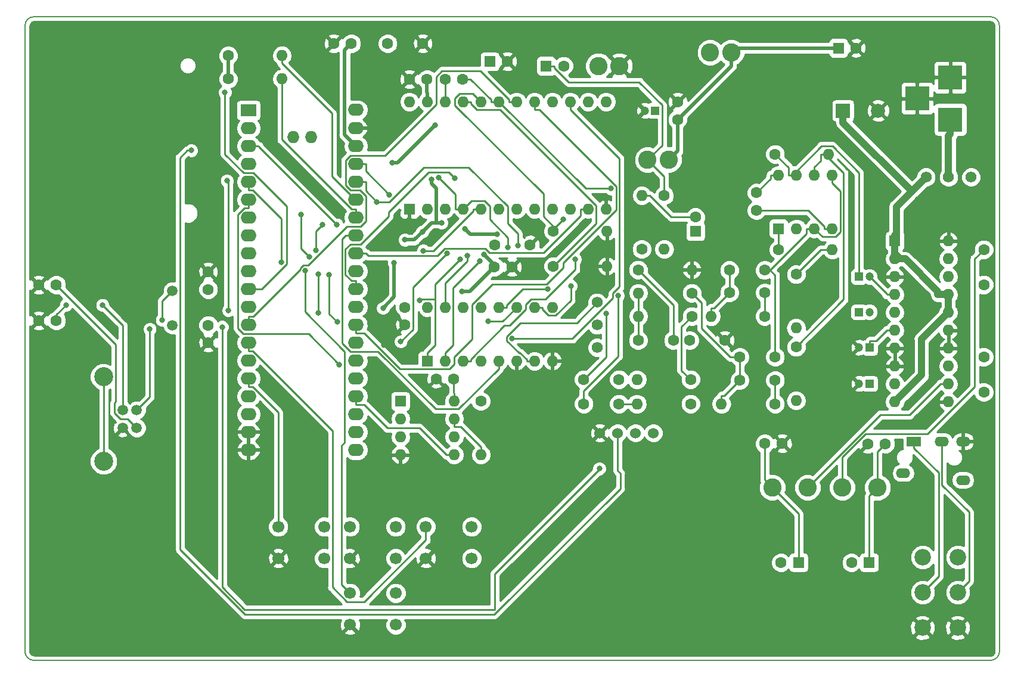
<source format=gbr>
%TF.GenerationSoftware,KiCad,Pcbnew,(5.0.0-rc2-dev-493-gd776eaca8)*%
%TF.CreationDate,2018-05-18T19:49:43-07:00*%
%TF.ProjectId,STM32_MegaBlaster,53544D33325F4D656761426C61737465,rev?*%
%TF.SameCoordinates,Original*%
%TF.FileFunction,Copper,L2,Bot,Signal*%
%TF.FilePolarity,Positive*%
%FSLAX46Y46*%
G04 Gerber Fmt 4.6, Leading zero omitted, Abs format (unit mm)*
G04 Created by KiCad (PCBNEW (5.0.0-rc2-dev-493-gd776eaca8)) date 05/18/18 19:49:43*
%MOMM*%
%LPD*%
G01*
G04 APERTURE LIST*
%ADD10C,0.150000*%
%ADD11C,1.600000*%
%ADD12R,1.200000X1.200000*%
%ADD13C,1.200000*%
%ADD14R,2.000000X2.000000*%
%ADD15C,2.000000*%
%ADD16R,1.600000X1.600000*%
%ADD17C,1.520000*%
%ADD18C,2.700000*%
%ADD19R,3.500000X3.500000*%
%ADD20O,2.000000X1.400000*%
%ADD21R,2.000000X1.400000*%
%ADD22C,2.600000*%
%ADD23O,1.600000X1.600000*%
%ADD24C,1.700000*%
%ADD25C,1.574800*%
%ADD26O,1.727200X1.727200*%
%ADD27O,2.250000X1.727200*%
%ADD28R,2.250000X1.727200*%
%ADD29C,1.524000*%
%ADD30C,1.500000*%
%ADD31C,2.340000*%
%ADD32C,0.800000*%
%ADD33C,0.250000*%
%ADD34C,0.500000*%
%ADD35C,1.000000*%
%ADD36C,0.254000*%
G04 APERTURE END LIST*
D10*
X59055000Y-31115000D02*
X59055000Y-120015000D01*
X196215000Y-29845000D02*
X60325000Y-29845000D01*
X197485000Y-31115000D02*
X197485000Y-120015000D01*
X196215000Y-121285000D02*
X60325000Y-121285000D01*
X197485000Y-120015000D02*
G75*
G02X196215000Y-121285000I-1270000J0D01*
G01*
X196215000Y-29845000D02*
G75*
G02X197485000Y-31115000I0J-1270000D01*
G01*
X59055000Y-31115000D02*
G75*
G02X60325000Y-29845000I1270000J0D01*
G01*
X60325000Y-121285000D02*
G75*
G02X59055000Y-120015000I0J1270000D01*
G01*
D11*
X195262000Y-83185000D03*
X195262000Y-78185000D03*
X195262000Y-62928500D03*
X195262000Y-67928500D03*
X153480000Y-75819000D03*
X158480000Y-75819000D03*
X113030000Y-71120000D03*
X113030000Y-73620000D03*
X118745000Y-38735000D03*
X121245000Y-38735000D03*
X113665000Y-38735000D03*
X116165000Y-38735000D03*
X105410000Y-33655000D03*
X102910000Y-33655000D03*
X125730000Y-65405000D03*
X128230000Y-65405000D03*
X117475000Y-81280000D03*
X119975000Y-81280000D03*
X151765000Y-44450000D03*
X151765000Y-41950000D03*
X63500000Y-67945000D03*
X61000000Y-67945000D03*
X85090000Y-73660000D03*
X85090000Y-76160000D03*
X85090000Y-68580000D03*
X85090000Y-66080000D03*
X63500000Y-73025000D03*
X61000000Y-73025000D03*
X162966000Y-57353200D03*
X162966000Y-54853200D03*
X178765000Y-90525600D03*
X181265000Y-90525600D03*
X164135000Y-90474800D03*
X166635000Y-90474800D03*
D12*
X148590000Y-43180000D03*
D13*
X147090000Y-43180000D03*
D14*
X175260000Y-43180000D03*
D15*
X180260000Y-43180000D03*
D16*
X174625000Y-34290000D03*
D11*
X177125000Y-34290000D03*
X115570000Y-33655000D03*
X110570000Y-33655000D03*
X130810000Y-62230000D03*
X125810000Y-62230000D03*
D16*
X133096000Y-36830000D03*
D11*
X135596000Y-36830000D03*
D16*
X154305000Y-60325000D03*
D11*
X154305000Y-58325000D03*
X138430000Y-81381600D03*
X143430000Y-81381600D03*
X138430000Y-84836000D03*
X143430000Y-84836000D03*
X164135000Y-65836800D03*
X159135000Y-65836800D03*
X164135000Y-69037200D03*
X159135000Y-69037200D03*
X165596000Y-78181200D03*
X160596000Y-78181200D03*
X165596000Y-81483200D03*
X160596000Y-81483200D03*
D12*
X177521000Y-66776600D03*
D13*
X179021000Y-66776600D03*
D12*
X177521000Y-71805800D03*
D13*
X179021000Y-71805800D03*
D12*
X179045000Y-76835000D03*
D13*
X177545000Y-76835000D03*
D12*
X179045000Y-81965800D03*
D13*
X177545000Y-81965800D03*
D16*
X178968000Y-107391000D03*
D11*
X176468000Y-107391000D03*
D16*
X168961000Y-107391000D03*
D11*
X166461000Y-107391000D03*
D16*
X125095000Y-36195000D03*
D11*
X127595000Y-36195000D03*
D17*
X74930000Y-85725000D03*
X74930000Y-88265000D03*
X72930000Y-88265000D03*
X72930000Y-85725000D03*
D18*
X70230000Y-80995000D03*
X70230000Y-92995000D03*
D19*
X190500000Y-44450000D03*
X190500000Y-38450000D03*
X185800000Y-41450000D03*
D20*
X192318000Y-95670000D03*
X183818000Y-94670000D03*
D21*
X185318000Y-90170000D03*
D20*
X189318000Y-90170000D03*
X192318000Y-90170000D03*
D22*
X159385000Y-34925000D03*
X156385000Y-34925000D03*
X143510000Y-36830000D03*
X140510000Y-36830000D03*
X150495000Y-50165000D03*
X147495000Y-50165000D03*
X175158000Y-96723200D03*
X180158000Y-96723200D03*
X170231000Y-96723200D03*
X165231000Y-96723200D03*
D11*
X123825000Y-84455000D03*
D23*
X123825000Y-92075000D03*
D11*
X87934800Y-38658800D03*
D23*
X95554800Y-38658800D03*
D11*
X87934800Y-35356800D03*
D23*
X95554800Y-35356800D03*
D11*
X149860000Y-55245000D03*
D23*
X149860000Y-62865000D03*
D11*
X146685000Y-62865000D03*
D23*
X146685000Y-55245000D03*
D11*
X146177000Y-65786000D03*
D23*
X153797000Y-65786000D03*
D11*
X134112000Y-60325000D03*
D23*
X141732000Y-60325000D03*
D11*
X134112000Y-65278000D03*
D23*
X141732000Y-65278000D03*
D11*
X153797000Y-69088000D03*
D23*
X146177000Y-69088000D03*
D11*
X153797000Y-72390000D03*
D23*
X146177000Y-72390000D03*
D11*
X164135000Y-72390000D03*
D23*
X156515000Y-72390000D03*
D11*
X168605000Y-66446400D03*
D23*
X168605000Y-74066400D03*
D11*
X165608000Y-84836000D03*
D23*
X157988000Y-84836000D03*
D11*
X168605000Y-76758800D03*
D23*
X168605000Y-84378800D03*
D11*
X153619000Y-84836000D03*
D23*
X145999000Y-84836000D03*
D11*
X166116000Y-62941200D03*
D23*
X173736000Y-62941200D03*
D11*
X165608000Y-49377600D03*
D23*
X173228000Y-49377600D03*
D11*
X153619000Y-81381600D03*
D23*
X145999000Y-81381600D03*
D24*
X101546800Y-106786000D03*
X95046800Y-106786000D03*
X101546800Y-102286000D03*
X95046800Y-102286000D03*
X111707000Y-106786000D03*
X105207000Y-106786000D03*
X111707000Y-102286000D03*
X105207000Y-102286000D03*
X122502000Y-106786000D03*
X116002000Y-106786000D03*
X122502000Y-102286000D03*
X116002000Y-102286000D03*
X111732000Y-116235000D03*
X105232000Y-116235000D03*
X111732000Y-111735000D03*
X105232000Y-111735000D03*
D25*
X193446000Y-52628800D03*
X190245600Y-52628800D03*
X187045200Y-52628800D03*
X140335000Y-76835000D03*
X140335000Y-73634600D03*
X140335000Y-70434200D03*
D26*
X97165000Y-46939200D03*
X99705000Y-46939200D03*
D27*
X106045000Y-43078400D03*
X106045000Y-45669200D03*
X106045000Y-48209200D03*
X106045000Y-50749200D03*
X106045000Y-53289200D03*
X106045000Y-55829200D03*
X106045000Y-58369200D03*
X106045000Y-60909200D03*
X106045000Y-63449200D03*
X106045000Y-65989200D03*
X106045000Y-68529200D03*
X106045000Y-71069200D03*
X106045000Y-73609200D03*
X106045000Y-76149200D03*
X106045000Y-78689200D03*
X106045000Y-81229200D03*
X106045000Y-83769200D03*
X106045000Y-86309200D03*
X106045000Y-88849200D03*
X106045000Y-91389200D03*
X90805000Y-91389200D03*
X90805000Y-88849200D03*
X90805000Y-86309200D03*
X90805000Y-83769200D03*
X90805000Y-81229200D03*
X90805000Y-78689200D03*
X90805000Y-76149200D03*
X90805000Y-73609200D03*
X90805000Y-71069200D03*
X90805000Y-68529200D03*
X90805000Y-65989200D03*
X90805000Y-63449200D03*
X90805000Y-60909200D03*
X90805000Y-58369200D03*
X90805000Y-55829200D03*
X90805000Y-53289200D03*
X90805000Y-50749200D03*
X90805000Y-48209200D03*
X90805000Y-45669200D03*
D28*
X90805000Y-43129200D03*
D16*
X116205000Y-78740000D03*
D23*
X133985000Y-71120000D03*
X118745000Y-78740000D03*
X131445000Y-71120000D03*
X121285000Y-78740000D03*
X128905000Y-71120000D03*
X123825000Y-78740000D03*
X126365000Y-71120000D03*
X126365000Y-78740000D03*
X123825000Y-71120000D03*
X128905000Y-78740000D03*
X121285000Y-71120000D03*
X131445000Y-78740000D03*
X118745000Y-71120000D03*
X133985000Y-78740000D03*
X116205000Y-71120000D03*
D16*
X113665000Y-57150000D03*
D23*
X141605000Y-41910000D03*
X116205000Y-57150000D03*
X139065000Y-41910000D03*
X118745000Y-57150000D03*
X136525000Y-41910000D03*
X121285000Y-57150000D03*
X133985000Y-41910000D03*
X123825000Y-57150000D03*
X131445000Y-41910000D03*
X126365000Y-57150000D03*
X128905000Y-41910000D03*
X128905000Y-57150000D03*
X126365000Y-41910000D03*
X131445000Y-57150000D03*
X123825000Y-41910000D03*
X133985000Y-57150000D03*
X121285000Y-41910000D03*
X136525000Y-57150000D03*
X118745000Y-41910000D03*
X139065000Y-57150000D03*
X116205000Y-41910000D03*
X141605000Y-57150000D03*
X113665000Y-41910000D03*
D16*
X112395000Y-84455000D03*
D23*
X120015000Y-92075000D03*
X112395000Y-86995000D03*
X120015000Y-89535000D03*
X112395000Y-89535000D03*
X120015000Y-86995000D03*
X112395000Y-92075000D03*
X120015000Y-84455000D03*
D16*
X166116000Y-59944000D03*
D23*
X173736000Y-52324000D03*
X168656000Y-59944000D03*
X171196000Y-52324000D03*
X171196000Y-59944000D03*
X168656000Y-52324000D03*
X173736000Y-59944000D03*
X166116000Y-52324000D03*
D16*
X182601000Y-61696600D03*
D23*
X190221000Y-84556600D03*
X182601000Y-64236600D03*
X190221000Y-82016600D03*
X182601000Y-66776600D03*
X190221000Y-79476600D03*
X182601000Y-69316600D03*
X190221000Y-76936600D03*
X182601000Y-71856600D03*
X190221000Y-74396600D03*
X182601000Y-74396600D03*
X190221000Y-71856600D03*
X182601000Y-76936600D03*
X190221000Y-69316600D03*
X182601000Y-79476600D03*
X190221000Y-66776600D03*
X182601000Y-82016600D03*
X190221000Y-64236600D03*
X182601000Y-84556600D03*
X190221000Y-61696600D03*
D29*
X148323000Y-88980000D03*
X145783000Y-88980000D03*
X143243000Y-88980000D03*
X140703000Y-88980000D03*
D30*
X80010000Y-73660000D03*
X80010000Y-68780000D03*
D11*
X146177000Y-75819000D03*
X151177000Y-75819000D03*
D31*
X186567000Y-106637000D03*
X186567000Y-111637000D03*
X186567000Y-116637000D03*
X191567000Y-106637000D03*
X191567000Y-111637000D03*
X191567000Y-116637000D03*
D32*
X142326400Y-54258300D03*
X124274500Y-63605500D03*
X121098000Y-68830800D03*
X126135753Y-60749200D03*
X121539000Y-59944000D03*
X118237000Y-59118500D03*
X115506500Y-60388500D03*
X109918500Y-71247000D03*
X111506000Y-64833500D03*
X113030000Y-61531500D03*
X116776500Y-52959000D03*
X111252000Y-50546000D03*
X117284500Y-45275500D03*
X108458000Y-62484000D03*
X108521500Y-65595500D03*
X110045500Y-76454000D03*
X108331000Y-78676500D03*
X108585000Y-81851500D03*
X127825500Y-85979000D03*
X130365500Y-66675000D03*
X134747000Y-62738000D03*
X68897500Y-76136500D03*
X88773000Y-46482000D03*
X88519000Y-42545000D03*
X82677000Y-48831500D03*
X78529100Y-72941000D03*
X64896400Y-70777700D03*
X141639300Y-71985700D03*
X135493100Y-58664200D03*
X143286300Y-69467000D03*
X87753800Y-53154800D03*
X87931200Y-71580000D03*
X87473800Y-40577900D03*
X70061400Y-70805200D03*
X76779100Y-74203700D03*
X101282500Y-59372500D03*
X100363447Y-63025447D03*
X102235000Y-66484500D03*
X103396500Y-73215500D03*
X87058500Y-73914000D03*
X140652500Y-94043500D03*
X98871600Y-65868100D03*
X127673800Y-62626200D03*
X133357800Y-68554600D03*
X117792500Y-52705000D03*
X103333500Y-59372800D03*
X115627900Y-63084900D03*
X121916800Y-63799800D03*
X95471500Y-64735000D03*
X115082000Y-70129600D03*
X120837100Y-64335100D03*
X103722500Y-79248400D03*
X123629700Y-64588800D03*
X137222500Y-64297000D03*
X128270800Y-75564400D03*
X120078500Y-52768500D03*
X129089500Y-62377100D03*
X136584500Y-68090000D03*
X109057500Y-56156600D03*
X124840700Y-73126300D03*
X112427200Y-75988300D03*
X118989900Y-63472200D03*
X110833000Y-55125600D03*
X98298000Y-57975500D03*
X99441000Y-63944500D03*
X100711000Y-66421000D03*
X100711000Y-71882000D03*
D33*
X142326400Y-54258300D02*
X138713300Y-54258300D01*
X138713300Y-54258300D02*
X126365000Y-41910000D01*
X146685000Y-55245000D02*
X147810300Y-55245000D01*
X147810300Y-55245000D02*
X150890300Y-58325000D01*
X150890300Y-58325000D02*
X154305000Y-58325000D01*
X126365000Y-41910000D02*
X125239700Y-41910000D01*
X125239700Y-41910000D02*
X125239700Y-41628700D01*
X125239700Y-41628700D02*
X122346000Y-38735000D01*
X122346000Y-38735000D02*
X121245000Y-38735000D01*
X173736000Y-59944000D02*
X172610700Y-59944000D01*
X172610700Y-59944000D02*
X172610700Y-59662700D01*
X172610700Y-59662700D02*
X170301200Y-57353200D01*
X170301200Y-57353200D02*
X162966000Y-57353200D01*
X147495000Y-50165000D02*
X149557200Y-48102800D01*
X149557200Y-48102800D02*
X149557200Y-42407200D01*
X149557200Y-42407200D02*
X146298600Y-39148600D01*
X146298600Y-39148600D02*
X136258600Y-39148600D01*
X136258600Y-39148600D02*
X134221300Y-37111300D01*
X134221300Y-37111300D02*
X134221300Y-36830000D01*
X133096000Y-36830000D02*
X134221300Y-36830000D01*
X149860000Y-55245000D02*
X149860000Y-52530000D01*
X149860000Y-52530000D02*
X147495000Y-50165000D01*
X118745000Y-41910000D02*
X118745000Y-38735000D01*
X166116000Y-52324000D02*
X164990700Y-52324000D01*
X164990700Y-52324000D02*
X164990700Y-52828500D01*
X164990700Y-52828500D02*
X162966000Y-54853200D01*
D34*
X125695800Y-65405000D02*
X122270000Y-68830800D01*
X122270000Y-68830800D02*
X121098000Y-68830800D01*
X124274500Y-63605500D02*
X125695800Y-65026800D01*
X125695800Y-65026800D02*
X125695800Y-65405000D01*
X125730000Y-65405000D02*
X125695800Y-65405000D01*
X174625000Y-34290000D02*
X160020000Y-34290000D01*
X160020000Y-34290000D02*
X159385000Y-34925000D01*
X159385000Y-34925000D02*
X159385000Y-36830000D01*
X159385000Y-36830000D02*
X151765000Y-44450000D01*
X150495000Y-50165000D02*
X151765000Y-48895000D01*
X151765000Y-48895000D02*
X151765000Y-44450000D01*
X87934800Y-35356800D02*
X87934800Y-38658800D01*
X106045000Y-48209200D02*
X104458200Y-46622400D01*
X104458200Y-46622400D02*
X104458200Y-34606800D01*
X104458200Y-34606800D02*
X105410000Y-33655000D01*
X116205000Y-41910000D02*
X116205000Y-40659700D01*
X116205000Y-40659700D02*
X116165000Y-40619700D01*
X116165000Y-40619700D02*
X116165000Y-38735000D01*
X126135753Y-60749200D02*
X122344200Y-60749200D01*
X122344200Y-60749200D02*
X121539000Y-59944000D01*
X116776500Y-59118500D02*
X115506500Y-60388500D01*
X109918500Y-71247000D02*
X111506000Y-69659500D01*
X111506000Y-69659500D02*
X111506000Y-64833500D01*
X114363500Y-61531500D02*
X115506500Y-60388500D01*
X113030000Y-61531500D02*
X114363500Y-61531500D01*
X117455001Y-59074999D02*
X117455001Y-55606001D01*
X117411500Y-59118500D02*
X117455001Y-59074999D01*
X117411500Y-59118500D02*
X116776500Y-59118500D01*
X118237000Y-59118500D02*
X117411500Y-59118500D01*
X111252000Y-50546000D02*
X112014000Y-50546000D01*
X112014000Y-50546000D02*
X117284500Y-45275500D01*
X117455001Y-54203186D02*
X117455001Y-55606001D01*
X116776500Y-53524685D02*
X117455001Y-54203186D01*
X116776500Y-52959000D02*
X116776500Y-53524685D01*
D33*
X109381000Y-62484000D02*
X108458000Y-62484000D01*
X113665000Y-57150000D02*
X113665000Y-58200000D01*
X113665000Y-58200000D02*
X109381000Y-62484000D01*
X113030000Y-73620000D02*
X110196000Y-76454000D01*
X110196000Y-76454000D02*
X110045500Y-76454000D01*
X108331000Y-78676500D02*
X108331000Y-81597500D01*
X108331000Y-81597500D02*
X108585000Y-81851500D01*
X130365500Y-66675000D02*
X134302500Y-62738000D01*
X134302500Y-62738000D02*
X134747000Y-62738000D01*
X88773000Y-46482000D02*
X88773000Y-42799000D01*
X88773000Y-42799000D02*
X88519000Y-42545000D01*
X120015000Y-84455000D02*
X120015000Y-83329700D01*
X120015000Y-83329700D02*
X119975000Y-83289700D01*
X119975000Y-83289700D02*
X119975000Y-81280000D01*
X81085001Y-105533911D02*
X90295590Y-114744500D01*
X81085001Y-68263999D02*
X81085001Y-105533911D01*
X81074999Y-68253997D02*
X81085001Y-68263999D01*
X81074999Y-49867816D02*
X81074999Y-68253997D01*
X82677000Y-48831500D02*
X82111315Y-48831500D01*
X82111315Y-48831500D02*
X81074999Y-49867816D01*
X143611653Y-96864257D02*
X143611653Y-94716653D01*
X90295590Y-114744500D02*
X125731410Y-114744500D01*
X125731410Y-114744500D02*
X143611653Y-96864257D01*
X143243000Y-94348000D02*
X143243000Y-88980000D01*
X143611653Y-94716653D02*
X143243000Y-94348000D01*
X74930000Y-88265000D02*
X73660000Y-86995000D01*
X73660000Y-86995000D02*
X72656400Y-86995000D01*
X72656400Y-86995000D02*
X71805000Y-86143600D01*
X71805000Y-86143600D02*
X71805000Y-84740000D01*
X71805000Y-84740000D02*
X71973600Y-84571400D01*
X71973600Y-84571400D02*
X71973600Y-76418600D01*
X71973600Y-76418600D02*
X63500000Y-67945000D01*
X78529100Y-72941000D02*
X78529100Y-70260900D01*
X78529100Y-70260900D02*
X80010000Y-68780000D01*
X64896400Y-70777700D02*
X63500000Y-72174100D01*
X63500000Y-72174100D02*
X63500000Y-73025000D01*
D35*
X185026900Y-54647100D02*
X187045200Y-52628800D01*
X182601000Y-60946400D02*
X182823200Y-60724200D01*
X182823200Y-60724200D02*
X182823200Y-56850800D01*
X182823200Y-56850800D02*
X185026900Y-54647100D01*
X185026900Y-54647100D02*
X175260000Y-44880300D01*
X175260000Y-43180000D02*
X175260000Y-44880300D01*
X182601000Y-61696600D02*
X182601000Y-60946400D01*
X183351200Y-64236600D02*
X182601000Y-63486400D01*
X182601000Y-63486400D02*
X182601000Y-61696600D01*
X190221000Y-69316600D02*
X188720700Y-69316600D01*
X188720700Y-69316600D02*
X188720700Y-68856000D01*
X188720700Y-68856000D02*
X184101300Y-64236600D01*
X190221000Y-69316600D02*
X190221000Y-71856600D01*
X183351200Y-64236600D02*
X184101300Y-64236600D01*
X182601000Y-64236600D02*
X183351200Y-64236600D01*
X182601000Y-84556600D02*
X186411000Y-80746600D01*
X186411000Y-80746600D02*
X186411000Y-75666600D01*
X186411000Y-75666600D02*
X190221000Y-71856600D01*
D33*
X164881200Y-65836800D02*
X164135000Y-65836800D01*
X170070700Y-59944000D02*
X170070700Y-60647300D01*
X170070700Y-60647300D02*
X164881200Y-65836800D01*
X165596000Y-78181200D02*
X165596000Y-66551600D01*
X165596000Y-66551600D02*
X164881200Y-65836800D01*
X173736000Y-52324000D02*
X173736000Y-53449300D01*
X173736000Y-53449300D02*
X174892600Y-54605900D01*
X174892600Y-54605900D02*
X174892600Y-60437700D01*
X174892600Y-60437700D02*
X174252500Y-61077800D01*
X174252500Y-61077800D02*
X172329800Y-61077800D01*
X172329800Y-61077800D02*
X171196000Y-59944000D01*
X171196000Y-59944000D02*
X170070700Y-59944000D01*
X146177000Y-65786000D02*
X151177000Y-70786000D01*
X151177000Y-70786000D02*
X151177000Y-75819000D01*
X134112000Y-59626500D02*
X134530800Y-59626500D01*
X134530800Y-59626500D02*
X135493100Y-58664200D01*
X123825000Y-41910000D02*
X122668200Y-40753200D01*
X122668200Y-40753200D02*
X120813400Y-40753200D01*
X120813400Y-40753200D02*
X120114800Y-41451800D01*
X120114800Y-41451800D02*
X120114800Y-42415800D01*
X120114800Y-42415800D02*
X132715000Y-55016000D01*
X132715000Y-55016000D02*
X132715000Y-58229500D01*
X132715000Y-58229500D02*
X134112000Y-59626500D01*
X134112000Y-59626500D02*
X134112000Y-60325000D01*
X141639300Y-71985700D02*
X141639300Y-78172300D01*
X141639300Y-78172300D02*
X138430000Y-81381600D01*
X143286300Y-69467000D02*
X143286300Y-78116900D01*
X143286300Y-78116900D02*
X138430000Y-82973200D01*
X138430000Y-82973200D02*
X138430000Y-84836000D01*
X122410300Y-41910000D02*
X122410300Y-42191400D01*
X122410300Y-42191400D02*
X123254200Y-43035300D01*
X123254200Y-43035300D02*
X126544200Y-43035300D01*
X126544200Y-43035300D02*
X140195900Y-56687000D01*
X140195900Y-56687000D02*
X140195900Y-59194100D01*
X140195900Y-59194100D02*
X134112000Y-65278000D01*
X121285000Y-41910000D02*
X122410300Y-41910000D01*
X145999000Y-84836000D02*
X143430000Y-84836000D01*
X159135000Y-69037200D02*
X159135000Y-65836800D01*
X156515000Y-71264700D02*
X156907500Y-71264700D01*
X156907500Y-71264700D02*
X159135000Y-69037200D01*
X156515000Y-72390000D02*
X156515000Y-71264700D01*
X153619000Y-81381600D02*
X152328500Y-80091100D01*
X152328500Y-80091100D02*
X152328500Y-73858500D01*
X152328500Y-73858500D02*
X153797000Y-72390000D01*
X164135000Y-72390000D02*
X164135000Y-69037200D01*
X160596000Y-81483200D02*
X160596000Y-78181200D01*
X157988000Y-83710700D02*
X158368500Y-83710700D01*
X158368500Y-83710700D02*
X160596000Y-81483200D01*
X153797000Y-69088000D02*
X155156000Y-70447000D01*
X155156000Y-70447000D02*
X155156000Y-74114000D01*
X155156000Y-74114000D02*
X159223200Y-78181200D01*
X159223200Y-78181200D02*
X160596000Y-78181200D01*
X157988000Y-84836000D02*
X157988000Y-83710700D01*
X165608000Y-84836000D02*
X165596000Y-84824000D01*
X165596000Y-84824000D02*
X165596000Y-81483200D01*
X182601000Y-69316600D02*
X181475700Y-69316600D01*
X181475700Y-69316600D02*
X181475700Y-69231300D01*
X181475700Y-69231300D02*
X179021000Y-66776600D01*
X168093400Y-52324000D02*
X172174000Y-48243400D01*
X172174000Y-48243400D02*
X173759100Y-48243400D01*
X173759100Y-48243400D02*
X177521000Y-52005300D01*
X177521000Y-52005300D02*
X177521000Y-66776600D01*
X168093400Y-52324000D02*
X167530700Y-52324000D01*
X168656000Y-52324000D02*
X168093400Y-52324000D01*
X167530700Y-52324000D02*
X167530700Y-51300300D01*
X167530700Y-51300300D02*
X165608000Y-49377600D01*
X166116000Y-59944000D02*
X166116000Y-62941200D01*
X179045000Y-76835000D02*
X179045000Y-75909700D01*
X182601000Y-74396600D02*
X181475700Y-74396600D01*
X181475700Y-74396600D02*
X179962600Y-75909700D01*
X179962600Y-75909700D02*
X179045000Y-75909700D01*
X175158000Y-96723200D02*
X175158000Y-92433100D01*
X175158000Y-92433100D02*
X178446500Y-89144600D01*
X178446500Y-89144600D02*
X187283300Y-89144600D01*
X187283300Y-89144600D02*
X193984400Y-82443500D01*
X193984400Y-82443500D02*
X193984400Y-64206100D01*
X193984400Y-64206100D02*
X195262000Y-62928500D01*
X190221000Y-82016600D02*
X189095700Y-82016600D01*
X170231000Y-96723200D02*
X180595400Y-86358800D01*
X180595400Y-86358800D02*
X184753500Y-86358800D01*
X184753500Y-86358800D02*
X189095700Y-82016600D01*
X178968000Y-107391000D02*
X178968000Y-97913200D01*
X178968000Y-97913200D02*
X180158000Y-96723200D01*
X180158000Y-96723200D02*
X180158000Y-91632600D01*
X180158000Y-91632600D02*
X181265000Y-90525600D01*
X87931200Y-71580000D02*
X87931200Y-53332200D01*
X87931200Y-53332200D02*
X87753800Y-53154800D01*
X90805000Y-68529200D02*
X92705100Y-68529200D01*
X92705100Y-68529200D02*
X96227500Y-65006800D01*
X96227500Y-65006800D02*
X96227500Y-56745200D01*
X96227500Y-56745200D02*
X91501500Y-52019200D01*
X91501500Y-52019200D02*
X90108800Y-52019200D01*
X90108800Y-52019200D02*
X87473800Y-49384200D01*
X87473800Y-49384200D02*
X87473800Y-40577900D01*
X70230000Y-92995000D02*
X70230000Y-80995000D01*
X70061400Y-70805200D02*
X72930000Y-73673800D01*
X72930000Y-73673800D02*
X72930000Y-85725000D01*
X76779100Y-74203700D02*
X76779100Y-83875900D01*
X76779100Y-83875900D02*
X74930000Y-85725000D01*
D35*
X190500000Y-44450000D02*
X190500000Y-46525300D01*
X190245600Y-52628800D02*
X190245600Y-46779700D01*
D33*
X190245600Y-46779700D02*
X190500000Y-46525300D01*
X123825000Y-92075000D02*
X123825000Y-90949700D01*
X120015000Y-86995000D02*
X120015000Y-88120300D01*
X120015000Y-88120300D02*
X120995600Y-88120300D01*
X120995600Y-88120300D02*
X123825000Y-90949700D01*
X106045000Y-58369200D02*
X106045000Y-57180300D01*
X106045000Y-57180300D02*
X105450600Y-57180300D01*
X105450600Y-57180300D02*
X95554800Y-47284500D01*
X95554800Y-47284500D02*
X95554800Y-38658800D01*
X101282500Y-59372500D02*
X100363447Y-60291553D01*
X100363447Y-60291553D02*
X100363447Y-63025447D01*
X102235000Y-66484500D02*
X102235000Y-72054000D01*
X102235000Y-72054000D02*
X103396500Y-73215500D01*
X87058500Y-73914000D02*
X87058500Y-110871000D01*
X90233500Y-114046000D02*
X125793500Y-114046000D01*
X87058500Y-110871000D02*
X90233500Y-114046000D01*
X125793500Y-114046000D02*
X125793500Y-108969500D01*
X125793500Y-108969500D02*
X125793500Y-108966000D01*
X125793500Y-108966000D02*
X140652500Y-94107000D01*
X140652500Y-94107000D02*
X140652500Y-94043500D01*
X173736000Y-62941200D02*
X172110200Y-62941200D01*
X172110200Y-62941200D02*
X168605000Y-66446400D01*
X172665400Y-49377600D02*
X175350600Y-52062800D01*
X175350600Y-52062800D02*
X175350600Y-70013200D01*
X175350600Y-70013200D02*
X168605000Y-76758800D01*
X172665400Y-49377600D02*
X172102700Y-49377600D01*
X173228000Y-49377600D02*
X172665400Y-49377600D01*
X171196000Y-52324000D02*
X171196000Y-51198700D01*
X171196000Y-51198700D02*
X172102700Y-50292000D01*
X172102700Y-50292000D02*
X172102700Y-49377600D01*
X90805000Y-81229200D02*
X90805000Y-82418100D01*
X90805000Y-82418100D02*
X91399400Y-82418100D01*
X91399400Y-82418100D02*
X95046800Y-86065500D01*
X95046800Y-86065500D02*
X95046800Y-102286000D01*
X90805000Y-76149200D02*
X90805000Y-77338100D01*
X90805000Y-77338100D02*
X91399400Y-77338100D01*
X91399400Y-77338100D02*
X102722200Y-88660900D01*
X102722200Y-88660900D02*
X102722200Y-110890400D01*
X102722200Y-110890400D02*
X104792700Y-112960900D01*
X104792700Y-112960900D02*
X107230800Y-112960900D01*
X107230800Y-112960900D02*
X116002000Y-104189700D01*
X116002000Y-104189700D02*
X116002000Y-102286000D01*
X98871600Y-65868100D02*
X98871600Y-71779000D01*
X98871600Y-71779000D02*
X104479500Y-77386900D01*
X104479500Y-77386900D02*
X104479500Y-90331700D01*
X104479500Y-90331700D02*
X103997200Y-90814000D01*
X103997200Y-90814000D02*
X103997200Y-110500200D01*
X103997200Y-110500200D02*
X105232000Y-111735000D01*
X131445000Y-78740000D02*
X130319700Y-78740000D01*
X130319700Y-78740000D02*
X130319700Y-78554300D01*
X130319700Y-78554300D02*
X129380100Y-77614700D01*
X129380100Y-77614700D02*
X129245700Y-77614700D01*
X129245700Y-77614700D02*
X127503900Y-75872900D01*
X127503900Y-75872900D02*
X127503900Y-75267000D01*
X127503900Y-75267000D02*
X129432000Y-73338900D01*
X129432000Y-73338900D02*
X137430300Y-73338900D01*
X137430300Y-73338900D02*
X140335000Y-70434200D01*
X133357800Y-68554600D02*
X129774400Y-68554600D01*
X129774400Y-68554600D02*
X127490300Y-70838700D01*
X127490300Y-70838700D02*
X127490300Y-71120000D01*
X126365000Y-71120000D02*
X127490300Y-71120000D01*
X127673800Y-62626200D02*
X127673800Y-61227100D01*
X127673800Y-61227100D02*
X125095000Y-58648300D01*
X125095000Y-58648300D02*
X125095000Y-56753700D01*
X125095000Y-56753700D02*
X124314200Y-55972900D01*
X124314200Y-55972900D02*
X122462100Y-55972900D01*
X122462100Y-55972900D02*
X121285000Y-57150000D01*
X120159700Y-57150000D02*
X121285000Y-57150000D01*
X117792500Y-52705000D02*
X120159700Y-55072200D01*
X120159700Y-55072200D02*
X120159700Y-57150000D01*
X115627900Y-63084900D02*
X117046100Y-63084900D01*
X117046100Y-63084900D02*
X122699700Y-57431300D01*
X122699700Y-57431300D02*
X122699700Y-57150000D01*
X90805000Y-48209200D02*
X92255300Y-48209200D01*
X103333500Y-59372800D02*
X92255300Y-48294600D01*
X92255300Y-48294600D02*
X92255300Y-48209200D01*
X123825000Y-57150000D02*
X122699700Y-57150000D01*
X121916800Y-63799800D02*
X121916800Y-64553200D01*
X121916800Y-64553200D02*
X118745000Y-67725000D01*
X118745000Y-67725000D02*
X118745000Y-71120000D01*
X117330300Y-69992300D02*
X117330300Y-76489400D01*
X117330300Y-76489400D02*
X116205000Y-77614700D01*
X120837100Y-64335100D02*
X117330300Y-67841900D01*
X117330300Y-67841900D02*
X117330300Y-69992300D01*
X117330300Y-69992300D02*
X115219300Y-69992300D01*
X115219300Y-69992300D02*
X115082000Y-70129600D01*
X90805000Y-53289200D02*
X90805000Y-54478100D01*
X95471500Y-64735000D02*
X95471500Y-58550200D01*
X95471500Y-58550200D02*
X91399400Y-54478100D01*
X91399400Y-54478100D02*
X90805000Y-54478100D01*
X116205000Y-78740000D02*
X116205000Y-77614700D01*
X90805000Y-55829200D02*
X90805000Y-57018100D01*
X103722500Y-79248400D02*
X99353300Y-74879200D01*
X99353300Y-74879200D02*
X90099500Y-74879200D01*
X90099500Y-74879200D02*
X89306000Y-74085700D01*
X89306000Y-74085700D02*
X89306000Y-57922700D01*
X89306000Y-57922700D02*
X90210600Y-57018100D01*
X90210600Y-57018100D02*
X90805000Y-57018100D01*
X118745000Y-78740000D02*
X118745000Y-77614700D01*
X123629700Y-64588800D02*
X119870300Y-68348200D01*
X119870300Y-68348200D02*
X119870300Y-76489400D01*
X119870300Y-76489400D02*
X118745000Y-77614700D01*
X137222500Y-64297000D02*
X137222500Y-65756500D01*
X137222500Y-65756500D02*
X133005400Y-69973600D01*
X133005400Y-69973600D02*
X130924400Y-69973600D01*
X130924400Y-69973600D02*
X130175000Y-70723000D01*
X130175000Y-70723000D02*
X130175000Y-71447500D01*
X130175000Y-71447500D02*
X127889900Y-73732600D01*
X127889900Y-73732600D02*
X127182800Y-73732600D01*
X127182800Y-73732600D02*
X122410400Y-78505000D01*
X122410400Y-78505000D02*
X122410400Y-78740000D01*
X122410400Y-78740000D02*
X122410300Y-78740000D01*
X121285000Y-78740000D02*
X122410300Y-78740000D01*
X127779700Y-41910000D02*
X127779700Y-41628700D01*
X127779700Y-41628700D02*
X123734800Y-37583800D01*
X123734800Y-37583800D02*
X118253800Y-37583800D01*
X118253800Y-37583800D02*
X117475000Y-38362600D01*
X117475000Y-38362600D02*
X117475000Y-42317800D01*
X117475000Y-42317800D02*
X110232500Y-49560300D01*
X110232500Y-49560300D02*
X105291100Y-49560300D01*
X105291100Y-49560300D02*
X104594700Y-50256700D01*
X104594700Y-50256700D02*
X104594700Y-53781700D01*
X104594700Y-53781700D02*
X105291100Y-54478100D01*
X105291100Y-54478100D02*
X106645400Y-54478100D01*
X106645400Y-54478100D02*
X107502800Y-55335500D01*
X107502800Y-55335500D02*
X107502800Y-58890200D01*
X107502800Y-58890200D02*
X106753800Y-59639200D01*
X106753800Y-59639200D02*
X104775000Y-59639200D01*
X104775000Y-59639200D02*
X99271400Y-65142800D01*
X99271400Y-65142800D02*
X98571200Y-65142800D01*
X98571200Y-65142800D02*
X98146300Y-65567700D01*
X98146300Y-65567700D02*
X98146300Y-65742700D01*
X98146300Y-65742700D02*
X91468700Y-72420300D01*
X91468700Y-72420300D02*
X90805000Y-72420300D01*
X90805000Y-73609200D02*
X90805000Y-72420300D01*
X128905000Y-41910000D02*
X127779700Y-41910000D01*
X106045000Y-83769200D02*
X106045000Y-84958100D01*
X120015000Y-92075000D02*
X118889700Y-92075000D01*
X118889700Y-92075000D02*
X115079700Y-88265000D01*
X115079700Y-88265000D02*
X110540800Y-88265000D01*
X110540800Y-88265000D02*
X107233900Y-84958100D01*
X107233900Y-84958100D02*
X106045000Y-84958100D01*
X106045000Y-74798100D02*
X107233900Y-74798100D01*
X107233900Y-74798100D02*
X112301200Y-79865400D01*
X112301200Y-79865400D02*
X119327600Y-79865400D01*
X119327600Y-79865400D02*
X120015000Y-79178000D01*
X120015000Y-79178000D02*
X120015000Y-78209800D01*
X120015000Y-78209800D02*
X122555000Y-75669800D01*
X122555000Y-75669800D02*
X122555000Y-70754700D01*
X122555000Y-70754700D02*
X125480400Y-67829300D01*
X125480400Y-67829300D02*
X133157800Y-67829300D01*
X133157800Y-67829300D02*
X135513200Y-65473900D01*
X135513200Y-65473900D02*
X135513200Y-64839900D01*
X135513200Y-64839900D02*
X143051700Y-57301400D01*
X143051700Y-57301400D02*
X143051700Y-53957800D01*
X143051700Y-53957800D02*
X132129200Y-43035300D01*
X132129200Y-43035300D02*
X131445000Y-43035300D01*
X106045000Y-73609200D02*
X106045000Y-74798100D01*
X131445000Y-41910000D02*
X131445000Y-43035300D01*
X128270800Y-75564400D02*
X136802900Y-75564400D01*
X136802900Y-75564400D02*
X142561000Y-69806300D01*
X142561000Y-69806300D02*
X142561000Y-69166600D01*
X142561000Y-69166600D02*
X143502000Y-68225600D01*
X143502000Y-68225600D02*
X143502000Y-50012300D01*
X143502000Y-50012300D02*
X136525000Y-43035300D01*
X136525000Y-41910000D02*
X136525000Y-43035300D01*
X116365700Y-51970000D02*
X110718000Y-57617700D01*
X110718000Y-57617700D02*
X110718000Y-58216400D01*
X110718000Y-58216400D02*
X106755200Y-62179200D01*
X106755200Y-62179200D02*
X105296200Y-62179200D01*
X105296200Y-62179200D02*
X104574500Y-62900900D01*
X104574500Y-62900900D02*
X104574500Y-66464200D01*
X104574500Y-66464200D02*
X105450600Y-67340300D01*
X105450600Y-67340300D02*
X106045000Y-67340300D01*
X106045000Y-68529200D02*
X106045000Y-67340300D01*
X119678501Y-52368501D02*
X120078500Y-52768500D01*
X119289999Y-51979999D02*
X119678501Y-52368501D01*
X116375699Y-51979999D02*
X119289999Y-51979999D01*
X116365700Y-51970000D02*
X116375699Y-51979999D01*
X137939700Y-57150000D02*
X137939700Y-58134600D01*
X137939700Y-58134600D02*
X132718800Y-63355500D01*
X132718800Y-63355500D02*
X125050300Y-63355500D01*
X125050300Y-63355500D02*
X124441700Y-62746900D01*
X124441700Y-62746900D02*
X118689500Y-62746900D01*
X118689500Y-62746900D02*
X117626200Y-63810200D01*
X117626200Y-63810200D02*
X107856300Y-63810200D01*
X107856300Y-63810200D02*
X107495300Y-63449200D01*
X106045000Y-63449200D02*
X107495300Y-63449200D01*
X139065000Y-57150000D02*
X137939700Y-57150000D01*
X106045000Y-60909200D02*
X104594700Y-60909200D01*
X126365000Y-78740000D02*
X126365000Y-79865300D01*
X126365000Y-79865300D02*
X120638100Y-85592200D01*
X120638100Y-85592200D02*
X117391100Y-85592200D01*
X117391100Y-85592200D02*
X109218100Y-77419200D01*
X109218100Y-77419200D02*
X105317000Y-77419200D01*
X105317000Y-77419200D02*
X104121500Y-76223700D01*
X104121500Y-76223700D02*
X104121500Y-61382400D01*
X104121500Y-61382400D02*
X104594700Y-60909200D01*
X131445000Y-71120000D02*
X132570300Y-71120000D01*
X129089500Y-62377100D02*
X129089500Y-60691300D01*
X129089500Y-60691300D02*
X127610600Y-59212400D01*
X127610600Y-59212400D02*
X127610600Y-56753200D01*
X127610600Y-56753200D02*
X122100100Y-51242700D01*
X122100100Y-51242700D02*
X115741800Y-51242700D01*
X115741800Y-51242700D02*
X110827900Y-56156600D01*
X110827900Y-56156600D02*
X109057500Y-56156600D01*
X132570300Y-71120000D02*
X132570300Y-71401300D01*
X132570300Y-71401300D02*
X133414400Y-72245400D01*
X133414400Y-72245400D02*
X134462900Y-72245400D01*
X134462900Y-72245400D02*
X136584500Y-70123800D01*
X136584500Y-70123800D02*
X136584500Y-68090000D01*
X106045000Y-53289200D02*
X107495300Y-53289200D01*
X109057500Y-56156600D02*
X107495300Y-54594400D01*
X107495300Y-54594400D02*
X107495300Y-53289200D01*
X124840700Y-73126300D02*
X126898700Y-73126300D01*
X126898700Y-73126300D02*
X128905000Y-71120000D01*
X118989900Y-63472200D02*
X114155400Y-68306700D01*
X114155400Y-68306700D02*
X114155400Y-74260100D01*
X114155400Y-74260100D02*
X112427200Y-75988300D01*
X106045000Y-50749200D02*
X107495300Y-50749200D01*
X110833000Y-55125600D02*
X107495300Y-51787900D01*
X107495300Y-51787900D02*
X107495300Y-50749200D01*
X193167000Y-110037000D02*
X193167000Y-100203000D01*
X191567000Y-111637000D02*
X193167000Y-110037000D01*
X189318000Y-96354000D02*
X189318000Y-90170000D01*
X193167000Y-100203000D02*
X189318000Y-96354000D01*
X187736999Y-110467001D02*
X187736999Y-110459001D01*
X186567000Y-111637000D02*
X187736999Y-110467001D01*
X187736999Y-110459001D02*
X188849000Y-109347000D01*
X185318000Y-91120000D02*
X185318000Y-90170000D01*
X188849000Y-94651000D02*
X185318000Y-91120000D01*
X188849000Y-109347000D02*
X188849000Y-94651000D01*
X95554800Y-35356800D02*
X95554800Y-36482100D01*
X95554800Y-36482100D02*
X102637600Y-43564900D01*
X102637600Y-43564900D02*
X102637600Y-52495300D01*
X102637600Y-52495300D02*
X105971500Y-55829200D01*
X105971500Y-55829200D02*
X106045000Y-55829200D01*
X98298000Y-57975500D02*
X98298000Y-62801500D01*
X98298000Y-62801500D02*
X99441000Y-63944500D01*
X100711000Y-66421000D02*
X100711000Y-71882000D01*
X100711000Y-71882000D02*
X100711000Y-72009000D01*
X168961000Y-107391000D02*
X168961000Y-100453200D01*
X168961000Y-100453200D02*
X165231000Y-96723200D01*
X165231000Y-96723200D02*
X164135000Y-95627200D01*
X164135000Y-95627200D02*
X164135000Y-90474800D01*
X146177000Y-72390000D02*
X146177000Y-75819000D01*
X146177000Y-69088000D02*
X146177000Y-72390000D01*
D36*
G36*
X196402787Y-30599065D02*
X196567920Y-30694405D01*
X196690488Y-30840477D01*
X196766555Y-31049465D01*
X196775000Y-31145996D01*
X196775001Y-119952875D01*
X196730935Y-120202787D01*
X196635596Y-120367919D01*
X196489524Y-120490488D01*
X196280532Y-120566555D01*
X196184004Y-120575000D01*
X60387119Y-120575000D01*
X60137213Y-120530935D01*
X59972081Y-120435596D01*
X59849512Y-120289524D01*
X59773445Y-120080532D01*
X59765000Y-119984004D01*
X59765000Y-117912486D01*
X185471120Y-117912486D01*
X185590586Y-118196984D01*
X186261890Y-118451894D01*
X186979646Y-118430504D01*
X187543414Y-118196984D01*
X187662880Y-117912486D01*
X190471120Y-117912486D01*
X190590586Y-118196984D01*
X191261890Y-118451894D01*
X191979646Y-118430504D01*
X192543414Y-118196984D01*
X192662880Y-117912486D01*
X191567000Y-116816605D01*
X190471120Y-117912486D01*
X187662880Y-117912486D01*
X186567000Y-116816605D01*
X185471120Y-117912486D01*
X59765000Y-117912486D01*
X59765000Y-117278958D01*
X104367647Y-117278958D01*
X104447920Y-117530259D01*
X105003279Y-117731718D01*
X105593458Y-117705315D01*
X106016080Y-117530259D01*
X106096353Y-117278958D01*
X105232000Y-116414605D01*
X104367647Y-117278958D01*
X59765000Y-117278958D01*
X59765000Y-74032745D01*
X60171861Y-74032745D01*
X60245995Y-74278864D01*
X60783223Y-74471965D01*
X61353454Y-74444778D01*
X61754005Y-74278864D01*
X61828139Y-74032745D01*
X61000000Y-73204605D01*
X60171861Y-74032745D01*
X59765000Y-74032745D01*
X59765000Y-73784687D01*
X59992255Y-73853139D01*
X60820395Y-73025000D01*
X59992255Y-72196861D01*
X59765000Y-72265313D01*
X59765000Y-72017255D01*
X60171861Y-72017255D01*
X61000000Y-72845395D01*
X61828139Y-72017255D01*
X61754005Y-71771136D01*
X61216777Y-71578035D01*
X60646546Y-71605222D01*
X60245995Y-71771136D01*
X60171861Y-72017255D01*
X59765000Y-72017255D01*
X59765000Y-68952745D01*
X60171861Y-68952745D01*
X60245995Y-69198864D01*
X60783223Y-69391965D01*
X61353454Y-69364778D01*
X61754005Y-69198864D01*
X61828139Y-68952745D01*
X61000000Y-68124605D01*
X60171861Y-68952745D01*
X59765000Y-68952745D01*
X59765000Y-68704687D01*
X59992255Y-68773139D01*
X60820395Y-67945000D01*
X61179605Y-67945000D01*
X62007745Y-68773139D01*
X62253864Y-68699005D01*
X62256290Y-68692254D01*
X62283466Y-68757862D01*
X62687138Y-69161534D01*
X63214561Y-69380000D01*
X63785439Y-69380000D01*
X63838302Y-69358103D01*
X64359863Y-69879665D01*
X64310120Y-69900269D01*
X64018969Y-70191420D01*
X63861400Y-70571826D01*
X63861400Y-70737898D01*
X63015530Y-71583769D01*
X62952071Y-71626171D01*
X62885038Y-71726493D01*
X62687138Y-71808466D01*
X62283466Y-72212138D01*
X62256475Y-72277299D01*
X62253864Y-72270995D01*
X62007745Y-72196861D01*
X61179605Y-73025000D01*
X62007745Y-73853139D01*
X62253864Y-73779005D01*
X62256290Y-73772254D01*
X62283466Y-73837862D01*
X62687138Y-74241534D01*
X63214561Y-74460000D01*
X63785439Y-74460000D01*
X64312862Y-74241534D01*
X64716534Y-73837862D01*
X64935000Y-73310439D01*
X64935000Y-72739561D01*
X64716534Y-72212138D01*
X64626649Y-72122253D01*
X64936202Y-71812700D01*
X65102274Y-71812700D01*
X65482680Y-71655131D01*
X65773831Y-71363980D01*
X65794435Y-71314237D01*
X71213601Y-76733403D01*
X71213601Y-79253873D01*
X70624841Y-79010000D01*
X69835159Y-79010000D01*
X69105588Y-79312199D01*
X68547199Y-79870588D01*
X68245000Y-80600159D01*
X68245000Y-81389841D01*
X68547199Y-82119412D01*
X69105588Y-82677801D01*
X69470001Y-82828746D01*
X69470000Y-91161254D01*
X69105588Y-91312199D01*
X68547199Y-91870588D01*
X68245000Y-92600159D01*
X68245000Y-93389841D01*
X68547199Y-94119412D01*
X69105588Y-94677801D01*
X69835159Y-94980000D01*
X70624841Y-94980000D01*
X71354412Y-94677801D01*
X71912801Y-94119412D01*
X72215000Y-93389841D01*
X72215000Y-92600159D01*
X71912801Y-91870588D01*
X71354412Y-91312199D01*
X70990000Y-91161254D01*
X70990000Y-89243764D01*
X72130841Y-89243764D01*
X72200059Y-89485742D01*
X72722780Y-89672155D01*
X73277049Y-89644341D01*
X73659941Y-89485742D01*
X73729159Y-89243764D01*
X72930000Y-88444605D01*
X72130841Y-89243764D01*
X70990000Y-89243764D01*
X70990000Y-82828746D01*
X71213600Y-82736127D01*
X71213600Y-84257131D01*
X71089097Y-84443463D01*
X71030112Y-84740000D01*
X71045001Y-84814851D01*
X71045000Y-86068753D01*
X71030112Y-86143600D01*
X71045000Y-86218447D01*
X71045000Y-86218451D01*
X71089096Y-86440136D01*
X71257071Y-86691529D01*
X71320529Y-86733931D01*
X71886819Y-87300221D01*
X71836216Y-87350824D01*
X71951234Y-87465842D01*
X71709258Y-87535059D01*
X71522845Y-88057780D01*
X71550659Y-88612049D01*
X71709258Y-88994941D01*
X71951236Y-89064159D01*
X72750395Y-88265000D01*
X72736253Y-88250858D01*
X72915858Y-88071253D01*
X72930000Y-88085395D01*
X72944143Y-88071253D01*
X73123748Y-88250858D01*
X73109605Y-88265000D01*
X73639590Y-88794985D01*
X73747376Y-89055204D01*
X74139796Y-89447624D01*
X74652517Y-89660000D01*
X75207483Y-89660000D01*
X75720204Y-89447624D01*
X76112624Y-89055204D01*
X76325000Y-88542483D01*
X76325000Y-87987517D01*
X76112624Y-87474796D01*
X75720204Y-87082376D01*
X75509260Y-86995000D01*
X75720204Y-86907624D01*
X76112624Y-86515204D01*
X76325000Y-86002483D01*
X76325000Y-85447517D01*
X76312489Y-85417313D01*
X77263576Y-84466227D01*
X77327029Y-84423829D01*
X77369427Y-84360376D01*
X77369429Y-84360374D01*
X77471535Y-84207561D01*
X77495004Y-84172437D01*
X77539100Y-83950752D01*
X77539100Y-83950748D01*
X77553988Y-83875901D01*
X77539100Y-83801054D01*
X77539100Y-74907411D01*
X77656531Y-74789980D01*
X77814100Y-74409574D01*
X77814100Y-73997826D01*
X77656531Y-73617420D01*
X77365380Y-73326269D01*
X76984974Y-73168700D01*
X76573226Y-73168700D01*
X76192820Y-73326269D01*
X75901669Y-73617420D01*
X75744100Y-73997826D01*
X75744100Y-74409574D01*
X75901669Y-74789980D01*
X76019100Y-74907411D01*
X76019101Y-83561096D01*
X75237687Y-84342511D01*
X75207483Y-84330000D01*
X74652517Y-84330000D01*
X74139796Y-84542376D01*
X73930000Y-84752172D01*
X73720204Y-84542376D01*
X73690000Y-84529865D01*
X73690000Y-73748646D01*
X73704888Y-73673799D01*
X73690000Y-73598952D01*
X73690000Y-73598948D01*
X73645904Y-73377263D01*
X73477929Y-73125871D01*
X73414473Y-73083471D01*
X73066128Y-72735126D01*
X77494100Y-72735126D01*
X77494100Y-73146874D01*
X77651669Y-73527280D01*
X77942820Y-73818431D01*
X78323226Y-73976000D01*
X78641778Y-73976000D01*
X78835853Y-74444540D01*
X79225460Y-74834147D01*
X79734506Y-75045000D01*
X80285494Y-75045000D01*
X80325001Y-75028636D01*
X80325002Y-105459059D01*
X80310113Y-105533911D01*
X80369098Y-105830448D01*
X80445516Y-105944815D01*
X80537073Y-106081840D01*
X80600529Y-106124240D01*
X89705261Y-115228973D01*
X89747661Y-115292429D01*
X89999053Y-115460404D01*
X90220738Y-115504500D01*
X90220743Y-115504500D01*
X90295590Y-115519388D01*
X90370437Y-115504500D01*
X103917305Y-115504500D01*
X103735282Y-116006279D01*
X103761685Y-116596458D01*
X103936741Y-117019080D01*
X104188042Y-117099353D01*
X105052395Y-116235000D01*
X105038253Y-116220858D01*
X105217858Y-116041253D01*
X105232000Y-116055395D01*
X105246143Y-116041253D01*
X105425748Y-116220858D01*
X105411605Y-116235000D01*
X106275958Y-117099353D01*
X106527259Y-117019080D01*
X106728718Y-116463721D01*
X106702315Y-115873542D01*
X106549453Y-115504500D01*
X110427231Y-115504500D01*
X110247000Y-115939615D01*
X110247000Y-116530385D01*
X110473078Y-117076185D01*
X110890815Y-117493922D01*
X111436615Y-117720000D01*
X112027385Y-117720000D01*
X112573185Y-117493922D01*
X112990922Y-117076185D01*
X113217000Y-116530385D01*
X113217000Y-116331890D01*
X184752106Y-116331890D01*
X184773496Y-117049646D01*
X185007016Y-117613414D01*
X185291514Y-117732880D01*
X186387395Y-116637000D01*
X186746605Y-116637000D01*
X187842486Y-117732880D01*
X188126984Y-117613414D01*
X188381894Y-116942110D01*
X188363709Y-116331890D01*
X189752106Y-116331890D01*
X189773496Y-117049646D01*
X190007016Y-117613414D01*
X190291514Y-117732880D01*
X191387395Y-116637000D01*
X191746605Y-116637000D01*
X192842486Y-117732880D01*
X193126984Y-117613414D01*
X193381894Y-116942110D01*
X193360504Y-116224354D01*
X193126984Y-115660586D01*
X192842486Y-115541120D01*
X191746605Y-116637000D01*
X191387395Y-116637000D01*
X190291514Y-115541120D01*
X190007016Y-115660586D01*
X189752106Y-116331890D01*
X188363709Y-116331890D01*
X188360504Y-116224354D01*
X188126984Y-115660586D01*
X187842486Y-115541120D01*
X186746605Y-116637000D01*
X186387395Y-116637000D01*
X185291514Y-115541120D01*
X185007016Y-115660586D01*
X184752106Y-116331890D01*
X113217000Y-116331890D01*
X113217000Y-115939615D01*
X113036769Y-115504500D01*
X125656563Y-115504500D01*
X125731410Y-115519388D01*
X125806257Y-115504500D01*
X125806262Y-115504500D01*
X126027947Y-115460404D01*
X126175946Y-115361514D01*
X185471120Y-115361514D01*
X186567000Y-116457395D01*
X187662880Y-115361514D01*
X190471120Y-115361514D01*
X191567000Y-116457395D01*
X192662880Y-115361514D01*
X192543414Y-115077016D01*
X191872110Y-114822106D01*
X191154354Y-114843496D01*
X190590586Y-115077016D01*
X190471120Y-115361514D01*
X187662880Y-115361514D01*
X187543414Y-115077016D01*
X186872110Y-114822106D01*
X186154354Y-114843496D01*
X185590586Y-115077016D01*
X185471120Y-115361514D01*
X126175946Y-115361514D01*
X126279339Y-115292429D01*
X126321741Y-115228970D01*
X144096126Y-97454586D01*
X144159582Y-97412186D01*
X144327557Y-97160794D01*
X144371653Y-96939109D01*
X144371653Y-96939105D01*
X144386541Y-96864258D01*
X144371653Y-96789411D01*
X144371653Y-94791499D01*
X144386541Y-94716652D01*
X144371653Y-94641805D01*
X144371653Y-94641801D01*
X144327557Y-94420116D01*
X144159582Y-94168724D01*
X144096123Y-94126322D01*
X144003000Y-94033199D01*
X144003000Y-90177300D01*
X144034337Y-90164320D01*
X144427320Y-89771337D01*
X144513000Y-89564487D01*
X144598680Y-89771337D01*
X144991663Y-90164320D01*
X145505119Y-90377000D01*
X146060881Y-90377000D01*
X146574337Y-90164320D01*
X146967320Y-89771337D01*
X147053000Y-89564487D01*
X147138680Y-89771337D01*
X147531663Y-90164320D01*
X148045119Y-90377000D01*
X148600881Y-90377000D01*
X149053882Y-90189361D01*
X162700000Y-90189361D01*
X162700000Y-90760239D01*
X162918466Y-91287662D01*
X163322138Y-91691334D01*
X163375001Y-91713230D01*
X163375000Y-95552353D01*
X163360112Y-95627200D01*
X163375000Y-95702047D01*
X163375000Y-95702051D01*
X163419096Y-95923736D01*
X163449112Y-95968659D01*
X163296000Y-96338305D01*
X163296000Y-97108095D01*
X163590586Y-97819290D01*
X164134910Y-98363614D01*
X164846105Y-98658200D01*
X165615895Y-98658200D01*
X165951986Y-98518987D01*
X168201001Y-100768003D01*
X168201000Y-105943560D01*
X168161000Y-105943560D01*
X167913235Y-105992843D01*
X167703191Y-106133191D01*
X167562843Y-106343235D01*
X167542899Y-106443503D01*
X167273862Y-106174466D01*
X166746439Y-105956000D01*
X166175561Y-105956000D01*
X165648138Y-106174466D01*
X165244466Y-106578138D01*
X165026000Y-107105561D01*
X165026000Y-107676439D01*
X165244466Y-108203862D01*
X165648138Y-108607534D01*
X166175561Y-108826000D01*
X166746439Y-108826000D01*
X167273862Y-108607534D01*
X167542899Y-108338497D01*
X167562843Y-108438765D01*
X167703191Y-108648809D01*
X167913235Y-108789157D01*
X168161000Y-108838440D01*
X169761000Y-108838440D01*
X170008765Y-108789157D01*
X170218809Y-108648809D01*
X170359157Y-108438765D01*
X170408440Y-108191000D01*
X170408440Y-106591000D01*
X170359157Y-106343235D01*
X170218809Y-106133191D01*
X170008765Y-105992843D01*
X169761000Y-105943560D01*
X169721000Y-105943560D01*
X169721000Y-100528048D01*
X169735888Y-100453200D01*
X169721000Y-100378352D01*
X169721000Y-100378348D01*
X169676904Y-100156663D01*
X169508929Y-99905271D01*
X169445473Y-99862871D01*
X167026787Y-97444186D01*
X167166000Y-97108095D01*
X167166000Y-96338305D01*
X168296000Y-96338305D01*
X168296000Y-97108095D01*
X168590586Y-97819290D01*
X169134910Y-98363614D01*
X169846105Y-98658200D01*
X170615895Y-98658200D01*
X171327090Y-98363614D01*
X171871414Y-97819290D01*
X172166000Y-97108095D01*
X172166000Y-96338305D01*
X172026787Y-96002214D01*
X174398001Y-93631001D01*
X174398000Y-94943573D01*
X174061910Y-95082786D01*
X173517586Y-95627110D01*
X173223000Y-96338305D01*
X173223000Y-97108095D01*
X173517586Y-97819290D01*
X174061910Y-98363614D01*
X174773105Y-98658200D01*
X175542895Y-98658200D01*
X176254090Y-98363614D01*
X176798414Y-97819290D01*
X177093000Y-97108095D01*
X177093000Y-96338305D01*
X176798414Y-95627110D01*
X176254090Y-95082786D01*
X175918000Y-94943573D01*
X175918000Y-92747901D01*
X177474571Y-91191331D01*
X177511136Y-91279605D01*
X177757255Y-91353739D01*
X178585395Y-90525600D01*
X178571253Y-90511458D01*
X178750858Y-90331853D01*
X178765000Y-90345995D01*
X178779142Y-90331852D01*
X178958748Y-90511458D01*
X178944605Y-90525600D01*
X178958748Y-90539742D01*
X178779142Y-90719348D01*
X178765000Y-90705205D01*
X177936861Y-91533345D01*
X178010995Y-91779464D01*
X178548223Y-91972565D01*
X179118454Y-91945378D01*
X179398001Y-91829586D01*
X179398000Y-94943573D01*
X179061910Y-95082786D01*
X178517586Y-95627110D01*
X178223000Y-96338305D01*
X178223000Y-97108095D01*
X178364176Y-97448925D01*
X178252097Y-97616663D01*
X178193112Y-97913200D01*
X178208001Y-97988052D01*
X178208000Y-105943560D01*
X178168000Y-105943560D01*
X177920235Y-105992843D01*
X177710191Y-106133191D01*
X177569843Y-106343235D01*
X177549899Y-106443503D01*
X177280862Y-106174466D01*
X176753439Y-105956000D01*
X176182561Y-105956000D01*
X175655138Y-106174466D01*
X175251466Y-106578138D01*
X175033000Y-107105561D01*
X175033000Y-107676439D01*
X175251466Y-108203862D01*
X175655138Y-108607534D01*
X176182561Y-108826000D01*
X176753439Y-108826000D01*
X177280862Y-108607534D01*
X177549899Y-108338497D01*
X177569843Y-108438765D01*
X177710191Y-108648809D01*
X177920235Y-108789157D01*
X178168000Y-108838440D01*
X179768000Y-108838440D01*
X180015765Y-108789157D01*
X180225809Y-108648809D01*
X180366157Y-108438765D01*
X180415440Y-108191000D01*
X180415440Y-106591000D01*
X180366157Y-106343235D01*
X180225809Y-106133191D01*
X180015765Y-105992843D01*
X179768000Y-105943560D01*
X179728000Y-105943560D01*
X179728000Y-98639517D01*
X179773105Y-98658200D01*
X180542895Y-98658200D01*
X181254090Y-98363614D01*
X181798414Y-97819290D01*
X182093000Y-97108095D01*
X182093000Y-96338305D01*
X181798414Y-95627110D01*
X181254090Y-95082786D01*
X180918000Y-94943573D01*
X180918000Y-91947401D01*
X180926698Y-91938703D01*
X180979561Y-91960600D01*
X181550439Y-91960600D01*
X182077862Y-91742134D01*
X182481534Y-91338462D01*
X182700000Y-90811039D01*
X182700000Y-90240161D01*
X182561006Y-89904600D01*
X183670560Y-89904600D01*
X183670560Y-90870000D01*
X183719843Y-91117765D01*
X183798178Y-91235000D01*
X183772343Y-91235000D01*
X183318429Y-91423018D01*
X182971018Y-91770429D01*
X182783000Y-92224343D01*
X182783000Y-92715657D01*
X182971018Y-93169571D01*
X183177936Y-93376489D01*
X182997109Y-93412458D01*
X182555519Y-93707519D01*
X182260458Y-94149109D01*
X182156846Y-94670000D01*
X182260458Y-95190891D01*
X182555519Y-95632481D01*
X182997109Y-95927542D01*
X183386515Y-96005000D01*
X184249485Y-96005000D01*
X184638891Y-95927542D01*
X185080481Y-95632481D01*
X185375542Y-95190891D01*
X185479154Y-94670000D01*
X185375542Y-94149109D01*
X185080481Y-93707519D01*
X184748714Y-93485839D01*
X185064982Y-93169571D01*
X185253000Y-92715657D01*
X185253000Y-92224343D01*
X185186148Y-92062950D01*
X188089001Y-94965803D01*
X188089000Y-105606345D01*
X187589450Y-105106795D01*
X186926037Y-104832000D01*
X186207963Y-104832000D01*
X185544550Y-105106795D01*
X185036795Y-105614550D01*
X184762000Y-106277963D01*
X184762000Y-106996037D01*
X185036795Y-107659450D01*
X185544550Y-108167205D01*
X186207963Y-108442000D01*
X186926037Y-108442000D01*
X187589450Y-108167205D01*
X188089000Y-107667655D01*
X188089000Y-109032198D01*
X187252528Y-109868671D01*
X187189070Y-109911072D01*
X187173433Y-109934475D01*
X186926037Y-109832000D01*
X186207963Y-109832000D01*
X185544550Y-110106795D01*
X185036795Y-110614550D01*
X184762000Y-111277963D01*
X184762000Y-111996037D01*
X185036795Y-112659450D01*
X185544550Y-113167205D01*
X186207963Y-113442000D01*
X186926037Y-113442000D01*
X187589450Y-113167205D01*
X188097205Y-112659450D01*
X188372000Y-111996037D01*
X188372000Y-111277963D01*
X188267791Y-111026381D01*
X188284928Y-111014930D01*
X188327326Y-110951477D01*
X188327328Y-110951475D01*
X188343441Y-110927360D01*
X189333473Y-109937329D01*
X189396929Y-109894929D01*
X189564904Y-109643537D01*
X189609000Y-109421852D01*
X189609000Y-109421847D01*
X189623888Y-109347000D01*
X189609000Y-109272153D01*
X189609000Y-97719801D01*
X192407001Y-100517803D01*
X192407001Y-105031222D01*
X191926037Y-104832000D01*
X191207963Y-104832000D01*
X190544550Y-105106795D01*
X190036795Y-105614550D01*
X189762000Y-106277963D01*
X189762000Y-106996037D01*
X190036795Y-107659450D01*
X190544550Y-108167205D01*
X191207963Y-108442000D01*
X191926037Y-108442000D01*
X192407000Y-108242778D01*
X192407000Y-109722198D01*
X192188488Y-109940711D01*
X191926037Y-109832000D01*
X191207963Y-109832000D01*
X190544550Y-110106795D01*
X190036795Y-110614550D01*
X189762000Y-111277963D01*
X189762000Y-111996037D01*
X190036795Y-112659450D01*
X190544550Y-113167205D01*
X191207963Y-113442000D01*
X191926037Y-113442000D01*
X192589450Y-113167205D01*
X193097205Y-112659450D01*
X193372000Y-111996037D01*
X193372000Y-111277963D01*
X193263289Y-111015512D01*
X193651473Y-110627329D01*
X193714929Y-110584929D01*
X193787661Y-110476078D01*
X193882904Y-110333538D01*
X193893420Y-110280671D01*
X193927000Y-110111852D01*
X193927000Y-110111848D01*
X193941888Y-110037000D01*
X193927000Y-109962152D01*
X193927000Y-100277846D01*
X193941888Y-100202999D01*
X193927000Y-100128152D01*
X193927000Y-100128148D01*
X193882904Y-99906463D01*
X193714929Y-99655071D01*
X193651473Y-99612671D01*
X190078000Y-96039199D01*
X190078000Y-95670000D01*
X190656846Y-95670000D01*
X190760458Y-96190891D01*
X191055519Y-96632481D01*
X191497109Y-96927542D01*
X191886515Y-97005000D01*
X192749485Y-97005000D01*
X193138891Y-96927542D01*
X193580481Y-96632481D01*
X193875542Y-96190891D01*
X193979154Y-95670000D01*
X193875542Y-95149109D01*
X193580481Y-94707519D01*
X193138891Y-94412458D01*
X192749485Y-94335000D01*
X191886515Y-94335000D01*
X191497109Y-94412458D01*
X191055519Y-94707519D01*
X190760458Y-95149109D01*
X190656846Y-95670000D01*
X190078000Y-95670000D01*
X190078000Y-93276553D01*
X190318429Y-93516982D01*
X190772343Y-93705000D01*
X191263657Y-93705000D01*
X191717571Y-93516982D01*
X192064982Y-93169571D01*
X192253000Y-92715657D01*
X192253000Y-92224343D01*
X192064982Y-91770429D01*
X191760414Y-91465861D01*
X191891000Y-91505000D01*
X192191000Y-91505000D01*
X192191000Y-90297000D01*
X192445000Y-90297000D01*
X192445000Y-91505000D01*
X192745000Y-91505000D01*
X193246215Y-91354778D01*
X193651790Y-91024185D01*
X193899980Y-90563550D01*
X193910716Y-90503329D01*
X193787374Y-90297000D01*
X192445000Y-90297000D01*
X192191000Y-90297000D01*
X192171000Y-90297000D01*
X192171000Y-90043000D01*
X192191000Y-90043000D01*
X192191000Y-88835000D01*
X192445000Y-88835000D01*
X192445000Y-90043000D01*
X193787374Y-90043000D01*
X193910716Y-89836671D01*
X193899980Y-89776450D01*
X193651790Y-89315815D01*
X193246215Y-88985222D01*
X192745000Y-88835000D01*
X192445000Y-88835000D01*
X192191000Y-88835000D01*
X191891000Y-88835000D01*
X191389785Y-88985222D01*
X190984210Y-89315815D01*
X190836286Y-89590358D01*
X190580481Y-89207519D01*
X190138891Y-88912458D01*
X189749485Y-88835000D01*
X188886515Y-88835000D01*
X188613369Y-88889332D01*
X193887120Y-83615582D01*
X194045466Y-83997862D01*
X194449138Y-84401534D01*
X194976561Y-84620000D01*
X195547439Y-84620000D01*
X196074862Y-84401534D01*
X196478534Y-83997862D01*
X196697000Y-83470439D01*
X196697000Y-82899561D01*
X196478534Y-82372138D01*
X196074862Y-81968466D01*
X195547439Y-81750000D01*
X194976561Y-81750000D01*
X194744400Y-81846164D01*
X194744400Y-79523836D01*
X194976561Y-79620000D01*
X195547439Y-79620000D01*
X196074862Y-79401534D01*
X196478534Y-78997862D01*
X196697000Y-78470439D01*
X196697000Y-77899561D01*
X196478534Y-77372138D01*
X196074862Y-76968466D01*
X195547439Y-76750000D01*
X194976561Y-76750000D01*
X194744400Y-76846164D01*
X194744400Y-69267336D01*
X194976561Y-69363500D01*
X195547439Y-69363500D01*
X196074862Y-69145034D01*
X196478534Y-68741362D01*
X196697000Y-68213939D01*
X196697000Y-67643061D01*
X196478534Y-67115638D01*
X196074862Y-66711966D01*
X195547439Y-66493500D01*
X194976561Y-66493500D01*
X194744400Y-66589664D01*
X194744400Y-64520901D01*
X194923698Y-64341603D01*
X194976561Y-64363500D01*
X195547439Y-64363500D01*
X196074862Y-64145034D01*
X196478534Y-63741362D01*
X196697000Y-63213939D01*
X196697000Y-62643061D01*
X196478534Y-62115638D01*
X196074862Y-61711966D01*
X195547439Y-61493500D01*
X194976561Y-61493500D01*
X194449138Y-61711966D01*
X194045466Y-62115638D01*
X193827000Y-62643061D01*
X193827000Y-63213939D01*
X193848897Y-63266802D01*
X193499928Y-63615771D01*
X193436472Y-63658171D01*
X193394072Y-63721627D01*
X193394071Y-63721628D01*
X193334890Y-63810199D01*
X193268497Y-63909563D01*
X193238876Y-64058480D01*
X193209512Y-64206100D01*
X193224401Y-64280952D01*
X193224400Y-82128698D01*
X191476022Y-83877076D01*
X191452041Y-83819177D01*
X191076134Y-83404211D01*
X190871892Y-83307547D01*
X191255577Y-83051177D01*
X191572740Y-82576509D01*
X191684113Y-82016600D01*
X191572740Y-81456691D01*
X191255577Y-80982023D01*
X190903242Y-80746600D01*
X191255577Y-80511177D01*
X191572740Y-80036509D01*
X191684113Y-79476600D01*
X191572740Y-78916691D01*
X191255577Y-78442023D01*
X190871892Y-78185653D01*
X191076134Y-78088989D01*
X191452041Y-77674023D01*
X191612904Y-77285639D01*
X191490915Y-77063600D01*
X190348000Y-77063600D01*
X190348000Y-77083600D01*
X190094000Y-77083600D01*
X190094000Y-77063600D01*
X188951085Y-77063600D01*
X188829096Y-77285639D01*
X188989959Y-77674023D01*
X189365866Y-78088989D01*
X189570108Y-78185653D01*
X189186423Y-78442023D01*
X188869260Y-78916691D01*
X188757887Y-79476600D01*
X188869260Y-80036509D01*
X189186423Y-80511177D01*
X189538758Y-80746600D01*
X189186423Y-80982023D01*
X189000214Y-81260704D01*
X188799163Y-81300696D01*
X188547771Y-81468671D01*
X188505371Y-81532127D01*
X184438699Y-85598800D01*
X183624168Y-85598800D01*
X183635577Y-85591177D01*
X183952740Y-85116509D01*
X184028849Y-84733882D01*
X187134522Y-81628210D01*
X187229289Y-81564889D01*
X187480146Y-81189455D01*
X187546000Y-80858383D01*
X187546000Y-80858382D01*
X187568235Y-80746600D01*
X187546000Y-80634817D01*
X187546000Y-76136731D01*
X188860726Y-74822006D01*
X188989959Y-75134023D01*
X189365866Y-75548989D01*
X189614367Y-75666600D01*
X189365866Y-75784211D01*
X188989959Y-76199177D01*
X188829096Y-76587561D01*
X188951085Y-76809600D01*
X190094000Y-76809600D01*
X190094000Y-74523600D01*
X190348000Y-74523600D01*
X190348000Y-76809600D01*
X191490915Y-76809600D01*
X191612904Y-76587561D01*
X191452041Y-76199177D01*
X191076134Y-75784211D01*
X190827633Y-75666600D01*
X191076134Y-75548989D01*
X191452041Y-75134023D01*
X191612904Y-74745639D01*
X191490915Y-74523600D01*
X190348000Y-74523600D01*
X190094000Y-74523600D01*
X190074000Y-74523600D01*
X190074000Y-74269600D01*
X190094000Y-74269600D01*
X190094000Y-74249600D01*
X190348000Y-74249600D01*
X190348000Y-74269600D01*
X191490915Y-74269600D01*
X191612904Y-74047561D01*
X191452041Y-73659177D01*
X191076134Y-73244211D01*
X190871892Y-73147547D01*
X191255577Y-72891177D01*
X191572740Y-72416509D01*
X191684113Y-71856600D01*
X191572740Y-71296691D01*
X191356000Y-70972317D01*
X191356000Y-70200883D01*
X191572740Y-69876509D01*
X191684113Y-69316600D01*
X191572740Y-68756691D01*
X191255577Y-68282023D01*
X190903242Y-68046600D01*
X191255577Y-67811177D01*
X191572740Y-67336509D01*
X191684113Y-66776600D01*
X191572740Y-66216691D01*
X191255577Y-65742023D01*
X190903242Y-65506600D01*
X191255577Y-65271177D01*
X191572740Y-64796509D01*
X191684113Y-64236600D01*
X191572740Y-63676691D01*
X191255577Y-63202023D01*
X190871892Y-62945653D01*
X191076134Y-62848989D01*
X191452041Y-62434023D01*
X191612904Y-62045639D01*
X191490915Y-61823600D01*
X190348000Y-61823600D01*
X190348000Y-61843600D01*
X190094000Y-61843600D01*
X190094000Y-61823600D01*
X188951085Y-61823600D01*
X188829096Y-62045639D01*
X188989959Y-62434023D01*
X189365866Y-62848989D01*
X189570108Y-62945653D01*
X189186423Y-63202023D01*
X188869260Y-63676691D01*
X188757887Y-64236600D01*
X188869260Y-64796509D01*
X189186423Y-65271177D01*
X189538758Y-65506600D01*
X189186423Y-65742023D01*
X188869260Y-66216691D01*
X188757887Y-66776600D01*
X188869260Y-67336509D01*
X188995958Y-67526126D01*
X184982913Y-63513082D01*
X184919589Y-63418311D01*
X184544155Y-63167454D01*
X184213083Y-63101600D01*
X184101300Y-63079365D01*
X183989517Y-63101600D01*
X183821332Y-63101600D01*
X183748109Y-63028377D01*
X183858809Y-62954409D01*
X183999157Y-62744365D01*
X184048440Y-62496600D01*
X184048440Y-61347561D01*
X188829096Y-61347561D01*
X188951085Y-61569600D01*
X190094000Y-61569600D01*
X190094000Y-60425971D01*
X190348000Y-60425971D01*
X190348000Y-61569600D01*
X191490915Y-61569600D01*
X191612904Y-61347561D01*
X191452041Y-60959177D01*
X191076134Y-60544211D01*
X190570041Y-60304686D01*
X190348000Y-60425971D01*
X190094000Y-60425971D01*
X189871959Y-60304686D01*
X189365866Y-60544211D01*
X188989959Y-60959177D01*
X188829096Y-61347561D01*
X184048440Y-61347561D01*
X184048440Y-60896600D01*
X183999157Y-60648835D01*
X183958200Y-60587539D01*
X183958200Y-57320931D01*
X185750425Y-55528707D01*
X185845193Y-55465384D01*
X185908513Y-55370618D01*
X187227932Y-54051200D01*
X187328133Y-54051200D01*
X187850925Y-53834652D01*
X188251052Y-53434525D01*
X188467600Y-52911733D01*
X188467600Y-52345867D01*
X188251052Y-51823075D01*
X187850925Y-51422948D01*
X187328133Y-51206400D01*
X186762267Y-51206400D01*
X186239475Y-51422948D01*
X185839348Y-51823075D01*
X185622800Y-52345867D01*
X185622800Y-52446068D01*
X185026897Y-53041972D01*
X176660764Y-44675926D01*
X176717809Y-44637809D01*
X176858157Y-44427765D01*
X176877099Y-44332532D01*
X179287073Y-44332532D01*
X179385736Y-44599387D01*
X179995461Y-44825908D01*
X180645460Y-44801856D01*
X181134264Y-44599387D01*
X181232927Y-44332532D01*
X180260000Y-43359605D01*
X179287073Y-44332532D01*
X176877099Y-44332532D01*
X176907440Y-44180000D01*
X176907440Y-42915461D01*
X178614092Y-42915461D01*
X178638144Y-43565460D01*
X178840613Y-44054264D01*
X179107468Y-44152927D01*
X180080395Y-43180000D01*
X180439605Y-43180000D01*
X181412532Y-44152927D01*
X181679387Y-44054264D01*
X181905908Y-43444539D01*
X181881856Y-42794540D01*
X181679387Y-42305736D01*
X181412532Y-42207073D01*
X180439605Y-43180000D01*
X180080395Y-43180000D01*
X179107468Y-42207073D01*
X178840613Y-42305736D01*
X178614092Y-42915461D01*
X176907440Y-42915461D01*
X176907440Y-42180000D01*
X176877100Y-42027468D01*
X179287073Y-42027468D01*
X180260000Y-43000395D01*
X181232927Y-42027468D01*
X181134264Y-41760613D01*
X181067341Y-41735750D01*
X183415000Y-41735750D01*
X183415000Y-43326309D01*
X183511673Y-43559698D01*
X183690301Y-43738327D01*
X183923690Y-43835000D01*
X185514250Y-43835000D01*
X185673000Y-43676250D01*
X185673000Y-41577000D01*
X185927000Y-41577000D01*
X185927000Y-43676250D01*
X186085750Y-43835000D01*
X187676310Y-43835000D01*
X187909699Y-43738327D01*
X188088327Y-43559698D01*
X188102560Y-43525337D01*
X188102560Y-46200000D01*
X188151843Y-46447765D01*
X188292191Y-46657809D01*
X188502235Y-46798157D01*
X188750000Y-46847440D01*
X189110601Y-46847440D01*
X189110600Y-51752223D01*
X189039748Y-51823075D01*
X188823200Y-52345867D01*
X188823200Y-52911733D01*
X189039748Y-53434525D01*
X189439875Y-53834652D01*
X189962667Y-54051200D01*
X190528533Y-54051200D01*
X191051325Y-53834652D01*
X191451452Y-53434525D01*
X191668000Y-52911733D01*
X191668000Y-52345867D01*
X192023600Y-52345867D01*
X192023600Y-52911733D01*
X192240148Y-53434525D01*
X192640275Y-53834652D01*
X193163067Y-54051200D01*
X193728933Y-54051200D01*
X194251725Y-53834652D01*
X194651852Y-53434525D01*
X194868400Y-52911733D01*
X194868400Y-52345867D01*
X194651852Y-51823075D01*
X194251725Y-51422948D01*
X193728933Y-51206400D01*
X193163067Y-51206400D01*
X192640275Y-51422948D01*
X192240148Y-51823075D01*
X192023600Y-52345867D01*
X191668000Y-52345867D01*
X191451452Y-51823075D01*
X191380600Y-51752223D01*
X191380600Y-47250334D01*
X191569146Y-46968155D01*
X191593158Y-46847440D01*
X192250000Y-46847440D01*
X192497765Y-46798157D01*
X192707809Y-46657809D01*
X192848157Y-46447765D01*
X192897440Y-46200000D01*
X192897440Y-42700000D01*
X192848157Y-42452235D01*
X192707809Y-42242191D01*
X192497765Y-42101843D01*
X192250000Y-42052560D01*
X188750000Y-42052560D01*
X188502235Y-42101843D01*
X188292191Y-42242191D01*
X188185000Y-42402612D01*
X188185000Y-41735750D01*
X188026250Y-41577000D01*
X185927000Y-41577000D01*
X185673000Y-41577000D01*
X183573750Y-41577000D01*
X183415000Y-41735750D01*
X181067341Y-41735750D01*
X180524539Y-41534092D01*
X179874540Y-41558144D01*
X179385736Y-41760613D01*
X179287073Y-42027468D01*
X176877100Y-42027468D01*
X176858157Y-41932235D01*
X176717809Y-41722191D01*
X176507765Y-41581843D01*
X176260000Y-41532560D01*
X174260000Y-41532560D01*
X174012235Y-41581843D01*
X173802191Y-41722191D01*
X173661843Y-41932235D01*
X173612560Y-42180000D01*
X173612560Y-44180000D01*
X173661843Y-44427765D01*
X173802191Y-44637809D01*
X174012235Y-44778157D01*
X174118864Y-44799367D01*
X174102765Y-44880305D01*
X174125000Y-44992083D01*
X174190855Y-45323155D01*
X174190856Y-45323157D01*
X174190857Y-45323160D01*
X174327427Y-45527550D01*
X174441712Y-45698589D01*
X174536479Y-45761910D01*
X183421764Y-54647104D01*
X182099680Y-55969189D01*
X182004912Y-56032511D01*
X181839828Y-56279577D01*
X181754054Y-56407946D01*
X181665965Y-56850800D01*
X181688201Y-56962588D01*
X181688200Y-60269557D01*
X181686628Y-60271910D01*
X181553235Y-60298443D01*
X181343191Y-60438791D01*
X181202843Y-60648835D01*
X181153560Y-60896600D01*
X181153560Y-62496600D01*
X181202843Y-62744365D01*
X181343191Y-62954409D01*
X181466000Y-63036468D01*
X181466000Y-63352316D01*
X181249260Y-63676691D01*
X181137887Y-64236600D01*
X181249260Y-64796509D01*
X181566423Y-65271177D01*
X181950108Y-65527547D01*
X181745866Y-65624211D01*
X181369959Y-66039177D01*
X181209096Y-66427561D01*
X181331085Y-66649600D01*
X182474000Y-66649600D01*
X182474000Y-66629600D01*
X182728000Y-66629600D01*
X182728000Y-66649600D01*
X183870915Y-66649600D01*
X183992904Y-66427561D01*
X183832041Y-66039177D01*
X183456134Y-65624211D01*
X183251892Y-65527547D01*
X183485283Y-65371600D01*
X183631169Y-65371600D01*
X187565573Y-69306004D01*
X187563465Y-69316600D01*
X187651554Y-69759455D01*
X187832535Y-70030312D01*
X187902411Y-70134889D01*
X188277845Y-70385746D01*
X188720700Y-70473835D01*
X188832483Y-70451600D01*
X189086000Y-70451600D01*
X189086001Y-70972316D01*
X188869260Y-71296691D01*
X188793151Y-71679317D01*
X185687480Y-74784989D01*
X185592712Y-74848311D01*
X185437147Y-75081131D01*
X185341854Y-75223746D01*
X185253765Y-75666600D01*
X185276001Y-75778388D01*
X185276000Y-80276468D01*
X183976471Y-81575997D01*
X183952740Y-81456691D01*
X183635577Y-80982023D01*
X183251892Y-80725653D01*
X183456134Y-80628989D01*
X183832041Y-80214023D01*
X183992904Y-79825639D01*
X183870915Y-79603600D01*
X182728000Y-79603600D01*
X182728000Y-79623600D01*
X182474000Y-79623600D01*
X182474000Y-79603600D01*
X181331085Y-79603600D01*
X181209096Y-79825639D01*
X181369959Y-80214023D01*
X181745866Y-80628989D01*
X181950108Y-80725653D01*
X181566423Y-80982023D01*
X181249260Y-81456691D01*
X181137887Y-82016600D01*
X181249260Y-82576509D01*
X181566423Y-83051177D01*
X181918758Y-83286600D01*
X181566423Y-83522023D01*
X181249260Y-83996691D01*
X181137887Y-84556600D01*
X181249260Y-85116509D01*
X181566423Y-85591177D01*
X181577832Y-85598800D01*
X180670246Y-85598800D01*
X180595399Y-85583912D01*
X180520552Y-85598800D01*
X180520548Y-85598800D01*
X180298863Y-85642896D01*
X180047471Y-85810871D01*
X180005071Y-85874327D01*
X170951986Y-94927413D01*
X170615895Y-94788200D01*
X169846105Y-94788200D01*
X169134910Y-95082786D01*
X168590586Y-95627110D01*
X168296000Y-96338305D01*
X167166000Y-96338305D01*
X166871414Y-95627110D01*
X166327090Y-95082786D01*
X165615895Y-94788200D01*
X164895000Y-94788200D01*
X164895000Y-91713230D01*
X164947862Y-91691334D01*
X165156651Y-91482545D01*
X165806861Y-91482545D01*
X165880995Y-91728664D01*
X166418223Y-91921765D01*
X166988454Y-91894578D01*
X167389005Y-91728664D01*
X167463139Y-91482545D01*
X166635000Y-90654405D01*
X165806861Y-91482545D01*
X165156651Y-91482545D01*
X165351534Y-91287662D01*
X165378525Y-91222501D01*
X165381136Y-91228805D01*
X165627255Y-91302939D01*
X166455395Y-90474800D01*
X166814605Y-90474800D01*
X167642745Y-91302939D01*
X167888864Y-91228805D01*
X168081965Y-90691577D01*
X168054778Y-90121346D01*
X167888864Y-89720795D01*
X167642745Y-89646661D01*
X166814605Y-90474800D01*
X166455395Y-90474800D01*
X165627255Y-89646661D01*
X165381136Y-89720795D01*
X165378710Y-89727546D01*
X165351534Y-89661938D01*
X165156651Y-89467055D01*
X165806861Y-89467055D01*
X166635000Y-90295195D01*
X167463139Y-89467055D01*
X167389005Y-89220936D01*
X166851777Y-89027835D01*
X166281546Y-89055022D01*
X165880995Y-89220936D01*
X165806861Y-89467055D01*
X165156651Y-89467055D01*
X164947862Y-89258266D01*
X164420439Y-89039800D01*
X163849561Y-89039800D01*
X163322138Y-89258266D01*
X162918466Y-89661938D01*
X162700000Y-90189361D01*
X149053882Y-90189361D01*
X149114337Y-90164320D01*
X149507320Y-89771337D01*
X149720000Y-89257881D01*
X149720000Y-88702119D01*
X149507320Y-88188663D01*
X149114337Y-87795680D01*
X148600881Y-87583000D01*
X148045119Y-87583000D01*
X147531663Y-87795680D01*
X147138680Y-88188663D01*
X147053000Y-88395513D01*
X146967320Y-88188663D01*
X146574337Y-87795680D01*
X146060881Y-87583000D01*
X145505119Y-87583000D01*
X144991663Y-87795680D01*
X144598680Y-88188663D01*
X144513000Y-88395513D01*
X144427320Y-88188663D01*
X144034337Y-87795680D01*
X143520881Y-87583000D01*
X142965119Y-87583000D01*
X142451663Y-87795680D01*
X142058680Y-88188663D01*
X141979572Y-88379647D01*
X141925397Y-88248857D01*
X141683213Y-88179392D01*
X140882605Y-88980000D01*
X141683213Y-89780608D01*
X141925397Y-89711143D01*
X141975535Y-89570607D01*
X142058680Y-89771337D01*
X142451663Y-90164320D01*
X142483001Y-90177301D01*
X142483000Y-94273153D01*
X142468112Y-94348000D01*
X142483000Y-94422847D01*
X142483000Y-94422851D01*
X142527096Y-94644536D01*
X142695071Y-94895929D01*
X142758530Y-94938331D01*
X142851654Y-95031455D01*
X142851653Y-96549455D01*
X126553500Y-112847609D01*
X126553500Y-109280801D01*
X140755803Y-95078500D01*
X140858374Y-95078500D01*
X141238780Y-94920931D01*
X141529931Y-94629780D01*
X141687500Y-94249374D01*
X141687500Y-93837626D01*
X141529931Y-93457220D01*
X141238780Y-93166069D01*
X140858374Y-93008500D01*
X140446626Y-93008500D01*
X140066220Y-93166069D01*
X139775069Y-93457220D01*
X139617500Y-93837626D01*
X139617500Y-94067197D01*
X125309029Y-108375670D01*
X125245571Y-108418071D01*
X125077596Y-108669463D01*
X125033500Y-108891148D01*
X125033500Y-108891153D01*
X125018612Y-108966000D01*
X125033500Y-109040847D01*
X125033500Y-109044351D01*
X125033501Y-109044356D01*
X125033500Y-113286000D01*
X107980501Y-113286000D01*
X109826886Y-111439615D01*
X110247000Y-111439615D01*
X110247000Y-112030385D01*
X110473078Y-112576185D01*
X110890815Y-112993922D01*
X111436615Y-113220000D01*
X112027385Y-113220000D01*
X112573185Y-112993922D01*
X112990922Y-112576185D01*
X113217000Y-112030385D01*
X113217000Y-111439615D01*
X112990922Y-110893815D01*
X112573185Y-110476078D01*
X112027385Y-110250000D01*
X111436615Y-110250000D01*
X110890815Y-110476078D01*
X110473078Y-110893815D01*
X110247000Y-111439615D01*
X109826886Y-111439615D01*
X113436543Y-107829958D01*
X115137647Y-107829958D01*
X115217920Y-108081259D01*
X115773279Y-108282718D01*
X116363458Y-108256315D01*
X116786080Y-108081259D01*
X116866353Y-107829958D01*
X116002000Y-106965605D01*
X115137647Y-107829958D01*
X113436543Y-107829958D01*
X114514015Y-106752487D01*
X114531685Y-107147458D01*
X114706741Y-107570080D01*
X114958042Y-107650353D01*
X115822395Y-106786000D01*
X116181605Y-106786000D01*
X117045958Y-107650353D01*
X117297259Y-107570080D01*
X117498718Y-107014721D01*
X117475271Y-106490615D01*
X121017000Y-106490615D01*
X121017000Y-107081385D01*
X121243078Y-107627185D01*
X121660815Y-108044922D01*
X122206615Y-108271000D01*
X122797385Y-108271000D01*
X123343185Y-108044922D01*
X123760922Y-107627185D01*
X123987000Y-107081385D01*
X123987000Y-106490615D01*
X123760922Y-105944815D01*
X123343185Y-105527078D01*
X122797385Y-105301000D01*
X122206615Y-105301000D01*
X121660815Y-105527078D01*
X121243078Y-105944815D01*
X121017000Y-106490615D01*
X117475271Y-106490615D01*
X117472315Y-106424542D01*
X117297259Y-106001920D01*
X117045958Y-105921647D01*
X116181605Y-106786000D01*
X115822395Y-106786000D01*
X115808253Y-106771858D01*
X115987858Y-106592253D01*
X116002000Y-106606395D01*
X116866353Y-105742042D01*
X116786080Y-105490741D01*
X116230721Y-105289282D01*
X115965348Y-105301154D01*
X116486473Y-104780029D01*
X116549929Y-104737629D01*
X116717904Y-104486237D01*
X116762000Y-104264552D01*
X116762000Y-104264547D01*
X116776888Y-104189700D01*
X116762000Y-104114853D01*
X116762000Y-103578550D01*
X116843185Y-103544922D01*
X117260922Y-103127185D01*
X117487000Y-102581385D01*
X117487000Y-101990615D01*
X121017000Y-101990615D01*
X121017000Y-102581385D01*
X121243078Y-103127185D01*
X121660815Y-103544922D01*
X122206615Y-103771000D01*
X122797385Y-103771000D01*
X123343185Y-103544922D01*
X123760922Y-103127185D01*
X123987000Y-102581385D01*
X123987000Y-101990615D01*
X123760922Y-101444815D01*
X123343185Y-101027078D01*
X122797385Y-100801000D01*
X122206615Y-100801000D01*
X121660815Y-101027078D01*
X121243078Y-101444815D01*
X121017000Y-101990615D01*
X117487000Y-101990615D01*
X117260922Y-101444815D01*
X116843185Y-101027078D01*
X116297385Y-100801000D01*
X115706615Y-100801000D01*
X115160815Y-101027078D01*
X114743078Y-101444815D01*
X114517000Y-101990615D01*
X114517000Y-102581385D01*
X114743078Y-103127185D01*
X115160815Y-103544922D01*
X115242000Y-103578550D01*
X115242000Y-103874898D01*
X113026305Y-106090593D01*
X112965922Y-105944815D01*
X112548185Y-105527078D01*
X112002385Y-105301000D01*
X111411615Y-105301000D01*
X110865815Y-105527078D01*
X110448078Y-105944815D01*
X110222000Y-106490615D01*
X110222000Y-107081385D01*
X110448078Y-107627185D01*
X110865815Y-108044922D01*
X111011593Y-108105305D01*
X106915999Y-112200900D01*
X106646370Y-112200900D01*
X106717000Y-112030385D01*
X106717000Y-111439615D01*
X106490922Y-110893815D01*
X106073185Y-110476078D01*
X105527385Y-110250000D01*
X104936615Y-110250000D01*
X104855429Y-110283628D01*
X104757200Y-110185399D01*
X104757200Y-108202521D01*
X104978279Y-108282718D01*
X105568458Y-108256315D01*
X105991080Y-108081259D01*
X106071353Y-107829958D01*
X105207000Y-106965605D01*
X105192858Y-106979748D01*
X105013253Y-106800143D01*
X105027395Y-106786000D01*
X105386605Y-106786000D01*
X106250958Y-107650353D01*
X106502259Y-107570080D01*
X106703718Y-107014721D01*
X106677315Y-106424542D01*
X106502259Y-106001920D01*
X106250958Y-105921647D01*
X105386605Y-106786000D01*
X105027395Y-106786000D01*
X105013253Y-106771858D01*
X105192858Y-106592253D01*
X105207000Y-106606395D01*
X106071353Y-105742042D01*
X105991080Y-105490741D01*
X105435721Y-105289282D01*
X104845542Y-105315685D01*
X104757200Y-105352278D01*
X104757200Y-103707039D01*
X104911615Y-103771000D01*
X105502385Y-103771000D01*
X106048185Y-103544922D01*
X106465922Y-103127185D01*
X106692000Y-102581385D01*
X106692000Y-101990615D01*
X110222000Y-101990615D01*
X110222000Y-102581385D01*
X110448078Y-103127185D01*
X110865815Y-103544922D01*
X111411615Y-103771000D01*
X112002385Y-103771000D01*
X112548185Y-103544922D01*
X112965922Y-103127185D01*
X113192000Y-102581385D01*
X113192000Y-101990615D01*
X112965922Y-101444815D01*
X112548185Y-101027078D01*
X112002385Y-100801000D01*
X111411615Y-100801000D01*
X110865815Y-101027078D01*
X110448078Y-101444815D01*
X110222000Y-101990615D01*
X106692000Y-101990615D01*
X106465922Y-101444815D01*
X106048185Y-101027078D01*
X105502385Y-100801000D01*
X104911615Y-100801000D01*
X104757200Y-100864961D01*
X104757200Y-92505732D01*
X105198875Y-92800850D01*
X105636002Y-92887800D01*
X106453998Y-92887800D01*
X106891125Y-92800850D01*
X107386830Y-92469630D01*
X107417292Y-92424039D01*
X111003096Y-92424039D01*
X111163959Y-92812423D01*
X111539866Y-93227389D01*
X112045959Y-93466914D01*
X112268000Y-93345629D01*
X112268000Y-92202000D01*
X112522000Y-92202000D01*
X112522000Y-93345629D01*
X112744041Y-93466914D01*
X113250134Y-93227389D01*
X113626041Y-92812423D01*
X113786904Y-92424039D01*
X113664915Y-92202000D01*
X112522000Y-92202000D01*
X112268000Y-92202000D01*
X111125085Y-92202000D01*
X111003096Y-92424039D01*
X107417292Y-92424039D01*
X107718050Y-91973925D01*
X107834359Y-91389200D01*
X107718050Y-90804475D01*
X107386830Y-90308770D01*
X107103119Y-90119200D01*
X107386830Y-89929630D01*
X107718050Y-89433925D01*
X107834359Y-88849200D01*
X107718050Y-88264475D01*
X107386830Y-87768770D01*
X107103119Y-87579200D01*
X107386830Y-87389630D01*
X107718050Y-86893925D01*
X107780577Y-86579579D01*
X109950470Y-88749472D01*
X109992871Y-88812929D01*
X110056327Y-88855329D01*
X110244262Y-88980904D01*
X110292405Y-88990480D01*
X110465948Y-89025000D01*
X110465952Y-89025000D01*
X110540800Y-89039888D01*
X110615648Y-89025000D01*
X111033332Y-89025000D01*
X110931887Y-89535000D01*
X111043260Y-90094909D01*
X111360423Y-90569577D01*
X111744108Y-90825947D01*
X111539866Y-90922611D01*
X111163959Y-91337577D01*
X111003096Y-91725961D01*
X111125085Y-91948000D01*
X112268000Y-91948000D01*
X112268000Y-91928000D01*
X112522000Y-91928000D01*
X112522000Y-91948000D01*
X113664915Y-91948000D01*
X113786904Y-91725961D01*
X113626041Y-91337577D01*
X113250134Y-90922611D01*
X113045892Y-90825947D01*
X113429577Y-90569577D01*
X113746740Y-90094909D01*
X113858113Y-89535000D01*
X113756668Y-89025000D01*
X114764899Y-89025000D01*
X118299371Y-92559473D01*
X118341771Y-92622929D01*
X118405227Y-92665329D01*
X118593162Y-92790904D01*
X118641305Y-92800480D01*
X118794214Y-92830896D01*
X118980423Y-93109577D01*
X119455091Y-93426740D01*
X119873667Y-93510000D01*
X120156333Y-93510000D01*
X120574909Y-93426740D01*
X121049577Y-93109577D01*
X121366740Y-92634909D01*
X121478113Y-92075000D01*
X121366740Y-91515091D01*
X121049577Y-91040423D01*
X120697242Y-90805000D01*
X121049577Y-90569577D01*
X121366740Y-90094909D01*
X121454452Y-89653953D01*
X122820694Y-91020196D01*
X122790423Y-91040423D01*
X122473260Y-91515091D01*
X122361887Y-92075000D01*
X122473260Y-92634909D01*
X122790423Y-93109577D01*
X123265091Y-93426740D01*
X123683667Y-93510000D01*
X123966333Y-93510000D01*
X124384909Y-93426740D01*
X124859577Y-93109577D01*
X125176740Y-92634909D01*
X125288113Y-92075000D01*
X125176740Y-91515091D01*
X124859577Y-91040423D01*
X124580896Y-90854214D01*
X124540904Y-90653163D01*
X124540904Y-90653162D01*
X124415329Y-90465227D01*
X124372929Y-90401771D01*
X124309473Y-90359371D01*
X123910315Y-89960213D01*
X139902392Y-89960213D01*
X139971857Y-90202397D01*
X140495302Y-90389144D01*
X141050368Y-90361362D01*
X141434143Y-90202397D01*
X141503608Y-89960213D01*
X140703000Y-89159605D01*
X139902392Y-89960213D01*
X123910315Y-89960213D01*
X122722404Y-88772302D01*
X139293856Y-88772302D01*
X139321638Y-89327368D01*
X139480603Y-89711143D01*
X139722787Y-89780608D01*
X140523395Y-88980000D01*
X139722787Y-88179392D01*
X139480603Y-88248857D01*
X139293856Y-88772302D01*
X122722404Y-88772302D01*
X121949889Y-87999787D01*
X139902392Y-87999787D01*
X140703000Y-88800395D01*
X141503608Y-87999787D01*
X141434143Y-87757603D01*
X140910698Y-87570856D01*
X140355632Y-87598638D01*
X139971857Y-87757603D01*
X139902392Y-87999787D01*
X121949889Y-87999787D01*
X121585931Y-87635830D01*
X121543529Y-87572371D01*
X121384414Y-87466054D01*
X121478113Y-86995000D01*
X121366740Y-86435091D01*
X121174707Y-86147694D01*
X121186029Y-86140129D01*
X121228431Y-86076670D01*
X122441157Y-84863944D01*
X122608466Y-85267862D01*
X123012138Y-85671534D01*
X123539561Y-85890000D01*
X124110439Y-85890000D01*
X124637862Y-85671534D01*
X125041534Y-85267862D01*
X125260000Y-84740439D01*
X125260000Y-84169561D01*
X125041534Y-83642138D01*
X124637862Y-83238466D01*
X124233944Y-83071158D01*
X126849473Y-80455629D01*
X126912929Y-80413229D01*
X126955924Y-80348882D01*
X127080904Y-80161838D01*
X127107156Y-80029860D01*
X127120896Y-79960786D01*
X127399577Y-79774577D01*
X127655947Y-79390892D01*
X127752611Y-79595134D01*
X128167577Y-79971041D01*
X128555961Y-80131904D01*
X128778000Y-80009915D01*
X128778000Y-78867000D01*
X128758000Y-78867000D01*
X128758000Y-78613000D01*
X128778000Y-78613000D01*
X128778000Y-78593000D01*
X129032000Y-78593000D01*
X129032000Y-78613000D01*
X129052000Y-78613000D01*
X129052000Y-78867000D01*
X129032000Y-78867000D01*
X129032000Y-80009915D01*
X129254039Y-80131904D01*
X129642423Y-79971041D01*
X130057389Y-79595134D01*
X130114670Y-79474106D01*
X130224214Y-79495896D01*
X130410423Y-79774577D01*
X130885091Y-80091740D01*
X131303667Y-80175000D01*
X131586333Y-80175000D01*
X132004909Y-80091740D01*
X132479577Y-79774577D01*
X132735947Y-79390892D01*
X132832611Y-79595134D01*
X133247577Y-79971041D01*
X133635961Y-80131904D01*
X133858000Y-80009915D01*
X133858000Y-78867000D01*
X134112000Y-78867000D01*
X134112000Y-80009915D01*
X134334039Y-80131904D01*
X134722423Y-79971041D01*
X135137389Y-79595134D01*
X135376914Y-79089041D01*
X135255629Y-78867000D01*
X134112000Y-78867000D01*
X133858000Y-78867000D01*
X133838000Y-78867000D01*
X133838000Y-78613000D01*
X133858000Y-78613000D01*
X133858000Y-77470085D01*
X134112000Y-77470085D01*
X134112000Y-78613000D01*
X135255629Y-78613000D01*
X135376914Y-78390959D01*
X135137389Y-77884866D01*
X134722423Y-77508959D01*
X134334039Y-77348096D01*
X134112000Y-77470085D01*
X133858000Y-77470085D01*
X133635961Y-77348096D01*
X133247577Y-77508959D01*
X132832611Y-77884866D01*
X132735947Y-78089108D01*
X132479577Y-77705423D01*
X132004909Y-77388260D01*
X131586333Y-77305000D01*
X131303667Y-77305000D01*
X130885091Y-77388260D01*
X130491470Y-77651269D01*
X129970431Y-77130230D01*
X129928029Y-77066771D01*
X129676637Y-76898796D01*
X129586710Y-76880908D01*
X129030202Y-76324400D01*
X136728053Y-76324400D01*
X136802900Y-76339288D01*
X136877747Y-76324400D01*
X136877752Y-76324400D01*
X137099437Y-76280304D01*
X137350829Y-76112329D01*
X137393231Y-76048870D01*
X139091842Y-74350260D01*
X139129148Y-74440325D01*
X139529275Y-74840452D01*
X140052067Y-75057000D01*
X140617933Y-75057000D01*
X140879300Y-74948738D01*
X140879301Y-75520862D01*
X140617933Y-75412600D01*
X140052067Y-75412600D01*
X139529275Y-75629148D01*
X139129148Y-76029275D01*
X138912600Y-76552067D01*
X138912600Y-77117933D01*
X139129148Y-77640725D01*
X139529275Y-78040852D01*
X140052067Y-78257400D01*
X140479398Y-78257400D01*
X138768302Y-79968497D01*
X138715439Y-79946600D01*
X138144561Y-79946600D01*
X137617138Y-80165066D01*
X137213466Y-80568738D01*
X136995000Y-81096161D01*
X136995000Y-81667039D01*
X137213466Y-82194462D01*
X137617138Y-82598134D01*
X137734176Y-82646613D01*
X137714096Y-82676664D01*
X137670000Y-82898349D01*
X137670000Y-82898353D01*
X137655112Y-82973200D01*
X137670000Y-83048047D01*
X137670000Y-83597570D01*
X137617138Y-83619466D01*
X137213466Y-84023138D01*
X136995000Y-84550561D01*
X136995000Y-85121439D01*
X137213466Y-85648862D01*
X137617138Y-86052534D01*
X138144561Y-86271000D01*
X138715439Y-86271000D01*
X139242862Y-86052534D01*
X139646534Y-85648862D01*
X139865000Y-85121439D01*
X139865000Y-84550561D01*
X141995000Y-84550561D01*
X141995000Y-85121439D01*
X142213466Y-85648862D01*
X142617138Y-86052534D01*
X143144561Y-86271000D01*
X143715439Y-86271000D01*
X144242862Y-86052534D01*
X144646534Y-85648862D01*
X144668430Y-85596000D01*
X144780957Y-85596000D01*
X144964423Y-85870577D01*
X145439091Y-86187740D01*
X145857667Y-86271000D01*
X146140333Y-86271000D01*
X146558909Y-86187740D01*
X147033577Y-85870577D01*
X147350740Y-85395909D01*
X147462113Y-84836000D01*
X147405336Y-84550561D01*
X152184000Y-84550561D01*
X152184000Y-85121439D01*
X152402466Y-85648862D01*
X152806138Y-86052534D01*
X153333561Y-86271000D01*
X153904439Y-86271000D01*
X154431862Y-86052534D01*
X154835534Y-85648862D01*
X155054000Y-85121439D01*
X155054000Y-84550561D01*
X154835534Y-84023138D01*
X154431862Y-83619466D01*
X153904439Y-83401000D01*
X153333561Y-83401000D01*
X152806138Y-83619466D01*
X152402466Y-84023138D01*
X152184000Y-84550561D01*
X147405336Y-84550561D01*
X147350740Y-84276091D01*
X147033577Y-83801423D01*
X146558909Y-83484260D01*
X146140333Y-83401000D01*
X145857667Y-83401000D01*
X145439091Y-83484260D01*
X144964423Y-83801423D01*
X144780957Y-84076000D01*
X144668430Y-84076000D01*
X144646534Y-84023138D01*
X144242862Y-83619466D01*
X143715439Y-83401000D01*
X143144561Y-83401000D01*
X142617138Y-83619466D01*
X142213466Y-84023138D01*
X141995000Y-84550561D01*
X139865000Y-84550561D01*
X139646534Y-84023138D01*
X139242862Y-83619466D01*
X139190000Y-83597570D01*
X139190000Y-83288001D01*
X141381840Y-81096161D01*
X141995000Y-81096161D01*
X141995000Y-81667039D01*
X142213466Y-82194462D01*
X142617138Y-82598134D01*
X143144561Y-82816600D01*
X143715439Y-82816600D01*
X144242862Y-82598134D01*
X144646534Y-82194462D01*
X144711492Y-82037639D01*
X144964423Y-82416177D01*
X145439091Y-82733340D01*
X145857667Y-82816600D01*
X146140333Y-82816600D01*
X146558909Y-82733340D01*
X147033577Y-82416177D01*
X147350740Y-81941509D01*
X147462113Y-81381600D01*
X147350740Y-80821691D01*
X147033577Y-80347023D01*
X146558909Y-80029860D01*
X146140333Y-79946600D01*
X145857667Y-79946600D01*
X145439091Y-80029860D01*
X144964423Y-80347023D01*
X144711492Y-80725561D01*
X144646534Y-80568738D01*
X144242862Y-80165066D01*
X143715439Y-79946600D01*
X143144561Y-79946600D01*
X142617138Y-80165066D01*
X142213466Y-80568738D01*
X141995000Y-81096161D01*
X141381840Y-81096161D01*
X143770776Y-78707227D01*
X143834229Y-78664829D01*
X143876627Y-78601376D01*
X143876629Y-78601374D01*
X143965187Y-78468837D01*
X144002204Y-78413437D01*
X144046300Y-78191752D01*
X144046300Y-78191748D01*
X144061188Y-78116901D01*
X144046300Y-78042054D01*
X144046300Y-70170711D01*
X144163731Y-70053280D01*
X144321300Y-69672874D01*
X144321300Y-69261126D01*
X144249590Y-69088000D01*
X144713887Y-69088000D01*
X144825260Y-69647909D01*
X145142423Y-70122577D01*
X145417000Y-70306044D01*
X145417001Y-71171956D01*
X145142423Y-71355423D01*
X144825260Y-71830091D01*
X144713887Y-72390000D01*
X144825260Y-72949909D01*
X145142423Y-73424577D01*
X145417000Y-73608044D01*
X145417001Y-74580570D01*
X145364138Y-74602466D01*
X144960466Y-75006138D01*
X144742000Y-75533561D01*
X144742000Y-76104439D01*
X144960466Y-76631862D01*
X145364138Y-77035534D01*
X145891561Y-77254000D01*
X146462439Y-77254000D01*
X146989862Y-77035534D01*
X147393534Y-76631862D01*
X147612000Y-76104439D01*
X147612000Y-75533561D01*
X147393534Y-75006138D01*
X146989862Y-74602466D01*
X146937000Y-74580570D01*
X146937000Y-73608043D01*
X147211577Y-73424577D01*
X147528740Y-72949909D01*
X147640113Y-72390000D01*
X147528740Y-71830091D01*
X147211577Y-71355423D01*
X146937000Y-71171957D01*
X146937000Y-70306043D01*
X147211577Y-70122577D01*
X147528740Y-69647909D01*
X147640113Y-69088000D01*
X147528740Y-68528091D01*
X147211577Y-68053423D01*
X146736909Y-67736260D01*
X146318333Y-67653000D01*
X146035667Y-67653000D01*
X145617091Y-67736260D01*
X145142423Y-68053423D01*
X144825260Y-68528091D01*
X144713887Y-69088000D01*
X144249590Y-69088000D01*
X144163731Y-68880720D01*
X144052577Y-68769566D01*
X144217904Y-68522137D01*
X144262000Y-68300452D01*
X144262000Y-68300447D01*
X144276888Y-68225600D01*
X144262000Y-68150753D01*
X144262000Y-65500561D01*
X144742000Y-65500561D01*
X144742000Y-66071439D01*
X144960466Y-66598862D01*
X145364138Y-67002534D01*
X145891561Y-67221000D01*
X146462439Y-67221000D01*
X146515302Y-67199103D01*
X150417000Y-71100802D01*
X150417001Y-74580570D01*
X150364138Y-74602466D01*
X149960466Y-75006138D01*
X149742000Y-75533561D01*
X149742000Y-76104439D01*
X149960466Y-76631862D01*
X150364138Y-77035534D01*
X150891561Y-77254000D01*
X151462439Y-77254000D01*
X151568500Y-77210068D01*
X151568500Y-80016253D01*
X151553612Y-80091100D01*
X151568500Y-80165947D01*
X151568500Y-80165951D01*
X151612596Y-80387636D01*
X151780571Y-80639029D01*
X151844030Y-80681431D01*
X152205897Y-81043298D01*
X152184000Y-81096161D01*
X152184000Y-81667039D01*
X152402466Y-82194462D01*
X152806138Y-82598134D01*
X153333561Y-82816600D01*
X153904439Y-82816600D01*
X154431862Y-82598134D01*
X154835534Y-82194462D01*
X155054000Y-81667039D01*
X155054000Y-81096161D01*
X154835534Y-80568738D01*
X154431862Y-80165066D01*
X153904439Y-79946600D01*
X153333561Y-79946600D01*
X153280698Y-79968497D01*
X153088500Y-79776299D01*
X153088500Y-77210068D01*
X153194561Y-77254000D01*
X153765439Y-77254000D01*
X154292862Y-77035534D01*
X154696534Y-76631862D01*
X154915000Y-76104439D01*
X154915000Y-75533561D01*
X154696534Y-75006138D01*
X154292862Y-74602466D01*
X153765439Y-74384000D01*
X153194561Y-74384000D01*
X153088500Y-74427932D01*
X153088500Y-74173301D01*
X153458698Y-73803103D01*
X153511561Y-73825000D01*
X154082439Y-73825000D01*
X154396001Y-73695118D01*
X154396001Y-74039148D01*
X154381112Y-74114000D01*
X154440097Y-74410537D01*
X154537719Y-74556638D01*
X154608072Y-74661929D01*
X154671528Y-74704329D01*
X158632873Y-78665676D01*
X158675271Y-78729129D01*
X158738724Y-78771527D01*
X158738726Y-78771529D01*
X158803564Y-78814852D01*
X158926663Y-78897104D01*
X159148348Y-78941200D01*
X159148352Y-78941200D01*
X159223199Y-78956088D01*
X159298046Y-78941200D01*
X159357570Y-78941200D01*
X159379466Y-78994062D01*
X159783138Y-79397734D01*
X159836001Y-79419630D01*
X159836000Y-80244770D01*
X159783138Y-80266666D01*
X159379466Y-80670338D01*
X159161000Y-81197761D01*
X159161000Y-81768639D01*
X159182897Y-81821502D01*
X158055217Y-82949181D01*
X157988000Y-82935811D01*
X157913148Y-82950700D01*
X157691463Y-82994796D01*
X157440071Y-83162771D01*
X157272096Y-83414163D01*
X157232104Y-83615214D01*
X156953423Y-83801423D01*
X156636260Y-84276091D01*
X156524887Y-84836000D01*
X156636260Y-85395909D01*
X156953423Y-85870577D01*
X157428091Y-86187740D01*
X157846667Y-86271000D01*
X158129333Y-86271000D01*
X158547909Y-86187740D01*
X159022577Y-85870577D01*
X159339740Y-85395909D01*
X159451113Y-84836000D01*
X159339740Y-84276091D01*
X159154757Y-83999244D01*
X160257698Y-82896303D01*
X160310561Y-82918200D01*
X160881439Y-82918200D01*
X161408862Y-82699734D01*
X161812534Y-82296062D01*
X162031000Y-81768639D01*
X162031000Y-81197761D01*
X164161000Y-81197761D01*
X164161000Y-81768639D01*
X164379466Y-82296062D01*
X164783138Y-82699734D01*
X164836001Y-82721630D01*
X164836000Y-83602540D01*
X164795138Y-83619466D01*
X164391466Y-84023138D01*
X164173000Y-84550561D01*
X164173000Y-85121439D01*
X164391466Y-85648862D01*
X164795138Y-86052534D01*
X165322561Y-86271000D01*
X165893439Y-86271000D01*
X166420862Y-86052534D01*
X166824534Y-85648862D01*
X167043000Y-85121439D01*
X167043000Y-84550561D01*
X166971855Y-84378800D01*
X167141887Y-84378800D01*
X167253260Y-84938709D01*
X167570423Y-85413377D01*
X168045091Y-85730540D01*
X168463667Y-85813800D01*
X168746333Y-85813800D01*
X169164909Y-85730540D01*
X169639577Y-85413377D01*
X169956740Y-84938709D01*
X170068113Y-84378800D01*
X169956740Y-83818891D01*
X169639577Y-83344223D01*
X169164909Y-83027060D01*
X168746333Y-82943800D01*
X168463667Y-82943800D01*
X168045091Y-83027060D01*
X167570423Y-83344223D01*
X167253260Y-83818891D01*
X167141887Y-84378800D01*
X166971855Y-84378800D01*
X166824534Y-84023138D01*
X166420862Y-83619466D01*
X166356000Y-83592599D01*
X166356000Y-82721630D01*
X166408862Y-82699734D01*
X166812534Y-82296062D01*
X167019320Y-81796836D01*
X176297193Y-81796836D01*
X176327518Y-82287213D01*
X176456836Y-82599417D01*
X176682265Y-82648930D01*
X177365395Y-81965800D01*
X176682265Y-81282670D01*
X176456836Y-81332183D01*
X176297193Y-81796836D01*
X167019320Y-81796836D01*
X167031000Y-81768639D01*
X167031000Y-81197761D01*
X166991776Y-81103065D01*
X176861870Y-81103065D01*
X177545000Y-81786195D01*
X177559143Y-81772053D01*
X177738748Y-81951658D01*
X177724605Y-81965800D01*
X177738748Y-81979943D01*
X177559143Y-82159548D01*
X177545000Y-82145405D01*
X176861870Y-82828535D01*
X176911383Y-83053964D01*
X177376036Y-83213607D01*
X177866413Y-83183282D01*
X178088490Y-83091295D01*
X178197235Y-83163957D01*
X178445000Y-83213240D01*
X179645000Y-83213240D01*
X179892765Y-83163957D01*
X180102809Y-83023609D01*
X180243157Y-82813565D01*
X180292440Y-82565800D01*
X180292440Y-81365800D01*
X180243157Y-81118035D01*
X180102809Y-80907991D01*
X179892765Y-80767643D01*
X179645000Y-80718360D01*
X178445000Y-80718360D01*
X178197235Y-80767643D01*
X178082198Y-80844509D01*
X177713964Y-80717993D01*
X177223587Y-80748318D01*
X176911383Y-80877636D01*
X176861870Y-81103065D01*
X166991776Y-81103065D01*
X166812534Y-80670338D01*
X166408862Y-80266666D01*
X165881439Y-80048200D01*
X165310561Y-80048200D01*
X164783138Y-80266666D01*
X164379466Y-80670338D01*
X164161000Y-81197761D01*
X162031000Y-81197761D01*
X161812534Y-80670338D01*
X161408862Y-80266666D01*
X161356000Y-80244770D01*
X161356000Y-79419630D01*
X161408862Y-79397734D01*
X161812534Y-78994062D01*
X162031000Y-78466639D01*
X162031000Y-77895761D01*
X161812534Y-77368338D01*
X161408862Y-76964666D01*
X160881439Y-76746200D01*
X160310561Y-76746200D01*
X159783138Y-76964666D01*
X159432303Y-77315501D01*
X159202653Y-77085850D01*
X159234005Y-77072864D01*
X159308139Y-76826745D01*
X158480000Y-75998605D01*
X158465858Y-76012748D01*
X158286252Y-75833142D01*
X158300395Y-75819000D01*
X158659605Y-75819000D01*
X159487745Y-76647139D01*
X159733864Y-76573005D01*
X159926965Y-76035777D01*
X159899778Y-75465546D01*
X159733864Y-75064995D01*
X159487745Y-74990861D01*
X158659605Y-75819000D01*
X158300395Y-75819000D01*
X157472255Y-74990861D01*
X157226136Y-75064995D01*
X157214413Y-75097611D01*
X156928057Y-74811255D01*
X157651861Y-74811255D01*
X158480000Y-75639395D01*
X159308139Y-74811255D01*
X159234005Y-74565136D01*
X158696777Y-74372035D01*
X158126546Y-74399222D01*
X157725995Y-74565136D01*
X157651861Y-74811255D01*
X156928057Y-74811255D01*
X155916000Y-73799199D01*
X155916000Y-73715620D01*
X155955091Y-73741740D01*
X156373667Y-73825000D01*
X156656333Y-73825000D01*
X157074909Y-73741740D01*
X157549577Y-73424577D01*
X157866740Y-72949909D01*
X157978113Y-72390000D01*
X157866740Y-71830091D01*
X157686563Y-71560438D01*
X158796698Y-70450303D01*
X158849561Y-70472200D01*
X159420439Y-70472200D01*
X159947862Y-70253734D01*
X160351534Y-69850062D01*
X160570000Y-69322639D01*
X160570000Y-68751761D01*
X160351534Y-68224338D01*
X159947862Y-67820666D01*
X159895000Y-67798770D01*
X159895000Y-67075230D01*
X159947862Y-67053334D01*
X160351534Y-66649662D01*
X160570000Y-66122239D01*
X160570000Y-65551361D01*
X160351534Y-65023938D01*
X159947862Y-64620266D01*
X159420439Y-64401800D01*
X158849561Y-64401800D01*
X158322138Y-64620266D01*
X157918466Y-65023938D01*
X157700000Y-65551361D01*
X157700000Y-66122239D01*
X157918466Y-66649662D01*
X158322138Y-67053334D01*
X158375001Y-67075230D01*
X158375000Y-67798770D01*
X158322138Y-67820666D01*
X157918466Y-68224338D01*
X157700000Y-68751761D01*
X157700000Y-69322639D01*
X157721897Y-69375502D01*
X156592699Y-70504700D01*
X156589852Y-70504700D01*
X156515000Y-70489811D01*
X156440148Y-70504700D01*
X156218463Y-70548796D01*
X155967071Y-70716771D01*
X155916000Y-70793204D01*
X155916000Y-70521846D01*
X155930888Y-70446999D01*
X155916000Y-70372152D01*
X155916000Y-70372148D01*
X155871904Y-70150463D01*
X155703929Y-69899071D01*
X155640473Y-69856671D01*
X155210103Y-69426302D01*
X155232000Y-69373439D01*
X155232000Y-68802561D01*
X155013534Y-68275138D01*
X154609862Y-67871466D01*
X154082439Y-67653000D01*
X153511561Y-67653000D01*
X152984138Y-67871466D01*
X152580466Y-68275138D01*
X152362000Y-68802561D01*
X152362000Y-69373439D01*
X152580466Y-69900862D01*
X152984138Y-70304534D01*
X153511561Y-70523000D01*
X154082439Y-70523000D01*
X154135302Y-70501103D01*
X154396000Y-70761802D01*
X154396000Y-71084881D01*
X154082439Y-70955000D01*
X153511561Y-70955000D01*
X152984138Y-71173466D01*
X152580466Y-71577138D01*
X152362000Y-72104561D01*
X152362000Y-72675439D01*
X152383897Y-72728302D01*
X151937000Y-73175199D01*
X151937000Y-70860848D01*
X151951888Y-70786000D01*
X151937000Y-70711152D01*
X151937000Y-70711148D01*
X151892904Y-70489463D01*
X151892904Y-70489462D01*
X151767329Y-70301527D01*
X151724929Y-70238071D01*
X151661473Y-70195671D01*
X147600841Y-66135039D01*
X152405096Y-66135039D01*
X152565959Y-66523423D01*
X152941866Y-66938389D01*
X153447959Y-67177914D01*
X153670000Y-67056629D01*
X153670000Y-65913000D01*
X153924000Y-65913000D01*
X153924000Y-67056629D01*
X154146041Y-67177914D01*
X154652134Y-66938389D01*
X155028041Y-66523423D01*
X155188904Y-66135039D01*
X155066915Y-65913000D01*
X153924000Y-65913000D01*
X153670000Y-65913000D01*
X152527085Y-65913000D01*
X152405096Y-66135039D01*
X147600841Y-66135039D01*
X147590103Y-66124302D01*
X147612000Y-66071439D01*
X147612000Y-65500561D01*
X147585656Y-65436961D01*
X152405096Y-65436961D01*
X152527085Y-65659000D01*
X153670000Y-65659000D01*
X153670000Y-64515371D01*
X153924000Y-64515371D01*
X153924000Y-65659000D01*
X155066915Y-65659000D01*
X155188904Y-65436961D01*
X155028041Y-65048577D01*
X154652134Y-64633611D01*
X154146041Y-64394086D01*
X153924000Y-64515371D01*
X153670000Y-64515371D01*
X153447959Y-64394086D01*
X152941866Y-64633611D01*
X152565959Y-65048577D01*
X152405096Y-65436961D01*
X147585656Y-65436961D01*
X147393534Y-64973138D01*
X146989862Y-64569466D01*
X146462439Y-64351000D01*
X145891561Y-64351000D01*
X145364138Y-64569466D01*
X144960466Y-64973138D01*
X144742000Y-65500561D01*
X144262000Y-65500561D01*
X144262000Y-62579561D01*
X145250000Y-62579561D01*
X145250000Y-63150439D01*
X145468466Y-63677862D01*
X145872138Y-64081534D01*
X146399561Y-64300000D01*
X146970439Y-64300000D01*
X147497862Y-64081534D01*
X147901534Y-63677862D01*
X148120000Y-63150439D01*
X148120000Y-62865000D01*
X148396887Y-62865000D01*
X148508260Y-63424909D01*
X148825423Y-63899577D01*
X149300091Y-64216740D01*
X149718667Y-64300000D01*
X150001333Y-64300000D01*
X150419909Y-64216740D01*
X150894577Y-63899577D01*
X151211740Y-63424909D01*
X151323113Y-62865000D01*
X151211740Y-62305091D01*
X150894577Y-61830423D01*
X150419909Y-61513260D01*
X150001333Y-61430000D01*
X149718667Y-61430000D01*
X149300091Y-61513260D01*
X148825423Y-61830423D01*
X148508260Y-62305091D01*
X148396887Y-62865000D01*
X148120000Y-62865000D01*
X148120000Y-62579561D01*
X147901534Y-62052138D01*
X147497862Y-61648466D01*
X146970439Y-61430000D01*
X146399561Y-61430000D01*
X145872138Y-61648466D01*
X145468466Y-62052138D01*
X145250000Y-62579561D01*
X144262000Y-62579561D01*
X144262000Y-50087146D01*
X144276888Y-50012299D01*
X144262000Y-49937452D01*
X144262000Y-49937448D01*
X144217904Y-49715763D01*
X144049929Y-49464371D01*
X143986473Y-49421971D01*
X137529305Y-42964804D01*
X137559577Y-42944577D01*
X137795000Y-42592242D01*
X138030423Y-42944577D01*
X138505091Y-43261740D01*
X138923667Y-43345000D01*
X139206333Y-43345000D01*
X139624909Y-43261740D01*
X140099577Y-42944577D01*
X140335000Y-42592242D01*
X140570423Y-42944577D01*
X141045091Y-43261740D01*
X141463667Y-43345000D01*
X141746333Y-43345000D01*
X142164909Y-43261740D01*
X142540114Y-43011036D01*
X145842193Y-43011036D01*
X145872518Y-43501413D01*
X146001836Y-43813617D01*
X146227265Y-43863130D01*
X146910395Y-43180000D01*
X146227265Y-42496870D01*
X146001836Y-42546383D01*
X145842193Y-43011036D01*
X142540114Y-43011036D01*
X142639577Y-42944577D01*
X142956740Y-42469909D01*
X143068113Y-41910000D01*
X142956740Y-41350091D01*
X142639577Y-40875423D01*
X142164909Y-40558260D01*
X141746333Y-40475000D01*
X141463667Y-40475000D01*
X141045091Y-40558260D01*
X140570423Y-40875423D01*
X140335000Y-41227758D01*
X140099577Y-40875423D01*
X139624909Y-40558260D01*
X139206333Y-40475000D01*
X138923667Y-40475000D01*
X138505091Y-40558260D01*
X138030423Y-40875423D01*
X137795000Y-41227758D01*
X137559577Y-40875423D01*
X137084909Y-40558260D01*
X136666333Y-40475000D01*
X136383667Y-40475000D01*
X135965091Y-40558260D01*
X135490423Y-40875423D01*
X135255000Y-41227758D01*
X135019577Y-40875423D01*
X134544909Y-40558260D01*
X134126333Y-40475000D01*
X133843667Y-40475000D01*
X133425091Y-40558260D01*
X132950423Y-40875423D01*
X132715000Y-41227758D01*
X132479577Y-40875423D01*
X132004909Y-40558260D01*
X131586333Y-40475000D01*
X131303667Y-40475000D01*
X130885091Y-40558260D01*
X130410423Y-40875423D01*
X130175000Y-41227758D01*
X129939577Y-40875423D01*
X129464909Y-40558260D01*
X129046333Y-40475000D01*
X128763667Y-40475000D01*
X128345091Y-40558260D01*
X128008779Y-40782976D01*
X124868241Y-37642440D01*
X125895000Y-37642440D01*
X126142765Y-37593157D01*
X126352809Y-37452809D01*
X126493157Y-37242765D01*
X126501117Y-37202745D01*
X126766861Y-37202745D01*
X126840995Y-37448864D01*
X127378223Y-37641965D01*
X127948454Y-37614778D01*
X128349005Y-37448864D01*
X128423139Y-37202745D01*
X127595000Y-36374605D01*
X126766861Y-37202745D01*
X126501117Y-37202745D01*
X126539693Y-37008813D01*
X126587255Y-37023139D01*
X127415395Y-36195000D01*
X127774605Y-36195000D01*
X128602745Y-37023139D01*
X128848864Y-36949005D01*
X129041965Y-36411777D01*
X129023763Y-36030000D01*
X131648560Y-36030000D01*
X131648560Y-37630000D01*
X131697843Y-37877765D01*
X131838191Y-38087809D01*
X132048235Y-38228157D01*
X132296000Y-38277440D01*
X133896000Y-38277440D01*
X134143765Y-38228157D01*
X134215454Y-38180256D01*
X135668273Y-39633076D01*
X135710671Y-39696529D01*
X135774124Y-39738927D01*
X135774126Y-39738929D01*
X135844645Y-39786048D01*
X135962063Y-39864504D01*
X136183748Y-39908600D01*
X136183752Y-39908600D01*
X136258599Y-39923488D01*
X136333446Y-39908600D01*
X145983799Y-39908600D01*
X148007758Y-41932560D01*
X147990000Y-41932560D01*
X147742235Y-41981843D01*
X147627198Y-42058709D01*
X147258964Y-41932193D01*
X146768587Y-41962518D01*
X146456383Y-42091836D01*
X146406870Y-42317265D01*
X147090000Y-43000395D01*
X147104143Y-42986253D01*
X147283748Y-43165858D01*
X147269605Y-43180000D01*
X147283748Y-43194143D01*
X147104143Y-43373748D01*
X147090000Y-43359605D01*
X146406870Y-44042735D01*
X146456383Y-44268164D01*
X146921036Y-44427807D01*
X147411413Y-44397482D01*
X147633490Y-44305495D01*
X147742235Y-44378157D01*
X147990000Y-44427440D01*
X148797201Y-44427440D01*
X148797200Y-47787998D01*
X148215985Y-48369213D01*
X147879895Y-48230000D01*
X147110105Y-48230000D01*
X146398910Y-48524586D01*
X145854586Y-49068910D01*
X145560000Y-49780105D01*
X145560000Y-50549895D01*
X145854586Y-51261090D01*
X146398910Y-51805414D01*
X147110105Y-52100000D01*
X147879895Y-52100000D01*
X148215986Y-51960787D01*
X149100001Y-52844803D01*
X149100000Y-54006570D01*
X149047138Y-54028466D01*
X148643466Y-54432138D01*
X148476157Y-54836056D01*
X148400631Y-54760530D01*
X148358229Y-54697071D01*
X148106837Y-54529096D01*
X147905786Y-54489104D01*
X147719577Y-54210423D01*
X147244909Y-53893260D01*
X146826333Y-53810000D01*
X146543667Y-53810000D01*
X146125091Y-53893260D01*
X145650423Y-54210423D01*
X145333260Y-54685091D01*
X145221887Y-55245000D01*
X145333260Y-55804909D01*
X145650423Y-56279577D01*
X146125091Y-56596740D01*
X146543667Y-56680000D01*
X146826333Y-56680000D01*
X147244909Y-56596740D01*
X147719577Y-56279577D01*
X147739804Y-56249305D01*
X150299971Y-58809473D01*
X150342371Y-58872929D01*
X150405827Y-58915329D01*
X150593762Y-59040904D01*
X150633816Y-59048871D01*
X150815448Y-59085000D01*
X150815452Y-59085000D01*
X150890300Y-59099888D01*
X150965148Y-59085000D01*
X153035291Y-59085000D01*
X152906843Y-59277235D01*
X152857560Y-59525000D01*
X152857560Y-61125000D01*
X152906843Y-61372765D01*
X153047191Y-61582809D01*
X153257235Y-61723157D01*
X153505000Y-61772440D01*
X155105000Y-61772440D01*
X155352765Y-61723157D01*
X155562809Y-61582809D01*
X155703157Y-61372765D01*
X155752440Y-61125000D01*
X155752440Y-59525000D01*
X155703157Y-59277235D01*
X155562809Y-59067191D01*
X155553409Y-59060910D01*
X155740000Y-58610439D01*
X155740000Y-58039561D01*
X155521534Y-57512138D01*
X155117862Y-57108466D01*
X154590439Y-56890000D01*
X154019561Y-56890000D01*
X153492138Y-57108466D01*
X153088466Y-57512138D01*
X153066570Y-57565000D01*
X151205102Y-57565000D01*
X150268944Y-56628842D01*
X150672862Y-56461534D01*
X151076534Y-56057862D01*
X151295000Y-55530439D01*
X151295000Y-54959561D01*
X151132711Y-54567761D01*
X161531000Y-54567761D01*
X161531000Y-55138639D01*
X161749466Y-55666062D01*
X162153138Y-56069734D01*
X162233932Y-56103200D01*
X162153138Y-56136666D01*
X161749466Y-56540338D01*
X161531000Y-57067761D01*
X161531000Y-57638639D01*
X161749466Y-58166062D01*
X162153138Y-58569734D01*
X162680561Y-58788200D01*
X163251439Y-58788200D01*
X163778862Y-58569734D01*
X164182534Y-58166062D01*
X164204430Y-58113200D01*
X169986399Y-58113200D01*
X170533804Y-58660606D01*
X170161423Y-58909423D01*
X169975214Y-59188104D01*
X169888333Y-59205386D01*
X169690577Y-58909423D01*
X169215909Y-58592260D01*
X168797333Y-58509000D01*
X168514667Y-58509000D01*
X168096091Y-58592260D01*
X167621423Y-58909423D01*
X167540785Y-59030106D01*
X167514157Y-58896235D01*
X167373809Y-58686191D01*
X167163765Y-58545843D01*
X166916000Y-58496560D01*
X165316000Y-58496560D01*
X165068235Y-58545843D01*
X164858191Y-58686191D01*
X164717843Y-58896235D01*
X164668560Y-59144000D01*
X164668560Y-60744000D01*
X164717843Y-60991765D01*
X164858191Y-61201809D01*
X165068235Y-61342157D01*
X165316000Y-61391440D01*
X165356000Y-61391440D01*
X165356001Y-61702770D01*
X165303138Y-61724666D01*
X164899466Y-62128338D01*
X164681000Y-62655761D01*
X164681000Y-63226639D01*
X164899466Y-63754062D01*
X165303138Y-64157734D01*
X165432062Y-64211136D01*
X164985397Y-64657801D01*
X164947862Y-64620266D01*
X164420439Y-64401800D01*
X163849561Y-64401800D01*
X163322138Y-64620266D01*
X162918466Y-65023938D01*
X162700000Y-65551361D01*
X162700000Y-66122239D01*
X162918466Y-66649662D01*
X163322138Y-67053334D01*
X163849561Y-67271800D01*
X164420439Y-67271800D01*
X164836001Y-67099668D01*
X164836001Y-67774332D01*
X164420439Y-67602200D01*
X163849561Y-67602200D01*
X163322138Y-67820666D01*
X162918466Y-68224338D01*
X162700000Y-68751761D01*
X162700000Y-69322639D01*
X162918466Y-69850062D01*
X163322138Y-70253734D01*
X163375001Y-70275630D01*
X163375000Y-71151570D01*
X163322138Y-71173466D01*
X162918466Y-71577138D01*
X162700000Y-72104561D01*
X162700000Y-72675439D01*
X162918466Y-73202862D01*
X163322138Y-73606534D01*
X163849561Y-73825000D01*
X164420439Y-73825000D01*
X164836000Y-73652869D01*
X164836000Y-76942770D01*
X164783138Y-76964666D01*
X164379466Y-77368338D01*
X164161000Y-77895761D01*
X164161000Y-78466639D01*
X164379466Y-78994062D01*
X164783138Y-79397734D01*
X165310561Y-79616200D01*
X165881439Y-79616200D01*
X166408862Y-79397734D01*
X166812534Y-78994062D01*
X167031000Y-78466639D01*
X167031000Y-77895761D01*
X166812534Y-77368338D01*
X166408862Y-76964666D01*
X166356000Y-76942770D01*
X166356000Y-66626447D01*
X166370888Y-66551600D01*
X166356000Y-66476753D01*
X166356000Y-66476748D01*
X166311904Y-66255063D01*
X166143929Y-66003671D01*
X166080473Y-65961271D01*
X165956001Y-65836800D01*
X170552749Y-61240053D01*
X170636091Y-61295740D01*
X171054667Y-61379000D01*
X171337333Y-61379000D01*
X171519886Y-61342688D01*
X171739473Y-61562275D01*
X171781871Y-61625729D01*
X171845324Y-61668127D01*
X171845326Y-61668129D01*
X171927682Y-61723157D01*
X172033263Y-61793704D01*
X172254948Y-61837800D01*
X172254952Y-61837800D01*
X172329799Y-61852688D01*
X172404646Y-61837800D01*
X172804424Y-61837800D01*
X172701423Y-61906623D01*
X172517957Y-62181200D01*
X172185046Y-62181200D01*
X172110199Y-62166312D01*
X172035352Y-62181200D01*
X172035348Y-62181200D01*
X171813663Y-62225296D01*
X171813661Y-62225297D01*
X171813662Y-62225297D01*
X171625726Y-62350871D01*
X171625724Y-62350873D01*
X171562271Y-62393271D01*
X171519873Y-62456724D01*
X168943302Y-65033297D01*
X168890439Y-65011400D01*
X168319561Y-65011400D01*
X167792138Y-65229866D01*
X167388466Y-65633538D01*
X167170000Y-66160961D01*
X167170000Y-66731839D01*
X167388466Y-67259262D01*
X167792138Y-67662934D01*
X168319561Y-67881400D01*
X168890439Y-67881400D01*
X169417862Y-67662934D01*
X169821534Y-67259262D01*
X170040000Y-66731839D01*
X170040000Y-66160961D01*
X170018103Y-66108098D01*
X172425003Y-63701200D01*
X172517957Y-63701200D01*
X172701423Y-63975777D01*
X173176091Y-64292940D01*
X173594667Y-64376200D01*
X173877333Y-64376200D01*
X174295909Y-64292940D01*
X174590601Y-64096033D01*
X174590601Y-69698397D01*
X170029754Y-74259245D01*
X170068113Y-74066400D01*
X169956740Y-73506491D01*
X169639577Y-73031823D01*
X169164909Y-72714660D01*
X168746333Y-72631400D01*
X168463667Y-72631400D01*
X168045091Y-72714660D01*
X167570423Y-73031823D01*
X167253260Y-73506491D01*
X167141887Y-74066400D01*
X167253260Y-74626309D01*
X167570423Y-75100977D01*
X168045091Y-75418140D01*
X168076649Y-75424417D01*
X167792138Y-75542266D01*
X167388466Y-75945938D01*
X167170000Y-76473361D01*
X167170000Y-77044239D01*
X167388466Y-77571662D01*
X167792138Y-77975334D01*
X168319561Y-78193800D01*
X168890439Y-78193800D01*
X169417862Y-77975334D01*
X169821534Y-77571662D01*
X170040000Y-77044239D01*
X170040000Y-76666036D01*
X176297193Y-76666036D01*
X176327518Y-77156413D01*
X176456836Y-77468617D01*
X176682265Y-77518130D01*
X177365395Y-76835000D01*
X176682265Y-76151870D01*
X176456836Y-76201383D01*
X176297193Y-76666036D01*
X170040000Y-76666036D01*
X170040000Y-76473361D01*
X170018103Y-76420498D01*
X175232801Y-71205800D01*
X176273560Y-71205800D01*
X176273560Y-72405800D01*
X176322843Y-72653565D01*
X176463191Y-72863609D01*
X176673235Y-73003957D01*
X176921000Y-73053240D01*
X178121000Y-73053240D01*
X178368765Y-73003957D01*
X178490317Y-72922738D01*
X178775343Y-73040800D01*
X179266657Y-73040800D01*
X179720571Y-72852782D01*
X180067982Y-72505371D01*
X180256000Y-72051457D01*
X180256000Y-71560143D01*
X180067982Y-71106229D01*
X179720571Y-70758818D01*
X179266657Y-70570800D01*
X178775343Y-70570800D01*
X178490317Y-70688862D01*
X178368765Y-70607643D01*
X178121000Y-70558360D01*
X176921000Y-70558360D01*
X176673235Y-70607643D01*
X176463191Y-70747991D01*
X176322843Y-70958035D01*
X176273560Y-71205800D01*
X175232801Y-71205800D01*
X175835073Y-70603529D01*
X175898529Y-70561129D01*
X176066504Y-70309737D01*
X176110600Y-70088052D01*
X176110600Y-70088048D01*
X176125488Y-70013201D01*
X176110600Y-69938354D01*
X176110600Y-52137646D01*
X176125488Y-52062799D01*
X176110600Y-51987952D01*
X176110600Y-51987948D01*
X176066504Y-51766263D01*
X175898529Y-51514871D01*
X175835073Y-51472471D01*
X174467736Y-50105135D01*
X174499098Y-50058199D01*
X176761000Y-52320102D01*
X176761001Y-65560985D01*
X176673235Y-65578443D01*
X176463191Y-65718791D01*
X176322843Y-65928835D01*
X176273560Y-66176600D01*
X176273560Y-67376600D01*
X176322843Y-67624365D01*
X176463191Y-67834409D01*
X176673235Y-67974757D01*
X176921000Y-68024040D01*
X178121000Y-68024040D01*
X178368765Y-67974757D01*
X178490317Y-67893538D01*
X178775343Y-68011600D01*
X179181199Y-68011600D01*
X180754100Y-69584502D01*
X180759796Y-69613137D01*
X180927771Y-69864529D01*
X181179163Y-70032504D01*
X181326424Y-70061796D01*
X181380214Y-70072496D01*
X181566423Y-70351177D01*
X181918758Y-70586600D01*
X181566423Y-70822023D01*
X181249260Y-71296691D01*
X181137887Y-71856600D01*
X181249260Y-72416509D01*
X181566423Y-72891177D01*
X181918758Y-73126600D01*
X181566423Y-73362023D01*
X181380214Y-73640704D01*
X181179163Y-73680696D01*
X180927771Y-73848671D01*
X180885371Y-73912127D01*
X179647799Y-75149700D01*
X179119852Y-75149700D01*
X179045000Y-75134811D01*
X178970148Y-75149700D01*
X178748463Y-75193796D01*
X178497071Y-75361771D01*
X178331060Y-75610224D01*
X178197235Y-75636843D01*
X178082198Y-75713709D01*
X177713964Y-75587193D01*
X177223587Y-75617518D01*
X176911383Y-75746836D01*
X176861870Y-75972265D01*
X177545000Y-76655395D01*
X177559143Y-76641253D01*
X177738748Y-76820858D01*
X177724605Y-76835000D01*
X177738748Y-76849143D01*
X177559143Y-77028748D01*
X177545000Y-77014605D01*
X176861870Y-77697735D01*
X176911383Y-77923164D01*
X177376036Y-78082807D01*
X177866413Y-78052482D01*
X178088490Y-77960495D01*
X178197235Y-78033157D01*
X178445000Y-78082440D01*
X179645000Y-78082440D01*
X179892765Y-78033157D01*
X180102809Y-77892809D01*
X180243157Y-77682765D01*
X180292440Y-77435000D01*
X180292440Y-77285639D01*
X181209096Y-77285639D01*
X181369959Y-77674023D01*
X181745866Y-78088989D01*
X181994367Y-78206600D01*
X181745866Y-78324211D01*
X181369959Y-78739177D01*
X181209096Y-79127561D01*
X181331085Y-79349600D01*
X182474000Y-79349600D01*
X182474000Y-77063600D01*
X182728000Y-77063600D01*
X182728000Y-79349600D01*
X183870915Y-79349600D01*
X183992904Y-79127561D01*
X183832041Y-78739177D01*
X183456134Y-78324211D01*
X183207633Y-78206600D01*
X183456134Y-78088989D01*
X183832041Y-77674023D01*
X183992904Y-77285639D01*
X183870915Y-77063600D01*
X182728000Y-77063600D01*
X182474000Y-77063600D01*
X181331085Y-77063600D01*
X181209096Y-77285639D01*
X180292440Y-77285639D01*
X180292440Y-76603352D01*
X180510529Y-76457629D01*
X180552931Y-76394170D01*
X181546196Y-75400905D01*
X181566423Y-75431177D01*
X181950108Y-75687547D01*
X181745866Y-75784211D01*
X181369959Y-76199177D01*
X181209096Y-76587561D01*
X181331085Y-76809600D01*
X182474000Y-76809600D01*
X182474000Y-76789600D01*
X182728000Y-76789600D01*
X182728000Y-76809600D01*
X183870915Y-76809600D01*
X183992904Y-76587561D01*
X183832041Y-76199177D01*
X183456134Y-75784211D01*
X183251892Y-75687547D01*
X183635577Y-75431177D01*
X183952740Y-74956509D01*
X184064113Y-74396600D01*
X183952740Y-73836691D01*
X183635577Y-73362023D01*
X183283242Y-73126600D01*
X183635577Y-72891177D01*
X183952740Y-72416509D01*
X184064113Y-71856600D01*
X183952740Y-71296691D01*
X183635577Y-70822023D01*
X183283242Y-70586600D01*
X183635577Y-70351177D01*
X183952740Y-69876509D01*
X184064113Y-69316600D01*
X183952740Y-68756691D01*
X183635577Y-68282023D01*
X183251892Y-68025653D01*
X183456134Y-67928989D01*
X183832041Y-67514023D01*
X183992904Y-67125639D01*
X183870915Y-66903600D01*
X182728000Y-66903600D01*
X182728000Y-66923600D01*
X182474000Y-66923600D01*
X182474000Y-66903600D01*
X181331085Y-66903600D01*
X181209096Y-67125639D01*
X181369959Y-67514023D01*
X181745866Y-67928989D01*
X181950108Y-68025653D01*
X181587285Y-68268083D01*
X180256000Y-66936799D01*
X180256000Y-66530943D01*
X180067982Y-66077029D01*
X179720571Y-65729618D01*
X179266657Y-65541600D01*
X178775343Y-65541600D01*
X178490317Y-65659662D01*
X178368765Y-65578443D01*
X178281000Y-65560986D01*
X178281000Y-52080146D01*
X178295888Y-52005299D01*
X178281000Y-51930452D01*
X178281000Y-51930448D01*
X178236904Y-51708763D01*
X178068929Y-51457371D01*
X178005473Y-51414971D01*
X174349431Y-47758930D01*
X174307029Y-47695471D01*
X174055637Y-47527496D01*
X173833952Y-47483400D01*
X173833947Y-47483400D01*
X173759100Y-47468512D01*
X173684253Y-47483400D01*
X172248847Y-47483400D01*
X172174000Y-47468512D01*
X172099153Y-47483400D01*
X172099148Y-47483400D01*
X171877463Y-47527496D01*
X171626071Y-47695471D01*
X171583671Y-47758927D01*
X168438435Y-50904163D01*
X168210366Y-50949529D01*
X168169922Y-50889000D01*
X168121029Y-50815826D01*
X168121027Y-50815824D01*
X168078629Y-50752371D01*
X168015176Y-50709973D01*
X167021104Y-49715902D01*
X167043000Y-49663039D01*
X167043000Y-49092161D01*
X166824534Y-48564738D01*
X166420862Y-48161066D01*
X165893439Y-47942600D01*
X165322561Y-47942600D01*
X164795138Y-48161066D01*
X164391466Y-48564738D01*
X164173000Y-49092161D01*
X164173000Y-49663039D01*
X164391466Y-50190462D01*
X164795138Y-50594134D01*
X165322561Y-50812600D01*
X165893439Y-50812600D01*
X165946302Y-50790704D01*
X166044598Y-50889000D01*
X165974667Y-50889000D01*
X165556091Y-50972260D01*
X165081423Y-51289423D01*
X164895214Y-51568104D01*
X164694163Y-51608096D01*
X164442771Y-51776071D01*
X164274796Y-52027463D01*
X164215811Y-52324000D01*
X164230700Y-52398851D01*
X164230700Y-52513698D01*
X163304302Y-53440097D01*
X163251439Y-53418200D01*
X162680561Y-53418200D01*
X162153138Y-53636666D01*
X161749466Y-54040338D01*
X161531000Y-54567761D01*
X151132711Y-54567761D01*
X151076534Y-54432138D01*
X150672862Y-54028466D01*
X150620000Y-54006570D01*
X150620000Y-52604846D01*
X150634888Y-52529999D01*
X150620000Y-52455152D01*
X150620000Y-52455148D01*
X150575904Y-52233463D01*
X150486727Y-52100000D01*
X150879895Y-52100000D01*
X151591090Y-51805414D01*
X152135414Y-51261090D01*
X152430000Y-50549895D01*
X152430000Y-49780105D01*
X152344007Y-49572500D01*
X152403049Y-49533049D01*
X152452493Y-49459052D01*
X152598651Y-49240311D01*
X152598652Y-49240310D01*
X152650000Y-48982165D01*
X152650000Y-48982161D01*
X152667337Y-48895001D01*
X152650000Y-48807841D01*
X152650000Y-45594396D01*
X152981534Y-45262862D01*
X153200000Y-44735439D01*
X153200000Y-44266578D01*
X157892887Y-39573691D01*
X183415000Y-39573691D01*
X183415000Y-41164250D01*
X183573750Y-41323000D01*
X185673000Y-41323000D01*
X185673000Y-39223750D01*
X185927000Y-39223750D01*
X185927000Y-41323000D01*
X188026250Y-41323000D01*
X188185000Y-41164250D01*
X188185000Y-40495304D01*
X188211673Y-40559698D01*
X188390301Y-40738327D01*
X188623690Y-40835000D01*
X190214250Y-40835000D01*
X190373000Y-40676250D01*
X190373000Y-38577000D01*
X190627000Y-38577000D01*
X190627000Y-40676250D01*
X190785750Y-40835000D01*
X192376310Y-40835000D01*
X192609699Y-40738327D01*
X192788327Y-40559698D01*
X192885000Y-40326309D01*
X192885000Y-38735750D01*
X192726250Y-38577000D01*
X190627000Y-38577000D01*
X190373000Y-38577000D01*
X188273750Y-38577000D01*
X188115000Y-38735750D01*
X188115000Y-39404696D01*
X188088327Y-39340302D01*
X187909699Y-39161673D01*
X187676310Y-39065000D01*
X186085750Y-39065000D01*
X185927000Y-39223750D01*
X185673000Y-39223750D01*
X185514250Y-39065000D01*
X183923690Y-39065000D01*
X183690301Y-39161673D01*
X183511673Y-39340302D01*
X183415000Y-39573691D01*
X157892887Y-39573691D01*
X159949156Y-37517423D01*
X160023049Y-37468049D01*
X160218652Y-37175310D01*
X160270000Y-36917165D01*
X160270000Y-36917161D01*
X160287337Y-36830001D01*
X160270000Y-36742841D01*
X160270000Y-36652850D01*
X160461107Y-36573691D01*
X188115000Y-36573691D01*
X188115000Y-38164250D01*
X188273750Y-38323000D01*
X190373000Y-38323000D01*
X190373000Y-36223750D01*
X190627000Y-36223750D01*
X190627000Y-38323000D01*
X192726250Y-38323000D01*
X192885000Y-38164250D01*
X192885000Y-36573691D01*
X192788327Y-36340302D01*
X192609699Y-36161673D01*
X192376310Y-36065000D01*
X190785750Y-36065000D01*
X190627000Y-36223750D01*
X190373000Y-36223750D01*
X190214250Y-36065000D01*
X188623690Y-36065000D01*
X188390301Y-36161673D01*
X188211673Y-36340302D01*
X188115000Y-36573691D01*
X160461107Y-36573691D01*
X160481090Y-36565414D01*
X161025414Y-36021090D01*
X161320000Y-35309895D01*
X161320000Y-35175000D01*
X173194467Y-35175000D01*
X173226843Y-35337765D01*
X173367191Y-35547809D01*
X173577235Y-35688157D01*
X173825000Y-35737440D01*
X175425000Y-35737440D01*
X175672765Y-35688157D01*
X175882809Y-35547809D01*
X176023157Y-35337765D01*
X176031117Y-35297745D01*
X176296861Y-35297745D01*
X176370995Y-35543864D01*
X176908223Y-35736965D01*
X177478454Y-35709778D01*
X177879005Y-35543864D01*
X177953139Y-35297745D01*
X177125000Y-34469605D01*
X176296861Y-35297745D01*
X176031117Y-35297745D01*
X176069693Y-35103813D01*
X176117255Y-35118139D01*
X176945395Y-34290000D01*
X177304605Y-34290000D01*
X178132745Y-35118139D01*
X178378864Y-35044005D01*
X178571965Y-34506777D01*
X178544778Y-33936546D01*
X178378864Y-33535995D01*
X178132745Y-33461861D01*
X177304605Y-34290000D01*
X176945395Y-34290000D01*
X176117255Y-33461861D01*
X176069693Y-33476187D01*
X176031118Y-33282255D01*
X176296861Y-33282255D01*
X177125000Y-34110395D01*
X177953139Y-33282255D01*
X177879005Y-33036136D01*
X177341777Y-32843035D01*
X176771546Y-32870222D01*
X176370995Y-33036136D01*
X176296861Y-33282255D01*
X176031118Y-33282255D01*
X176023157Y-33242235D01*
X175882809Y-33032191D01*
X175672765Y-32891843D01*
X175425000Y-32842560D01*
X173825000Y-32842560D01*
X173577235Y-32891843D01*
X173367191Y-33032191D01*
X173226843Y-33242235D01*
X173194467Y-33405000D01*
X160601504Y-33405000D01*
X160481090Y-33284586D01*
X159769895Y-32990000D01*
X159000105Y-32990000D01*
X158288910Y-33284586D01*
X157885000Y-33688496D01*
X157481090Y-33284586D01*
X156769895Y-32990000D01*
X156000105Y-32990000D01*
X155288910Y-33284586D01*
X154744586Y-33828910D01*
X154450000Y-34540105D01*
X154450000Y-35309895D01*
X154744586Y-36021090D01*
X155288910Y-36565414D01*
X156000105Y-36860000D01*
X156769895Y-36860000D01*
X157481090Y-36565414D01*
X157885000Y-36161504D01*
X158288910Y-36565414D01*
X158366053Y-36597368D01*
X153193065Y-41770357D01*
X153184778Y-41596546D01*
X153018864Y-41195995D01*
X152772745Y-41121861D01*
X151944605Y-41950000D01*
X151958748Y-41964142D01*
X151779142Y-42143748D01*
X151765000Y-42129605D01*
X150936861Y-42957745D01*
X151010995Y-43203864D01*
X151017746Y-43206290D01*
X150952138Y-43233466D01*
X150548466Y-43637138D01*
X150330000Y-44164561D01*
X150330000Y-44735439D01*
X150548466Y-45262862D01*
X150880001Y-45594397D01*
X150880000Y-48230044D01*
X150879895Y-48230000D01*
X150306787Y-48230000D01*
X150317200Y-48177652D01*
X150317200Y-48177648D01*
X150332088Y-48102801D01*
X150317200Y-48027954D01*
X150317200Y-42482046D01*
X150332088Y-42407199D01*
X150317200Y-42332352D01*
X150317200Y-42332348D01*
X150273104Y-42110663D01*
X150197267Y-41997165D01*
X150147529Y-41922726D01*
X150147527Y-41922724D01*
X150105129Y-41859271D01*
X150041676Y-41816873D01*
X149958026Y-41733223D01*
X150318035Y-41733223D01*
X150345222Y-42303454D01*
X150511136Y-42704005D01*
X150757255Y-42778139D01*
X151585395Y-41950000D01*
X150757255Y-41121861D01*
X150511136Y-41195995D01*
X150318035Y-41733223D01*
X149958026Y-41733223D01*
X149167058Y-40942255D01*
X150936861Y-40942255D01*
X151765000Y-41770395D01*
X152593139Y-40942255D01*
X152519005Y-40696136D01*
X151981777Y-40503035D01*
X151411546Y-40530222D01*
X151010995Y-40696136D01*
X150936861Y-40942255D01*
X149167058Y-40942255D01*
X146888931Y-38664130D01*
X146846529Y-38600671D01*
X146595137Y-38432696D01*
X146373452Y-38388600D01*
X146373447Y-38388600D01*
X146298600Y-38373712D01*
X146223753Y-38388600D01*
X144613941Y-38388600D01*
X144699854Y-38199459D01*
X143510000Y-37009605D01*
X142320146Y-38199459D01*
X142406059Y-38388600D01*
X141687904Y-38388600D01*
X142082853Y-37993651D01*
X142140541Y-38019854D01*
X143330395Y-36830000D01*
X143689605Y-36830000D01*
X144879459Y-38019854D01*
X145177455Y-37884496D01*
X145454066Y-37166120D01*
X145434710Y-36396573D01*
X145177455Y-35775504D01*
X144879459Y-35640146D01*
X143689605Y-36830000D01*
X143330395Y-36830000D01*
X142140541Y-35640146D01*
X142082853Y-35666349D01*
X141877045Y-35460541D01*
X142320146Y-35460541D01*
X143510000Y-36650395D01*
X144699854Y-35460541D01*
X144564496Y-35162545D01*
X143846120Y-34885934D01*
X143076573Y-34905290D01*
X142455504Y-35162545D01*
X142320146Y-35460541D01*
X141877045Y-35460541D01*
X141606090Y-35189586D01*
X140894895Y-34895000D01*
X140125105Y-34895000D01*
X139413910Y-35189586D01*
X138869586Y-35733910D01*
X138575000Y-36445105D01*
X138575000Y-37214895D01*
X138869586Y-37926090D01*
X139332096Y-38388600D01*
X136573403Y-38388600D01*
X136283333Y-38098530D01*
X136408862Y-38046534D01*
X136812534Y-37642862D01*
X137031000Y-37115439D01*
X137031000Y-36544561D01*
X136812534Y-36017138D01*
X136408862Y-35613466D01*
X135881439Y-35395000D01*
X135310561Y-35395000D01*
X134783138Y-35613466D01*
X134514101Y-35882503D01*
X134494157Y-35782235D01*
X134353809Y-35572191D01*
X134143765Y-35431843D01*
X133896000Y-35382560D01*
X132296000Y-35382560D01*
X132048235Y-35431843D01*
X131838191Y-35572191D01*
X131697843Y-35782235D01*
X131648560Y-36030000D01*
X129023763Y-36030000D01*
X129014778Y-35841546D01*
X128848864Y-35440995D01*
X128602745Y-35366861D01*
X127774605Y-36195000D01*
X127415395Y-36195000D01*
X126587255Y-35366861D01*
X126539693Y-35381187D01*
X126501118Y-35187255D01*
X126766861Y-35187255D01*
X127595000Y-36015395D01*
X128423139Y-35187255D01*
X128349005Y-34941136D01*
X127811777Y-34748035D01*
X127241546Y-34775222D01*
X126840995Y-34941136D01*
X126766861Y-35187255D01*
X126501118Y-35187255D01*
X126493157Y-35147235D01*
X126352809Y-34937191D01*
X126142765Y-34796843D01*
X125895000Y-34747560D01*
X124295000Y-34747560D01*
X124047235Y-34796843D01*
X123837191Y-34937191D01*
X123696843Y-35147235D01*
X123647560Y-35395000D01*
X123647560Y-36823800D01*
X118328648Y-36823800D01*
X118253800Y-36808912D01*
X118178952Y-36823800D01*
X118178948Y-36823800D01*
X117957263Y-36867896D01*
X117705871Y-37035871D01*
X117663471Y-37099327D01*
X117111097Y-37651701D01*
X116977862Y-37518466D01*
X116450439Y-37300000D01*
X115879561Y-37300000D01*
X115352138Y-37518466D01*
X114948466Y-37922138D01*
X114921475Y-37987299D01*
X114918864Y-37980995D01*
X114672745Y-37906861D01*
X113844605Y-38735000D01*
X114672745Y-39563139D01*
X114918864Y-39489005D01*
X114921290Y-39482254D01*
X114948466Y-39547862D01*
X115280000Y-39879396D01*
X115280000Y-40532539D01*
X115262663Y-40619700D01*
X115280000Y-40706861D01*
X115280000Y-40706864D01*
X115296740Y-40791021D01*
X115170423Y-40875423D01*
X114935000Y-41227758D01*
X114699577Y-40875423D01*
X114224909Y-40558260D01*
X113806333Y-40475000D01*
X113523667Y-40475000D01*
X113105091Y-40558260D01*
X112630423Y-40875423D01*
X112313260Y-41350091D01*
X112201887Y-41910000D01*
X112313260Y-42469909D01*
X112630423Y-42944577D01*
X113105091Y-43261740D01*
X113523667Y-43345000D01*
X113806333Y-43345000D01*
X114224909Y-43261740D01*
X114699577Y-42944577D01*
X114935000Y-42592242D01*
X115170423Y-42944577D01*
X115531894Y-43186104D01*
X109917699Y-48800300D01*
X107713790Y-48800300D01*
X107718050Y-48793925D01*
X107834359Y-48209200D01*
X107718050Y-47624475D01*
X107386830Y-47128770D01*
X107090439Y-46930727D01*
X107455873Y-46639068D01*
X107739527Y-46125357D01*
X107761358Y-46028226D01*
X107640217Y-45796200D01*
X106172000Y-45796200D01*
X106172000Y-45816200D01*
X105918000Y-45816200D01*
X105918000Y-45796200D01*
X105898000Y-45796200D01*
X105898000Y-45542200D01*
X105918000Y-45542200D01*
X105918000Y-45522200D01*
X106172000Y-45522200D01*
X106172000Y-45542200D01*
X107640217Y-45542200D01*
X107761358Y-45310174D01*
X107739527Y-45213043D01*
X107455873Y-44699332D01*
X107055793Y-44380022D01*
X107386830Y-44158830D01*
X107718050Y-43663125D01*
X107834359Y-43078400D01*
X107718050Y-42493675D01*
X107386830Y-41997970D01*
X106891125Y-41666750D01*
X106453998Y-41579800D01*
X105636002Y-41579800D01*
X105343200Y-41638042D01*
X105343200Y-39742745D01*
X112836861Y-39742745D01*
X112910995Y-39988864D01*
X113448223Y-40181965D01*
X114018454Y-40154778D01*
X114419005Y-39988864D01*
X114493139Y-39742745D01*
X113665000Y-38914605D01*
X112836861Y-39742745D01*
X105343200Y-39742745D01*
X105343200Y-38518223D01*
X112218035Y-38518223D01*
X112245222Y-39088454D01*
X112411136Y-39489005D01*
X112657255Y-39563139D01*
X113485395Y-38735000D01*
X112657255Y-37906861D01*
X112411136Y-37980995D01*
X112218035Y-38518223D01*
X105343200Y-38518223D01*
X105343200Y-37727255D01*
X112836861Y-37727255D01*
X113665000Y-38555395D01*
X114493139Y-37727255D01*
X114419005Y-37481136D01*
X113881777Y-37288035D01*
X113311546Y-37315222D01*
X112910995Y-37481136D01*
X112836861Y-37727255D01*
X105343200Y-37727255D01*
X105343200Y-35090000D01*
X105695439Y-35090000D01*
X106222862Y-34871534D01*
X106626534Y-34467862D01*
X106845000Y-33940439D01*
X106845000Y-33369561D01*
X109135000Y-33369561D01*
X109135000Y-33940439D01*
X109353466Y-34467862D01*
X109757138Y-34871534D01*
X110284561Y-35090000D01*
X110855439Y-35090000D01*
X111382862Y-34871534D01*
X111591651Y-34662745D01*
X114741861Y-34662745D01*
X114815995Y-34908864D01*
X115353223Y-35101965D01*
X115923454Y-35074778D01*
X116324005Y-34908864D01*
X116398139Y-34662745D01*
X115570000Y-33834605D01*
X114741861Y-34662745D01*
X111591651Y-34662745D01*
X111786534Y-34467862D01*
X112005000Y-33940439D01*
X112005000Y-33438223D01*
X114123035Y-33438223D01*
X114150222Y-34008454D01*
X114316136Y-34409005D01*
X114562255Y-34483139D01*
X115390395Y-33655000D01*
X115749605Y-33655000D01*
X116577745Y-34483139D01*
X116823864Y-34409005D01*
X117016965Y-33871777D01*
X116989778Y-33301546D01*
X116823864Y-32900995D01*
X116577745Y-32826861D01*
X115749605Y-33655000D01*
X115390395Y-33655000D01*
X114562255Y-32826861D01*
X114316136Y-32900995D01*
X114123035Y-33438223D01*
X112005000Y-33438223D01*
X112005000Y-33369561D01*
X111786534Y-32842138D01*
X111591651Y-32647255D01*
X114741861Y-32647255D01*
X115570000Y-33475395D01*
X116398139Y-32647255D01*
X116324005Y-32401136D01*
X115786777Y-32208035D01*
X115216546Y-32235222D01*
X114815995Y-32401136D01*
X114741861Y-32647255D01*
X111591651Y-32647255D01*
X111382862Y-32438466D01*
X110855439Y-32220000D01*
X110284561Y-32220000D01*
X109757138Y-32438466D01*
X109353466Y-32842138D01*
X109135000Y-33369561D01*
X106845000Y-33369561D01*
X106626534Y-32842138D01*
X106222862Y-32438466D01*
X105695439Y-32220000D01*
X105124561Y-32220000D01*
X104597138Y-32438466D01*
X104193466Y-32842138D01*
X104166475Y-32907299D01*
X104163864Y-32900995D01*
X103917745Y-32826861D01*
X103089605Y-33655000D01*
X103103748Y-33669143D01*
X102924142Y-33848748D01*
X102910000Y-33834605D01*
X102081861Y-34662745D01*
X102155995Y-34908864D01*
X102693223Y-35101965D01*
X103263454Y-35074778D01*
X103573201Y-34946476D01*
X103573200Y-46535239D01*
X103555863Y-46622400D01*
X103573200Y-46709561D01*
X103573200Y-46709564D01*
X103624548Y-46967709D01*
X103820151Y-47260449D01*
X103894047Y-47309825D01*
X104344865Y-47760643D01*
X104255641Y-48209200D01*
X104371950Y-48793925D01*
X104616571Y-49160026D01*
X104110229Y-49666370D01*
X104046771Y-49708771D01*
X103878796Y-49960164D01*
X103834700Y-50181849D01*
X103834700Y-50181853D01*
X103819812Y-50256700D01*
X103834700Y-50331547D01*
X103834701Y-52617599D01*
X103397600Y-52180499D01*
X103397600Y-43639748D01*
X103412488Y-43564900D01*
X103397600Y-43490052D01*
X103397600Y-43490048D01*
X103353504Y-43268363D01*
X103353504Y-43268362D01*
X103227929Y-43080427D01*
X103185529Y-43016971D01*
X103122073Y-42974571D01*
X96559105Y-36411604D01*
X96589377Y-36391377D01*
X96906540Y-35916709D01*
X97017913Y-35356800D01*
X96906540Y-34796891D01*
X96589377Y-34322223D01*
X96114709Y-34005060D01*
X95696133Y-33921800D01*
X95413467Y-33921800D01*
X94994891Y-34005060D01*
X94520223Y-34322223D01*
X94203060Y-34796891D01*
X94091687Y-35356800D01*
X94203060Y-35916709D01*
X94520223Y-36391377D01*
X94798906Y-36577587D01*
X94838897Y-36778637D01*
X94931459Y-36917165D01*
X95006872Y-37030029D01*
X95070328Y-37072429D01*
X95253515Y-37255616D01*
X94994891Y-37307060D01*
X94520223Y-37624223D01*
X94203060Y-38098891D01*
X94091687Y-38658800D01*
X94203060Y-39218709D01*
X94520223Y-39693377D01*
X94794801Y-39876844D01*
X94794800Y-47209653D01*
X94779912Y-47284500D01*
X94794800Y-47359347D01*
X94794800Y-47359351D01*
X94838896Y-47581036D01*
X95006871Y-47832429D01*
X95070330Y-47874831D01*
X104615490Y-57419992D01*
X104371950Y-57784475D01*
X104255641Y-58369200D01*
X104371950Y-58953925D01*
X104390677Y-58981952D01*
X104313298Y-59033656D01*
X104210931Y-58786520D01*
X103919780Y-58495369D01*
X103539374Y-58337800D01*
X103373302Y-58337800D01*
X92976925Y-47941424D01*
X92971204Y-47912663D01*
X92803229Y-47661271D01*
X92551837Y-47493296D01*
X92365653Y-47456262D01*
X92146830Y-47128770D01*
X91863119Y-46939200D01*
X92146830Y-46749630D01*
X92478050Y-46253925D01*
X92594359Y-45669200D01*
X92478050Y-45084475D01*
X92151749Y-44596132D01*
X92177765Y-44590957D01*
X92387809Y-44450609D01*
X92528157Y-44240565D01*
X92577440Y-43992800D01*
X92577440Y-42265600D01*
X92528157Y-42017835D01*
X92387809Y-41807791D01*
X92177765Y-41667443D01*
X91930000Y-41618160D01*
X89680000Y-41618160D01*
X89432235Y-41667443D01*
X89222191Y-41807791D01*
X89081843Y-42017835D01*
X89032560Y-42265600D01*
X89032560Y-43992800D01*
X89081843Y-44240565D01*
X89222191Y-44450609D01*
X89432235Y-44590957D01*
X89458251Y-44596132D01*
X89131950Y-45084475D01*
X89015641Y-45669200D01*
X89131950Y-46253925D01*
X89463170Y-46749630D01*
X89746881Y-46939200D01*
X89463170Y-47128770D01*
X89131950Y-47624475D01*
X89015641Y-48209200D01*
X89131950Y-48793925D01*
X89463170Y-49289630D01*
X89746881Y-49479200D01*
X89463170Y-49668770D01*
X89210828Y-50046426D01*
X88233800Y-49069399D01*
X88233800Y-41281611D01*
X88351231Y-41164180D01*
X88508800Y-40783774D01*
X88508800Y-40372026D01*
X88368174Y-40032523D01*
X88747662Y-39875334D01*
X89151334Y-39471662D01*
X89369800Y-38944239D01*
X89369800Y-38373361D01*
X89151334Y-37845938D01*
X88819800Y-37514404D01*
X88819800Y-36501196D01*
X89151334Y-36169662D01*
X89369800Y-35642239D01*
X89369800Y-35071361D01*
X89151334Y-34543938D01*
X88747662Y-34140266D01*
X88220239Y-33921800D01*
X87649361Y-33921800D01*
X87121938Y-34140266D01*
X86718266Y-34543938D01*
X86499800Y-35071361D01*
X86499800Y-35642239D01*
X86718266Y-36169662D01*
X87049800Y-36501196D01*
X87049801Y-37514403D01*
X86718266Y-37845938D01*
X86499800Y-38373361D01*
X86499800Y-38944239D01*
X86718266Y-39471662D01*
X86929630Y-39683026D01*
X86887520Y-39700469D01*
X86596369Y-39991620D01*
X86438800Y-40372026D01*
X86438800Y-40783774D01*
X86596369Y-41164180D01*
X86713801Y-41281612D01*
X86713800Y-49309353D01*
X86698912Y-49384200D01*
X86713800Y-49459047D01*
X86713800Y-49459051D01*
X86757896Y-49680736D01*
X86925871Y-49932129D01*
X86989330Y-49974531D01*
X89367199Y-52352401D01*
X89131950Y-52704475D01*
X89015641Y-53289200D01*
X89131950Y-53873925D01*
X89463170Y-54369630D01*
X89746881Y-54559200D01*
X89463170Y-54748770D01*
X89131950Y-55244475D01*
X89015641Y-55829200D01*
X89131950Y-56413925D01*
X89375490Y-56778408D01*
X88821528Y-57332371D01*
X88758072Y-57374771D01*
X88715672Y-57438227D01*
X88715671Y-57438228D01*
X88691200Y-57474851D01*
X88691200Y-53596302D01*
X88788800Y-53360674D01*
X88788800Y-52948926D01*
X88631231Y-52568520D01*
X88340080Y-52277369D01*
X87959674Y-52119800D01*
X87547926Y-52119800D01*
X87167520Y-52277369D01*
X86876369Y-52568520D01*
X86718800Y-52948926D01*
X86718800Y-53360674D01*
X86876369Y-53741080D01*
X87167520Y-54032231D01*
X87171201Y-54033756D01*
X87171200Y-70876289D01*
X87053769Y-70993720D01*
X86896200Y-71374126D01*
X86896200Y-71785874D01*
X87053769Y-72166280D01*
X87344920Y-72457431D01*
X87725326Y-72615000D01*
X88137074Y-72615000D01*
X88517480Y-72457431D01*
X88546000Y-72428911D01*
X88546000Y-74010853D01*
X88531112Y-74085700D01*
X88546000Y-74160547D01*
X88546000Y-74160551D01*
X88590096Y-74382236D01*
X88758071Y-74633629D01*
X88821529Y-74676031D01*
X89363474Y-75217976D01*
X89131950Y-75564475D01*
X89015641Y-76149200D01*
X89131950Y-76733925D01*
X89463170Y-77229630D01*
X89746881Y-77419200D01*
X89463170Y-77608770D01*
X89131950Y-78104475D01*
X89015641Y-78689200D01*
X89131950Y-79273925D01*
X89463170Y-79769630D01*
X89746881Y-79959200D01*
X89463170Y-80148770D01*
X89131950Y-80644475D01*
X89015641Y-81229200D01*
X89131950Y-81813925D01*
X89463170Y-82309630D01*
X89746881Y-82499200D01*
X89463170Y-82688770D01*
X89131950Y-83184475D01*
X89015641Y-83769200D01*
X89131950Y-84353925D01*
X89463170Y-84849630D01*
X89746881Y-85039200D01*
X89463170Y-85228770D01*
X89131950Y-85724475D01*
X89015641Y-86309200D01*
X89131950Y-86893925D01*
X89463170Y-87389630D01*
X89759561Y-87587673D01*
X89394127Y-87879332D01*
X89110473Y-88393043D01*
X89088642Y-88490174D01*
X89209783Y-88722200D01*
X90678000Y-88722200D01*
X90678000Y-88702200D01*
X90932000Y-88702200D01*
X90932000Y-88722200D01*
X92400217Y-88722200D01*
X92521358Y-88490174D01*
X92499527Y-88393043D01*
X92215873Y-87879332D01*
X91850439Y-87587673D01*
X92146830Y-87389630D01*
X92478050Y-86893925D01*
X92594359Y-86309200D01*
X92478050Y-85724475D01*
X92146830Y-85228770D01*
X91863119Y-85039200D01*
X92146830Y-84849630D01*
X92390881Y-84484382D01*
X94286800Y-86380302D01*
X94286801Y-100993450D01*
X94205615Y-101027078D01*
X93787878Y-101444815D01*
X93561800Y-101990615D01*
X93561800Y-102581385D01*
X93787878Y-103127185D01*
X94205615Y-103544922D01*
X94751415Y-103771000D01*
X95342185Y-103771000D01*
X95887985Y-103544922D01*
X96305722Y-103127185D01*
X96531800Y-102581385D01*
X96531800Y-101990615D01*
X96305722Y-101444815D01*
X95887985Y-101027078D01*
X95806800Y-100993450D01*
X95806800Y-86140348D01*
X95821688Y-86065500D01*
X95806800Y-85990652D01*
X95806800Y-85990648D01*
X95762704Y-85768963D01*
X95594729Y-85517571D01*
X95531273Y-85475171D01*
X92234510Y-82178408D01*
X92478050Y-81813925D01*
X92594359Y-81229200D01*
X92478050Y-80644475D01*
X92146830Y-80148770D01*
X91863119Y-79959200D01*
X92146830Y-79769630D01*
X92390881Y-79404382D01*
X101962200Y-88975703D01*
X101962201Y-100850712D01*
X101842185Y-100801000D01*
X101251415Y-100801000D01*
X100705615Y-101027078D01*
X100287878Y-101444815D01*
X100061800Y-101990615D01*
X100061800Y-102581385D01*
X100287878Y-103127185D01*
X100705615Y-103544922D01*
X101251415Y-103771000D01*
X101842185Y-103771000D01*
X101962201Y-103721288D01*
X101962201Y-105350712D01*
X101842185Y-105301000D01*
X101251415Y-105301000D01*
X100705615Y-105527078D01*
X100287878Y-105944815D01*
X100061800Y-106490615D01*
X100061800Y-107081385D01*
X100287878Y-107627185D01*
X100705615Y-108044922D01*
X101251415Y-108271000D01*
X101842185Y-108271000D01*
X101962201Y-108221288D01*
X101962201Y-110815548D01*
X101947312Y-110890400D01*
X102006297Y-111186937D01*
X102118909Y-111355472D01*
X102174272Y-111438329D01*
X102237728Y-111480729D01*
X104042998Y-113286000D01*
X90548302Y-113286000D01*
X87818500Y-110556199D01*
X87818500Y-107829958D01*
X94182447Y-107829958D01*
X94262720Y-108081259D01*
X94818079Y-108282718D01*
X95408258Y-108256315D01*
X95830880Y-108081259D01*
X95911153Y-107829958D01*
X95046800Y-106965605D01*
X94182447Y-107829958D01*
X87818500Y-107829958D01*
X87818500Y-106557279D01*
X93550082Y-106557279D01*
X93576485Y-107147458D01*
X93751541Y-107570080D01*
X94002842Y-107650353D01*
X94867195Y-106786000D01*
X95226405Y-106786000D01*
X96090758Y-107650353D01*
X96342059Y-107570080D01*
X96543518Y-107014721D01*
X96517115Y-106424542D01*
X96342059Y-106001920D01*
X96090758Y-105921647D01*
X95226405Y-106786000D01*
X94867195Y-106786000D01*
X94002842Y-105921647D01*
X93751541Y-106001920D01*
X93550082Y-106557279D01*
X87818500Y-106557279D01*
X87818500Y-105742042D01*
X94182447Y-105742042D01*
X95046800Y-106606395D01*
X95911153Y-105742042D01*
X95830880Y-105490741D01*
X95275521Y-105289282D01*
X94685342Y-105315685D01*
X94262720Y-105490741D01*
X94182447Y-105742042D01*
X87818500Y-105742042D01*
X87818500Y-91748226D01*
X89088642Y-91748226D01*
X89110473Y-91845357D01*
X89394127Y-92359068D01*
X89852778Y-92725125D01*
X90416600Y-92887800D01*
X90678000Y-92887800D01*
X90678000Y-91516200D01*
X90932000Y-91516200D01*
X90932000Y-92887800D01*
X91193400Y-92887800D01*
X91757222Y-92725125D01*
X92215873Y-92359068D01*
X92499527Y-91845357D01*
X92521358Y-91748226D01*
X92400217Y-91516200D01*
X90932000Y-91516200D01*
X90678000Y-91516200D01*
X89209783Y-91516200D01*
X89088642Y-91748226D01*
X87818500Y-91748226D01*
X87818500Y-89208226D01*
X89088642Y-89208226D01*
X89110473Y-89305357D01*
X89394127Y-89819068D01*
X89770177Y-90119200D01*
X89394127Y-90419332D01*
X89110473Y-90933043D01*
X89088642Y-91030174D01*
X89209783Y-91262200D01*
X90678000Y-91262200D01*
X90678000Y-88976200D01*
X90932000Y-88976200D01*
X90932000Y-91262200D01*
X92400217Y-91262200D01*
X92521358Y-91030174D01*
X92499527Y-90933043D01*
X92215873Y-90419332D01*
X91839823Y-90119200D01*
X92215873Y-89819068D01*
X92499527Y-89305357D01*
X92521358Y-89208226D01*
X92400217Y-88976200D01*
X90932000Y-88976200D01*
X90678000Y-88976200D01*
X89209783Y-88976200D01*
X89088642Y-89208226D01*
X87818500Y-89208226D01*
X87818500Y-74617711D01*
X87935931Y-74500280D01*
X88093500Y-74119874D01*
X88093500Y-73708126D01*
X87935931Y-73327720D01*
X87644780Y-73036569D01*
X87264374Y-72879000D01*
X86852626Y-72879000D01*
X86472220Y-73036569D01*
X86410545Y-73098244D01*
X86306534Y-72847138D01*
X85902862Y-72443466D01*
X85375439Y-72225000D01*
X84804561Y-72225000D01*
X84277138Y-72443466D01*
X83873466Y-72847138D01*
X83655000Y-73374561D01*
X83655000Y-73945439D01*
X83873466Y-74472862D01*
X84277138Y-74876534D01*
X84342299Y-74903525D01*
X84335995Y-74906136D01*
X84261861Y-75152255D01*
X85090000Y-75980395D01*
X85918139Y-75152255D01*
X85844005Y-74906136D01*
X85837254Y-74903710D01*
X85902862Y-74876534D01*
X86230093Y-74549304D01*
X86298500Y-74617711D01*
X86298500Y-75392331D01*
X86097745Y-75331861D01*
X85269605Y-76160000D01*
X86097745Y-76988139D01*
X86298500Y-76927669D01*
X86298501Y-109672609D01*
X81845001Y-105219110D01*
X81845001Y-77167745D01*
X84261861Y-77167745D01*
X84335995Y-77413864D01*
X84873223Y-77606965D01*
X85443454Y-77579778D01*
X85844005Y-77413864D01*
X85918139Y-77167745D01*
X85090000Y-76339605D01*
X84261861Y-77167745D01*
X81845001Y-77167745D01*
X81845001Y-75943223D01*
X83643035Y-75943223D01*
X83670222Y-76513454D01*
X83836136Y-76914005D01*
X84082255Y-76988139D01*
X84910395Y-76160000D01*
X84082255Y-75331861D01*
X83836136Y-75405995D01*
X83643035Y-75943223D01*
X81845001Y-75943223D01*
X81845001Y-68338846D01*
X81853809Y-68294561D01*
X83655000Y-68294561D01*
X83655000Y-68865439D01*
X83873466Y-69392862D01*
X84277138Y-69796534D01*
X84804561Y-70015000D01*
X85375439Y-70015000D01*
X85902862Y-69796534D01*
X86306534Y-69392862D01*
X86525000Y-68865439D01*
X86525000Y-68294561D01*
X86306534Y-67767138D01*
X85902862Y-67363466D01*
X85837701Y-67336475D01*
X85844005Y-67333864D01*
X85918139Y-67087745D01*
X85090000Y-66259605D01*
X84261861Y-67087745D01*
X84335995Y-67333864D01*
X84342746Y-67336290D01*
X84277138Y-67363466D01*
X83873466Y-67767138D01*
X83655000Y-68294561D01*
X81853809Y-68294561D01*
X81859889Y-68263999D01*
X81845001Y-68189152D01*
X81845001Y-68189147D01*
X81834999Y-68138864D01*
X81834999Y-65863223D01*
X83643035Y-65863223D01*
X83670222Y-66433454D01*
X83836136Y-66834005D01*
X84082255Y-66908139D01*
X84910395Y-66080000D01*
X85269605Y-66080000D01*
X86097745Y-66908139D01*
X86343864Y-66834005D01*
X86536965Y-66296777D01*
X86509778Y-65726546D01*
X86343864Y-65325995D01*
X86097745Y-65251861D01*
X85269605Y-66080000D01*
X84910395Y-66080000D01*
X84082255Y-65251861D01*
X83836136Y-65325995D01*
X83643035Y-65863223D01*
X81834999Y-65863223D01*
X81834999Y-65072255D01*
X84261861Y-65072255D01*
X85090000Y-65900395D01*
X85918139Y-65072255D01*
X85844005Y-64826136D01*
X85306777Y-64633035D01*
X84736546Y-64660222D01*
X84335995Y-64826136D01*
X84261861Y-65072255D01*
X81834999Y-65072255D01*
X81834999Y-59162044D01*
X81914561Y-59195000D01*
X82485439Y-59195000D01*
X83012862Y-58976534D01*
X83416534Y-58572862D01*
X83635000Y-58045439D01*
X83635000Y-57474561D01*
X83416534Y-56947138D01*
X83012862Y-56543466D01*
X82485439Y-56325000D01*
X81914561Y-56325000D01*
X81834999Y-56357956D01*
X81834999Y-50182617D01*
X82244845Y-49772772D01*
X82471126Y-49866500D01*
X82882874Y-49866500D01*
X83263280Y-49708931D01*
X83554431Y-49417780D01*
X83712000Y-49037374D01*
X83712000Y-48625626D01*
X83554431Y-48245220D01*
X83263280Y-47954069D01*
X82882874Y-47796500D01*
X82471126Y-47796500D01*
X82090720Y-47954069D01*
X81957603Y-48087186D01*
X81814778Y-48115596D01*
X81563386Y-48283571D01*
X81520986Y-48347027D01*
X80590529Y-49277485D01*
X80527070Y-49319887D01*
X80359095Y-49571280D01*
X80314999Y-49792965D01*
X80314999Y-49792969D01*
X80300111Y-49867816D01*
X80314999Y-49942663D01*
X80315000Y-67407222D01*
X80285494Y-67395000D01*
X79734506Y-67395000D01*
X79225460Y-67605853D01*
X78835853Y-67995460D01*
X78625000Y-68504506D01*
X78625000Y-69055494D01*
X78635165Y-69080034D01*
X78044628Y-69670571D01*
X77981172Y-69712971D01*
X77938772Y-69776427D01*
X77938771Y-69776428D01*
X77813197Y-69964363D01*
X77754212Y-70260900D01*
X77769101Y-70335752D01*
X77769100Y-72237289D01*
X77651669Y-72354720D01*
X77494100Y-72735126D01*
X73066128Y-72735126D01*
X71096400Y-70765399D01*
X71096400Y-70599326D01*
X70938831Y-70218920D01*
X70647680Y-69927769D01*
X70267274Y-69770200D01*
X69855526Y-69770200D01*
X69475120Y-69927769D01*
X69183969Y-70218920D01*
X69026400Y-70599326D01*
X69026400Y-71011074D01*
X69183969Y-71391480D01*
X69475120Y-71682631D01*
X69855526Y-71840200D01*
X70021599Y-71840200D01*
X72170000Y-73988602D01*
X72170000Y-75540198D01*
X64913103Y-68283302D01*
X64935000Y-68230439D01*
X64935000Y-67659561D01*
X64716534Y-67132138D01*
X64312862Y-66728466D01*
X63785439Y-66510000D01*
X63214561Y-66510000D01*
X62687138Y-66728466D01*
X62283466Y-67132138D01*
X62256475Y-67197299D01*
X62253864Y-67190995D01*
X62007745Y-67116861D01*
X61179605Y-67945000D01*
X60820395Y-67945000D01*
X59992255Y-67116861D01*
X59765000Y-67185313D01*
X59765000Y-66937255D01*
X60171861Y-66937255D01*
X61000000Y-67765395D01*
X61828139Y-66937255D01*
X61754005Y-66691136D01*
X61216777Y-66498035D01*
X60646546Y-66525222D01*
X60245995Y-66691136D01*
X60171861Y-66937255D01*
X59765000Y-66937255D01*
X59765000Y-36524289D01*
X81015000Y-36524289D01*
X81015000Y-36995711D01*
X81195405Y-37431249D01*
X81528751Y-37764595D01*
X81964289Y-37945000D01*
X82435711Y-37945000D01*
X82871249Y-37764595D01*
X83204595Y-37431249D01*
X83385000Y-36995711D01*
X83385000Y-36524289D01*
X83204595Y-36088751D01*
X82871249Y-35755405D01*
X82435711Y-35575000D01*
X81964289Y-35575000D01*
X81528751Y-35755405D01*
X81195405Y-36088751D01*
X81015000Y-36524289D01*
X59765000Y-36524289D01*
X59765000Y-33438223D01*
X101463035Y-33438223D01*
X101490222Y-34008454D01*
X101656136Y-34409005D01*
X101902255Y-34483139D01*
X102730395Y-33655000D01*
X101902255Y-32826861D01*
X101656136Y-32900995D01*
X101463035Y-33438223D01*
X59765000Y-33438223D01*
X59765000Y-32647255D01*
X102081861Y-32647255D01*
X102910000Y-33475395D01*
X103738139Y-32647255D01*
X103664005Y-32401136D01*
X103126777Y-32208035D01*
X102556546Y-32235222D01*
X102155995Y-32401136D01*
X102081861Y-32647255D01*
X59765000Y-32647255D01*
X59765000Y-31177119D01*
X59809065Y-30927213D01*
X59904405Y-30762080D01*
X60050477Y-30639512D01*
X60259465Y-30563445D01*
X60355996Y-30555000D01*
X196152881Y-30555000D01*
X196402787Y-30599065D01*
X196402787Y-30599065D01*
G37*
X196402787Y-30599065D02*
X196567920Y-30694405D01*
X196690488Y-30840477D01*
X196766555Y-31049465D01*
X196775000Y-31145996D01*
X196775001Y-119952875D01*
X196730935Y-120202787D01*
X196635596Y-120367919D01*
X196489524Y-120490488D01*
X196280532Y-120566555D01*
X196184004Y-120575000D01*
X60387119Y-120575000D01*
X60137213Y-120530935D01*
X59972081Y-120435596D01*
X59849512Y-120289524D01*
X59773445Y-120080532D01*
X59765000Y-119984004D01*
X59765000Y-117912486D01*
X185471120Y-117912486D01*
X185590586Y-118196984D01*
X186261890Y-118451894D01*
X186979646Y-118430504D01*
X187543414Y-118196984D01*
X187662880Y-117912486D01*
X190471120Y-117912486D01*
X190590586Y-118196984D01*
X191261890Y-118451894D01*
X191979646Y-118430504D01*
X192543414Y-118196984D01*
X192662880Y-117912486D01*
X191567000Y-116816605D01*
X190471120Y-117912486D01*
X187662880Y-117912486D01*
X186567000Y-116816605D01*
X185471120Y-117912486D01*
X59765000Y-117912486D01*
X59765000Y-117278958D01*
X104367647Y-117278958D01*
X104447920Y-117530259D01*
X105003279Y-117731718D01*
X105593458Y-117705315D01*
X106016080Y-117530259D01*
X106096353Y-117278958D01*
X105232000Y-116414605D01*
X104367647Y-117278958D01*
X59765000Y-117278958D01*
X59765000Y-74032745D01*
X60171861Y-74032745D01*
X60245995Y-74278864D01*
X60783223Y-74471965D01*
X61353454Y-74444778D01*
X61754005Y-74278864D01*
X61828139Y-74032745D01*
X61000000Y-73204605D01*
X60171861Y-74032745D01*
X59765000Y-74032745D01*
X59765000Y-73784687D01*
X59992255Y-73853139D01*
X60820395Y-73025000D01*
X59992255Y-72196861D01*
X59765000Y-72265313D01*
X59765000Y-72017255D01*
X60171861Y-72017255D01*
X61000000Y-72845395D01*
X61828139Y-72017255D01*
X61754005Y-71771136D01*
X61216777Y-71578035D01*
X60646546Y-71605222D01*
X60245995Y-71771136D01*
X60171861Y-72017255D01*
X59765000Y-72017255D01*
X59765000Y-68952745D01*
X60171861Y-68952745D01*
X60245995Y-69198864D01*
X60783223Y-69391965D01*
X61353454Y-69364778D01*
X61754005Y-69198864D01*
X61828139Y-68952745D01*
X61000000Y-68124605D01*
X60171861Y-68952745D01*
X59765000Y-68952745D01*
X59765000Y-68704687D01*
X59992255Y-68773139D01*
X60820395Y-67945000D01*
X61179605Y-67945000D01*
X62007745Y-68773139D01*
X62253864Y-68699005D01*
X62256290Y-68692254D01*
X62283466Y-68757862D01*
X62687138Y-69161534D01*
X63214561Y-69380000D01*
X63785439Y-69380000D01*
X63838302Y-69358103D01*
X64359863Y-69879665D01*
X64310120Y-69900269D01*
X64018969Y-70191420D01*
X63861400Y-70571826D01*
X63861400Y-70737898D01*
X63015530Y-71583769D01*
X62952071Y-71626171D01*
X62885038Y-71726493D01*
X62687138Y-71808466D01*
X62283466Y-72212138D01*
X62256475Y-72277299D01*
X62253864Y-72270995D01*
X62007745Y-72196861D01*
X61179605Y-73025000D01*
X62007745Y-73853139D01*
X62253864Y-73779005D01*
X62256290Y-73772254D01*
X62283466Y-73837862D01*
X62687138Y-74241534D01*
X63214561Y-74460000D01*
X63785439Y-74460000D01*
X64312862Y-74241534D01*
X64716534Y-73837862D01*
X64935000Y-73310439D01*
X64935000Y-72739561D01*
X64716534Y-72212138D01*
X64626649Y-72122253D01*
X64936202Y-71812700D01*
X65102274Y-71812700D01*
X65482680Y-71655131D01*
X65773831Y-71363980D01*
X65794435Y-71314237D01*
X71213601Y-76733403D01*
X71213601Y-79253873D01*
X70624841Y-79010000D01*
X69835159Y-79010000D01*
X69105588Y-79312199D01*
X68547199Y-79870588D01*
X68245000Y-80600159D01*
X68245000Y-81389841D01*
X68547199Y-82119412D01*
X69105588Y-82677801D01*
X69470001Y-82828746D01*
X69470000Y-91161254D01*
X69105588Y-91312199D01*
X68547199Y-91870588D01*
X68245000Y-92600159D01*
X68245000Y-93389841D01*
X68547199Y-94119412D01*
X69105588Y-94677801D01*
X69835159Y-94980000D01*
X70624841Y-94980000D01*
X71354412Y-94677801D01*
X71912801Y-94119412D01*
X72215000Y-93389841D01*
X72215000Y-92600159D01*
X71912801Y-91870588D01*
X71354412Y-91312199D01*
X70990000Y-91161254D01*
X70990000Y-89243764D01*
X72130841Y-89243764D01*
X72200059Y-89485742D01*
X72722780Y-89672155D01*
X73277049Y-89644341D01*
X73659941Y-89485742D01*
X73729159Y-89243764D01*
X72930000Y-88444605D01*
X72130841Y-89243764D01*
X70990000Y-89243764D01*
X70990000Y-82828746D01*
X71213600Y-82736127D01*
X71213600Y-84257131D01*
X71089097Y-84443463D01*
X71030112Y-84740000D01*
X71045001Y-84814851D01*
X71045000Y-86068753D01*
X71030112Y-86143600D01*
X71045000Y-86218447D01*
X71045000Y-86218451D01*
X71089096Y-86440136D01*
X71257071Y-86691529D01*
X71320529Y-86733931D01*
X71886819Y-87300221D01*
X71836216Y-87350824D01*
X71951234Y-87465842D01*
X71709258Y-87535059D01*
X71522845Y-88057780D01*
X71550659Y-88612049D01*
X71709258Y-88994941D01*
X71951236Y-89064159D01*
X72750395Y-88265000D01*
X72736253Y-88250858D01*
X72915858Y-88071253D01*
X72930000Y-88085395D01*
X72944143Y-88071253D01*
X73123748Y-88250858D01*
X73109605Y-88265000D01*
X73639590Y-88794985D01*
X73747376Y-89055204D01*
X74139796Y-89447624D01*
X74652517Y-89660000D01*
X75207483Y-89660000D01*
X75720204Y-89447624D01*
X76112624Y-89055204D01*
X76325000Y-88542483D01*
X76325000Y-87987517D01*
X76112624Y-87474796D01*
X75720204Y-87082376D01*
X75509260Y-86995000D01*
X75720204Y-86907624D01*
X76112624Y-86515204D01*
X76325000Y-86002483D01*
X76325000Y-85447517D01*
X76312489Y-85417313D01*
X77263576Y-84466227D01*
X77327029Y-84423829D01*
X77369427Y-84360376D01*
X77369429Y-84360374D01*
X77471535Y-84207561D01*
X77495004Y-84172437D01*
X77539100Y-83950752D01*
X77539100Y-83950748D01*
X77553988Y-83875901D01*
X77539100Y-83801054D01*
X77539100Y-74907411D01*
X77656531Y-74789980D01*
X77814100Y-74409574D01*
X77814100Y-73997826D01*
X77656531Y-73617420D01*
X77365380Y-73326269D01*
X76984974Y-73168700D01*
X76573226Y-73168700D01*
X76192820Y-73326269D01*
X75901669Y-73617420D01*
X75744100Y-73997826D01*
X75744100Y-74409574D01*
X75901669Y-74789980D01*
X76019100Y-74907411D01*
X76019101Y-83561096D01*
X75237687Y-84342511D01*
X75207483Y-84330000D01*
X74652517Y-84330000D01*
X74139796Y-84542376D01*
X73930000Y-84752172D01*
X73720204Y-84542376D01*
X73690000Y-84529865D01*
X73690000Y-73748646D01*
X73704888Y-73673799D01*
X73690000Y-73598952D01*
X73690000Y-73598948D01*
X73645904Y-73377263D01*
X73477929Y-73125871D01*
X73414473Y-73083471D01*
X73066128Y-72735126D01*
X77494100Y-72735126D01*
X77494100Y-73146874D01*
X77651669Y-73527280D01*
X77942820Y-73818431D01*
X78323226Y-73976000D01*
X78641778Y-73976000D01*
X78835853Y-74444540D01*
X79225460Y-74834147D01*
X79734506Y-75045000D01*
X80285494Y-75045000D01*
X80325001Y-75028636D01*
X80325002Y-105459059D01*
X80310113Y-105533911D01*
X80369098Y-105830448D01*
X80445516Y-105944815D01*
X80537073Y-106081840D01*
X80600529Y-106124240D01*
X89705261Y-115228973D01*
X89747661Y-115292429D01*
X89999053Y-115460404D01*
X90220738Y-115504500D01*
X90220743Y-115504500D01*
X90295590Y-115519388D01*
X90370437Y-115504500D01*
X103917305Y-115504500D01*
X103735282Y-116006279D01*
X103761685Y-116596458D01*
X103936741Y-117019080D01*
X104188042Y-117099353D01*
X105052395Y-116235000D01*
X105038253Y-116220858D01*
X105217858Y-116041253D01*
X105232000Y-116055395D01*
X105246143Y-116041253D01*
X105425748Y-116220858D01*
X105411605Y-116235000D01*
X106275958Y-117099353D01*
X106527259Y-117019080D01*
X106728718Y-116463721D01*
X106702315Y-115873542D01*
X106549453Y-115504500D01*
X110427231Y-115504500D01*
X110247000Y-115939615D01*
X110247000Y-116530385D01*
X110473078Y-117076185D01*
X110890815Y-117493922D01*
X111436615Y-117720000D01*
X112027385Y-117720000D01*
X112573185Y-117493922D01*
X112990922Y-117076185D01*
X113217000Y-116530385D01*
X113217000Y-116331890D01*
X184752106Y-116331890D01*
X184773496Y-117049646D01*
X185007016Y-117613414D01*
X185291514Y-117732880D01*
X186387395Y-116637000D01*
X186746605Y-116637000D01*
X187842486Y-117732880D01*
X188126984Y-117613414D01*
X188381894Y-116942110D01*
X188363709Y-116331890D01*
X189752106Y-116331890D01*
X189773496Y-117049646D01*
X190007016Y-117613414D01*
X190291514Y-117732880D01*
X191387395Y-116637000D01*
X191746605Y-116637000D01*
X192842486Y-117732880D01*
X193126984Y-117613414D01*
X193381894Y-116942110D01*
X193360504Y-116224354D01*
X193126984Y-115660586D01*
X192842486Y-115541120D01*
X191746605Y-116637000D01*
X191387395Y-116637000D01*
X190291514Y-115541120D01*
X190007016Y-115660586D01*
X189752106Y-116331890D01*
X188363709Y-116331890D01*
X188360504Y-116224354D01*
X188126984Y-115660586D01*
X187842486Y-115541120D01*
X186746605Y-116637000D01*
X186387395Y-116637000D01*
X185291514Y-115541120D01*
X185007016Y-115660586D01*
X184752106Y-116331890D01*
X113217000Y-116331890D01*
X113217000Y-115939615D01*
X113036769Y-115504500D01*
X125656563Y-115504500D01*
X125731410Y-115519388D01*
X125806257Y-115504500D01*
X125806262Y-115504500D01*
X126027947Y-115460404D01*
X126175946Y-115361514D01*
X185471120Y-115361514D01*
X186567000Y-116457395D01*
X187662880Y-115361514D01*
X190471120Y-115361514D01*
X191567000Y-116457395D01*
X192662880Y-115361514D01*
X192543414Y-115077016D01*
X191872110Y-114822106D01*
X191154354Y-114843496D01*
X190590586Y-115077016D01*
X190471120Y-115361514D01*
X187662880Y-115361514D01*
X187543414Y-115077016D01*
X186872110Y-114822106D01*
X186154354Y-114843496D01*
X185590586Y-115077016D01*
X185471120Y-115361514D01*
X126175946Y-115361514D01*
X126279339Y-115292429D01*
X126321741Y-115228970D01*
X144096126Y-97454586D01*
X144159582Y-97412186D01*
X144327557Y-97160794D01*
X144371653Y-96939109D01*
X144371653Y-96939105D01*
X144386541Y-96864258D01*
X144371653Y-96789411D01*
X144371653Y-94791499D01*
X144386541Y-94716652D01*
X144371653Y-94641805D01*
X144371653Y-94641801D01*
X144327557Y-94420116D01*
X144159582Y-94168724D01*
X144096123Y-94126322D01*
X144003000Y-94033199D01*
X144003000Y-90177300D01*
X144034337Y-90164320D01*
X144427320Y-89771337D01*
X144513000Y-89564487D01*
X144598680Y-89771337D01*
X144991663Y-90164320D01*
X145505119Y-90377000D01*
X146060881Y-90377000D01*
X146574337Y-90164320D01*
X146967320Y-89771337D01*
X147053000Y-89564487D01*
X147138680Y-89771337D01*
X147531663Y-90164320D01*
X148045119Y-90377000D01*
X148600881Y-90377000D01*
X149053882Y-90189361D01*
X162700000Y-90189361D01*
X162700000Y-90760239D01*
X162918466Y-91287662D01*
X163322138Y-91691334D01*
X163375001Y-91713230D01*
X163375000Y-95552353D01*
X163360112Y-95627200D01*
X163375000Y-95702047D01*
X163375000Y-95702051D01*
X163419096Y-95923736D01*
X163449112Y-95968659D01*
X163296000Y-96338305D01*
X163296000Y-97108095D01*
X163590586Y-97819290D01*
X164134910Y-98363614D01*
X164846105Y-98658200D01*
X165615895Y-98658200D01*
X165951986Y-98518987D01*
X168201001Y-100768003D01*
X168201000Y-105943560D01*
X168161000Y-105943560D01*
X167913235Y-105992843D01*
X167703191Y-106133191D01*
X167562843Y-106343235D01*
X167542899Y-106443503D01*
X167273862Y-106174466D01*
X166746439Y-105956000D01*
X166175561Y-105956000D01*
X165648138Y-106174466D01*
X165244466Y-106578138D01*
X165026000Y-107105561D01*
X165026000Y-107676439D01*
X165244466Y-108203862D01*
X165648138Y-108607534D01*
X166175561Y-108826000D01*
X166746439Y-108826000D01*
X167273862Y-108607534D01*
X167542899Y-108338497D01*
X167562843Y-108438765D01*
X167703191Y-108648809D01*
X167913235Y-108789157D01*
X168161000Y-108838440D01*
X169761000Y-108838440D01*
X170008765Y-108789157D01*
X170218809Y-108648809D01*
X170359157Y-108438765D01*
X170408440Y-108191000D01*
X170408440Y-106591000D01*
X170359157Y-106343235D01*
X170218809Y-106133191D01*
X170008765Y-105992843D01*
X169761000Y-105943560D01*
X169721000Y-105943560D01*
X169721000Y-100528048D01*
X169735888Y-100453200D01*
X169721000Y-100378352D01*
X169721000Y-100378348D01*
X169676904Y-100156663D01*
X169508929Y-99905271D01*
X169445473Y-99862871D01*
X167026787Y-97444186D01*
X167166000Y-97108095D01*
X167166000Y-96338305D01*
X168296000Y-96338305D01*
X168296000Y-97108095D01*
X168590586Y-97819290D01*
X169134910Y-98363614D01*
X169846105Y-98658200D01*
X170615895Y-98658200D01*
X171327090Y-98363614D01*
X171871414Y-97819290D01*
X172166000Y-97108095D01*
X172166000Y-96338305D01*
X172026787Y-96002214D01*
X174398001Y-93631001D01*
X174398000Y-94943573D01*
X174061910Y-95082786D01*
X173517586Y-95627110D01*
X173223000Y-96338305D01*
X173223000Y-97108095D01*
X173517586Y-97819290D01*
X174061910Y-98363614D01*
X174773105Y-98658200D01*
X175542895Y-98658200D01*
X176254090Y-98363614D01*
X176798414Y-97819290D01*
X177093000Y-97108095D01*
X177093000Y-96338305D01*
X176798414Y-95627110D01*
X176254090Y-95082786D01*
X175918000Y-94943573D01*
X175918000Y-92747901D01*
X177474571Y-91191331D01*
X177511136Y-91279605D01*
X177757255Y-91353739D01*
X178585395Y-90525600D01*
X178571253Y-90511458D01*
X178750858Y-90331853D01*
X178765000Y-90345995D01*
X178779142Y-90331852D01*
X178958748Y-90511458D01*
X178944605Y-90525600D01*
X178958748Y-90539742D01*
X178779142Y-90719348D01*
X178765000Y-90705205D01*
X177936861Y-91533345D01*
X178010995Y-91779464D01*
X178548223Y-91972565D01*
X179118454Y-91945378D01*
X179398001Y-91829586D01*
X179398000Y-94943573D01*
X179061910Y-95082786D01*
X178517586Y-95627110D01*
X178223000Y-96338305D01*
X178223000Y-97108095D01*
X178364176Y-97448925D01*
X178252097Y-97616663D01*
X178193112Y-97913200D01*
X178208001Y-97988052D01*
X178208000Y-105943560D01*
X178168000Y-105943560D01*
X177920235Y-105992843D01*
X177710191Y-106133191D01*
X177569843Y-106343235D01*
X177549899Y-106443503D01*
X177280862Y-106174466D01*
X176753439Y-105956000D01*
X176182561Y-105956000D01*
X175655138Y-106174466D01*
X175251466Y-106578138D01*
X175033000Y-107105561D01*
X175033000Y-107676439D01*
X175251466Y-108203862D01*
X175655138Y-108607534D01*
X176182561Y-108826000D01*
X176753439Y-108826000D01*
X177280862Y-108607534D01*
X177549899Y-108338497D01*
X177569843Y-108438765D01*
X177710191Y-108648809D01*
X177920235Y-108789157D01*
X178168000Y-108838440D01*
X179768000Y-108838440D01*
X180015765Y-108789157D01*
X180225809Y-108648809D01*
X180366157Y-108438765D01*
X180415440Y-108191000D01*
X180415440Y-106591000D01*
X180366157Y-106343235D01*
X180225809Y-106133191D01*
X180015765Y-105992843D01*
X179768000Y-105943560D01*
X179728000Y-105943560D01*
X179728000Y-98639517D01*
X179773105Y-98658200D01*
X180542895Y-98658200D01*
X181254090Y-98363614D01*
X181798414Y-97819290D01*
X182093000Y-97108095D01*
X182093000Y-96338305D01*
X181798414Y-95627110D01*
X181254090Y-95082786D01*
X180918000Y-94943573D01*
X180918000Y-91947401D01*
X180926698Y-91938703D01*
X180979561Y-91960600D01*
X181550439Y-91960600D01*
X182077862Y-91742134D01*
X182481534Y-91338462D01*
X182700000Y-90811039D01*
X182700000Y-90240161D01*
X182561006Y-89904600D01*
X183670560Y-89904600D01*
X183670560Y-90870000D01*
X183719843Y-91117765D01*
X183798178Y-91235000D01*
X183772343Y-91235000D01*
X183318429Y-91423018D01*
X182971018Y-91770429D01*
X182783000Y-92224343D01*
X182783000Y-92715657D01*
X182971018Y-93169571D01*
X183177936Y-93376489D01*
X182997109Y-93412458D01*
X182555519Y-93707519D01*
X182260458Y-94149109D01*
X182156846Y-94670000D01*
X182260458Y-95190891D01*
X182555519Y-95632481D01*
X182997109Y-95927542D01*
X183386515Y-96005000D01*
X184249485Y-96005000D01*
X184638891Y-95927542D01*
X185080481Y-95632481D01*
X185375542Y-95190891D01*
X185479154Y-94670000D01*
X185375542Y-94149109D01*
X185080481Y-93707519D01*
X184748714Y-93485839D01*
X185064982Y-93169571D01*
X185253000Y-92715657D01*
X185253000Y-92224343D01*
X185186148Y-92062950D01*
X188089001Y-94965803D01*
X188089000Y-105606345D01*
X187589450Y-105106795D01*
X186926037Y-104832000D01*
X186207963Y-104832000D01*
X185544550Y-105106795D01*
X185036795Y-105614550D01*
X184762000Y-106277963D01*
X184762000Y-106996037D01*
X185036795Y-107659450D01*
X185544550Y-108167205D01*
X186207963Y-108442000D01*
X186926037Y-108442000D01*
X187589450Y-108167205D01*
X188089000Y-107667655D01*
X188089000Y-109032198D01*
X187252528Y-109868671D01*
X187189070Y-109911072D01*
X187173433Y-109934475D01*
X186926037Y-109832000D01*
X186207963Y-109832000D01*
X185544550Y-110106795D01*
X185036795Y-110614550D01*
X184762000Y-111277963D01*
X184762000Y-111996037D01*
X185036795Y-112659450D01*
X185544550Y-113167205D01*
X186207963Y-113442000D01*
X186926037Y-113442000D01*
X187589450Y-113167205D01*
X188097205Y-112659450D01*
X188372000Y-111996037D01*
X188372000Y-111277963D01*
X188267791Y-111026381D01*
X188284928Y-111014930D01*
X188327326Y-110951477D01*
X188327328Y-110951475D01*
X188343441Y-110927360D01*
X189333473Y-109937329D01*
X189396929Y-109894929D01*
X189564904Y-109643537D01*
X189609000Y-109421852D01*
X189609000Y-109421847D01*
X189623888Y-109347000D01*
X189609000Y-109272153D01*
X189609000Y-97719801D01*
X192407001Y-100517803D01*
X192407001Y-105031222D01*
X191926037Y-104832000D01*
X191207963Y-104832000D01*
X190544550Y-105106795D01*
X190036795Y-105614550D01*
X189762000Y-106277963D01*
X189762000Y-106996037D01*
X190036795Y-107659450D01*
X190544550Y-108167205D01*
X191207963Y-108442000D01*
X191926037Y-108442000D01*
X192407000Y-108242778D01*
X192407000Y-109722198D01*
X192188488Y-109940711D01*
X191926037Y-109832000D01*
X191207963Y-109832000D01*
X190544550Y-110106795D01*
X190036795Y-110614550D01*
X189762000Y-111277963D01*
X189762000Y-111996037D01*
X190036795Y-112659450D01*
X190544550Y-113167205D01*
X191207963Y-113442000D01*
X191926037Y-113442000D01*
X192589450Y-113167205D01*
X193097205Y-112659450D01*
X193372000Y-111996037D01*
X193372000Y-111277963D01*
X193263289Y-111015512D01*
X193651473Y-110627329D01*
X193714929Y-110584929D01*
X193787661Y-110476078D01*
X193882904Y-110333538D01*
X193893420Y-110280671D01*
X193927000Y-110111852D01*
X193927000Y-110111848D01*
X193941888Y-110037000D01*
X193927000Y-109962152D01*
X193927000Y-100277846D01*
X193941888Y-100202999D01*
X193927000Y-100128152D01*
X193927000Y-100128148D01*
X193882904Y-99906463D01*
X193714929Y-99655071D01*
X193651473Y-99612671D01*
X190078000Y-96039199D01*
X190078000Y-95670000D01*
X190656846Y-95670000D01*
X190760458Y-96190891D01*
X191055519Y-96632481D01*
X191497109Y-96927542D01*
X191886515Y-97005000D01*
X192749485Y-97005000D01*
X193138891Y-96927542D01*
X193580481Y-96632481D01*
X193875542Y-96190891D01*
X193979154Y-95670000D01*
X193875542Y-95149109D01*
X193580481Y-94707519D01*
X193138891Y-94412458D01*
X192749485Y-94335000D01*
X191886515Y-94335000D01*
X191497109Y-94412458D01*
X191055519Y-94707519D01*
X190760458Y-95149109D01*
X190656846Y-95670000D01*
X190078000Y-95670000D01*
X190078000Y-93276553D01*
X190318429Y-93516982D01*
X190772343Y-93705000D01*
X191263657Y-93705000D01*
X191717571Y-93516982D01*
X192064982Y-93169571D01*
X192253000Y-92715657D01*
X192253000Y-92224343D01*
X192064982Y-91770429D01*
X191760414Y-91465861D01*
X191891000Y-91505000D01*
X192191000Y-91505000D01*
X192191000Y-90297000D01*
X192445000Y-90297000D01*
X192445000Y-91505000D01*
X192745000Y-91505000D01*
X193246215Y-91354778D01*
X193651790Y-91024185D01*
X193899980Y-90563550D01*
X193910716Y-90503329D01*
X193787374Y-90297000D01*
X192445000Y-90297000D01*
X192191000Y-90297000D01*
X192171000Y-90297000D01*
X192171000Y-90043000D01*
X192191000Y-90043000D01*
X192191000Y-88835000D01*
X192445000Y-88835000D01*
X192445000Y-90043000D01*
X193787374Y-90043000D01*
X193910716Y-89836671D01*
X193899980Y-89776450D01*
X193651790Y-89315815D01*
X193246215Y-88985222D01*
X192745000Y-88835000D01*
X192445000Y-88835000D01*
X192191000Y-88835000D01*
X191891000Y-88835000D01*
X191389785Y-88985222D01*
X190984210Y-89315815D01*
X190836286Y-89590358D01*
X190580481Y-89207519D01*
X190138891Y-88912458D01*
X189749485Y-88835000D01*
X188886515Y-88835000D01*
X188613369Y-88889332D01*
X193887120Y-83615582D01*
X194045466Y-83997862D01*
X194449138Y-84401534D01*
X194976561Y-84620000D01*
X195547439Y-84620000D01*
X196074862Y-84401534D01*
X196478534Y-83997862D01*
X196697000Y-83470439D01*
X196697000Y-82899561D01*
X196478534Y-82372138D01*
X196074862Y-81968466D01*
X195547439Y-81750000D01*
X194976561Y-81750000D01*
X194744400Y-81846164D01*
X194744400Y-79523836D01*
X194976561Y-79620000D01*
X195547439Y-79620000D01*
X196074862Y-79401534D01*
X196478534Y-78997862D01*
X196697000Y-78470439D01*
X196697000Y-77899561D01*
X196478534Y-77372138D01*
X196074862Y-76968466D01*
X195547439Y-76750000D01*
X194976561Y-76750000D01*
X194744400Y-76846164D01*
X194744400Y-69267336D01*
X194976561Y-69363500D01*
X195547439Y-69363500D01*
X196074862Y-69145034D01*
X196478534Y-68741362D01*
X196697000Y-68213939D01*
X196697000Y-67643061D01*
X196478534Y-67115638D01*
X196074862Y-66711966D01*
X195547439Y-66493500D01*
X194976561Y-66493500D01*
X194744400Y-66589664D01*
X194744400Y-64520901D01*
X194923698Y-64341603D01*
X194976561Y-64363500D01*
X195547439Y-64363500D01*
X196074862Y-64145034D01*
X196478534Y-63741362D01*
X196697000Y-63213939D01*
X196697000Y-62643061D01*
X196478534Y-62115638D01*
X196074862Y-61711966D01*
X195547439Y-61493500D01*
X194976561Y-61493500D01*
X194449138Y-61711966D01*
X194045466Y-62115638D01*
X193827000Y-62643061D01*
X193827000Y-63213939D01*
X193848897Y-63266802D01*
X193499928Y-63615771D01*
X193436472Y-63658171D01*
X193394072Y-63721627D01*
X193394071Y-63721628D01*
X193334890Y-63810199D01*
X193268497Y-63909563D01*
X193238876Y-64058480D01*
X193209512Y-64206100D01*
X193224401Y-64280952D01*
X193224400Y-82128698D01*
X191476022Y-83877076D01*
X191452041Y-83819177D01*
X191076134Y-83404211D01*
X190871892Y-83307547D01*
X191255577Y-83051177D01*
X191572740Y-82576509D01*
X191684113Y-82016600D01*
X191572740Y-81456691D01*
X191255577Y-80982023D01*
X190903242Y-80746600D01*
X191255577Y-80511177D01*
X191572740Y-80036509D01*
X191684113Y-79476600D01*
X191572740Y-78916691D01*
X191255577Y-78442023D01*
X190871892Y-78185653D01*
X191076134Y-78088989D01*
X191452041Y-77674023D01*
X191612904Y-77285639D01*
X191490915Y-77063600D01*
X190348000Y-77063600D01*
X190348000Y-77083600D01*
X190094000Y-77083600D01*
X190094000Y-77063600D01*
X188951085Y-77063600D01*
X188829096Y-77285639D01*
X188989959Y-77674023D01*
X189365866Y-78088989D01*
X189570108Y-78185653D01*
X189186423Y-78442023D01*
X188869260Y-78916691D01*
X188757887Y-79476600D01*
X188869260Y-80036509D01*
X189186423Y-80511177D01*
X189538758Y-80746600D01*
X189186423Y-80982023D01*
X189000214Y-81260704D01*
X188799163Y-81300696D01*
X188547771Y-81468671D01*
X188505371Y-81532127D01*
X184438699Y-85598800D01*
X183624168Y-85598800D01*
X183635577Y-85591177D01*
X183952740Y-85116509D01*
X184028849Y-84733882D01*
X187134522Y-81628210D01*
X187229289Y-81564889D01*
X187480146Y-81189455D01*
X187546000Y-80858383D01*
X187546000Y-80858382D01*
X187568235Y-80746600D01*
X187546000Y-80634817D01*
X187546000Y-76136731D01*
X188860726Y-74822006D01*
X188989959Y-75134023D01*
X189365866Y-75548989D01*
X189614367Y-75666600D01*
X189365866Y-75784211D01*
X188989959Y-76199177D01*
X188829096Y-76587561D01*
X188951085Y-76809600D01*
X190094000Y-76809600D01*
X190094000Y-74523600D01*
X190348000Y-74523600D01*
X190348000Y-76809600D01*
X191490915Y-76809600D01*
X191612904Y-76587561D01*
X191452041Y-76199177D01*
X191076134Y-75784211D01*
X190827633Y-75666600D01*
X191076134Y-75548989D01*
X191452041Y-75134023D01*
X191612904Y-74745639D01*
X191490915Y-74523600D01*
X190348000Y-74523600D01*
X190094000Y-74523600D01*
X190074000Y-74523600D01*
X190074000Y-74269600D01*
X190094000Y-74269600D01*
X190094000Y-74249600D01*
X190348000Y-74249600D01*
X190348000Y-74269600D01*
X191490915Y-74269600D01*
X191612904Y-74047561D01*
X191452041Y-73659177D01*
X191076134Y-73244211D01*
X190871892Y-73147547D01*
X191255577Y-72891177D01*
X191572740Y-72416509D01*
X191684113Y-71856600D01*
X191572740Y-71296691D01*
X191356000Y-70972317D01*
X191356000Y-70200883D01*
X191572740Y-69876509D01*
X191684113Y-69316600D01*
X191572740Y-68756691D01*
X191255577Y-68282023D01*
X190903242Y-68046600D01*
X191255577Y-67811177D01*
X191572740Y-67336509D01*
X191684113Y-66776600D01*
X191572740Y-66216691D01*
X191255577Y-65742023D01*
X190903242Y-65506600D01*
X191255577Y-65271177D01*
X191572740Y-64796509D01*
X191684113Y-64236600D01*
X191572740Y-63676691D01*
X191255577Y-63202023D01*
X190871892Y-62945653D01*
X191076134Y-62848989D01*
X191452041Y-62434023D01*
X191612904Y-62045639D01*
X191490915Y-61823600D01*
X190348000Y-61823600D01*
X190348000Y-61843600D01*
X190094000Y-61843600D01*
X190094000Y-61823600D01*
X188951085Y-61823600D01*
X188829096Y-62045639D01*
X188989959Y-62434023D01*
X189365866Y-62848989D01*
X189570108Y-62945653D01*
X189186423Y-63202023D01*
X188869260Y-63676691D01*
X188757887Y-64236600D01*
X188869260Y-64796509D01*
X189186423Y-65271177D01*
X189538758Y-65506600D01*
X189186423Y-65742023D01*
X188869260Y-66216691D01*
X188757887Y-66776600D01*
X188869260Y-67336509D01*
X188995958Y-67526126D01*
X184982913Y-63513082D01*
X184919589Y-63418311D01*
X184544155Y-63167454D01*
X184213083Y-63101600D01*
X184101300Y-63079365D01*
X183989517Y-63101600D01*
X183821332Y-63101600D01*
X183748109Y-63028377D01*
X183858809Y-62954409D01*
X183999157Y-62744365D01*
X184048440Y-62496600D01*
X184048440Y-61347561D01*
X188829096Y-61347561D01*
X188951085Y-61569600D01*
X190094000Y-61569600D01*
X190094000Y-60425971D01*
X190348000Y-60425971D01*
X190348000Y-61569600D01*
X191490915Y-61569600D01*
X191612904Y-61347561D01*
X191452041Y-60959177D01*
X191076134Y-60544211D01*
X190570041Y-60304686D01*
X190348000Y-60425971D01*
X190094000Y-60425971D01*
X189871959Y-60304686D01*
X189365866Y-60544211D01*
X188989959Y-60959177D01*
X188829096Y-61347561D01*
X184048440Y-61347561D01*
X184048440Y-60896600D01*
X183999157Y-60648835D01*
X183958200Y-60587539D01*
X183958200Y-57320931D01*
X185750425Y-55528707D01*
X185845193Y-55465384D01*
X185908513Y-55370618D01*
X187227932Y-54051200D01*
X187328133Y-54051200D01*
X187850925Y-53834652D01*
X188251052Y-53434525D01*
X188467600Y-52911733D01*
X188467600Y-52345867D01*
X188251052Y-51823075D01*
X187850925Y-51422948D01*
X187328133Y-51206400D01*
X186762267Y-51206400D01*
X186239475Y-51422948D01*
X185839348Y-51823075D01*
X185622800Y-52345867D01*
X185622800Y-52446068D01*
X185026897Y-53041972D01*
X176660764Y-44675926D01*
X176717809Y-44637809D01*
X176858157Y-44427765D01*
X176877099Y-44332532D01*
X179287073Y-44332532D01*
X179385736Y-44599387D01*
X179995461Y-44825908D01*
X180645460Y-44801856D01*
X181134264Y-44599387D01*
X181232927Y-44332532D01*
X180260000Y-43359605D01*
X179287073Y-44332532D01*
X176877099Y-44332532D01*
X176907440Y-44180000D01*
X176907440Y-42915461D01*
X178614092Y-42915461D01*
X178638144Y-43565460D01*
X178840613Y-44054264D01*
X179107468Y-44152927D01*
X180080395Y-43180000D01*
X180439605Y-43180000D01*
X181412532Y-44152927D01*
X181679387Y-44054264D01*
X181905908Y-43444539D01*
X181881856Y-42794540D01*
X181679387Y-42305736D01*
X181412532Y-42207073D01*
X180439605Y-43180000D01*
X180080395Y-43180000D01*
X179107468Y-42207073D01*
X178840613Y-42305736D01*
X178614092Y-42915461D01*
X176907440Y-42915461D01*
X176907440Y-42180000D01*
X176877100Y-42027468D01*
X179287073Y-42027468D01*
X180260000Y-43000395D01*
X181232927Y-42027468D01*
X181134264Y-41760613D01*
X181067341Y-41735750D01*
X183415000Y-41735750D01*
X183415000Y-43326309D01*
X183511673Y-43559698D01*
X183690301Y-43738327D01*
X183923690Y-43835000D01*
X185514250Y-43835000D01*
X185673000Y-43676250D01*
X185673000Y-41577000D01*
X185927000Y-41577000D01*
X185927000Y-43676250D01*
X186085750Y-43835000D01*
X187676310Y-43835000D01*
X187909699Y-43738327D01*
X188088327Y-43559698D01*
X188102560Y-43525337D01*
X188102560Y-46200000D01*
X188151843Y-46447765D01*
X188292191Y-46657809D01*
X188502235Y-46798157D01*
X188750000Y-46847440D01*
X189110601Y-46847440D01*
X189110600Y-51752223D01*
X189039748Y-51823075D01*
X188823200Y-52345867D01*
X188823200Y-52911733D01*
X189039748Y-53434525D01*
X189439875Y-53834652D01*
X189962667Y-54051200D01*
X190528533Y-54051200D01*
X191051325Y-53834652D01*
X191451452Y-53434525D01*
X191668000Y-52911733D01*
X191668000Y-52345867D01*
X192023600Y-52345867D01*
X192023600Y-52911733D01*
X192240148Y-53434525D01*
X192640275Y-53834652D01*
X193163067Y-54051200D01*
X193728933Y-54051200D01*
X194251725Y-53834652D01*
X194651852Y-53434525D01*
X194868400Y-52911733D01*
X194868400Y-52345867D01*
X194651852Y-51823075D01*
X194251725Y-51422948D01*
X193728933Y-51206400D01*
X193163067Y-51206400D01*
X192640275Y-51422948D01*
X192240148Y-51823075D01*
X192023600Y-52345867D01*
X191668000Y-52345867D01*
X191451452Y-51823075D01*
X191380600Y-51752223D01*
X191380600Y-47250334D01*
X191569146Y-46968155D01*
X191593158Y-46847440D01*
X192250000Y-46847440D01*
X192497765Y-46798157D01*
X192707809Y-46657809D01*
X192848157Y-46447765D01*
X192897440Y-46200000D01*
X192897440Y-42700000D01*
X192848157Y-42452235D01*
X192707809Y-42242191D01*
X192497765Y-42101843D01*
X192250000Y-42052560D01*
X188750000Y-42052560D01*
X188502235Y-42101843D01*
X188292191Y-42242191D01*
X188185000Y-42402612D01*
X188185000Y-41735750D01*
X188026250Y-41577000D01*
X185927000Y-41577000D01*
X185673000Y-41577000D01*
X183573750Y-41577000D01*
X183415000Y-41735750D01*
X181067341Y-41735750D01*
X180524539Y-41534092D01*
X179874540Y-41558144D01*
X179385736Y-41760613D01*
X179287073Y-42027468D01*
X176877100Y-42027468D01*
X176858157Y-41932235D01*
X176717809Y-41722191D01*
X176507765Y-41581843D01*
X176260000Y-41532560D01*
X174260000Y-41532560D01*
X174012235Y-41581843D01*
X173802191Y-41722191D01*
X173661843Y-41932235D01*
X173612560Y-42180000D01*
X173612560Y-44180000D01*
X173661843Y-44427765D01*
X173802191Y-44637809D01*
X174012235Y-44778157D01*
X174118864Y-44799367D01*
X174102765Y-44880305D01*
X174125000Y-44992083D01*
X174190855Y-45323155D01*
X174190856Y-45323157D01*
X174190857Y-45323160D01*
X174327427Y-45527550D01*
X174441712Y-45698589D01*
X174536479Y-45761910D01*
X183421764Y-54647104D01*
X182099680Y-55969189D01*
X182004912Y-56032511D01*
X181839828Y-56279577D01*
X181754054Y-56407946D01*
X181665965Y-56850800D01*
X181688201Y-56962588D01*
X181688200Y-60269557D01*
X181686628Y-60271910D01*
X181553235Y-60298443D01*
X181343191Y-60438791D01*
X181202843Y-60648835D01*
X181153560Y-60896600D01*
X181153560Y-62496600D01*
X181202843Y-62744365D01*
X181343191Y-62954409D01*
X181466000Y-63036468D01*
X181466000Y-63352316D01*
X181249260Y-63676691D01*
X181137887Y-64236600D01*
X181249260Y-64796509D01*
X181566423Y-65271177D01*
X181950108Y-65527547D01*
X181745866Y-65624211D01*
X181369959Y-66039177D01*
X181209096Y-66427561D01*
X181331085Y-66649600D01*
X182474000Y-66649600D01*
X182474000Y-66629600D01*
X182728000Y-66629600D01*
X182728000Y-66649600D01*
X183870915Y-66649600D01*
X183992904Y-66427561D01*
X183832041Y-66039177D01*
X183456134Y-65624211D01*
X183251892Y-65527547D01*
X183485283Y-65371600D01*
X183631169Y-65371600D01*
X187565573Y-69306004D01*
X187563465Y-69316600D01*
X187651554Y-69759455D01*
X187832535Y-70030312D01*
X187902411Y-70134889D01*
X188277845Y-70385746D01*
X188720700Y-70473835D01*
X188832483Y-70451600D01*
X189086000Y-70451600D01*
X189086001Y-70972316D01*
X188869260Y-71296691D01*
X188793151Y-71679317D01*
X185687480Y-74784989D01*
X185592712Y-74848311D01*
X185437147Y-75081131D01*
X185341854Y-75223746D01*
X185253765Y-75666600D01*
X185276001Y-75778388D01*
X185276000Y-80276468D01*
X183976471Y-81575997D01*
X183952740Y-81456691D01*
X183635577Y-80982023D01*
X183251892Y-80725653D01*
X183456134Y-80628989D01*
X183832041Y-80214023D01*
X183992904Y-79825639D01*
X183870915Y-79603600D01*
X182728000Y-79603600D01*
X182728000Y-79623600D01*
X182474000Y-79623600D01*
X182474000Y-79603600D01*
X181331085Y-79603600D01*
X181209096Y-79825639D01*
X181369959Y-80214023D01*
X181745866Y-80628989D01*
X181950108Y-80725653D01*
X181566423Y-80982023D01*
X181249260Y-81456691D01*
X181137887Y-82016600D01*
X181249260Y-82576509D01*
X181566423Y-83051177D01*
X181918758Y-83286600D01*
X181566423Y-83522023D01*
X181249260Y-83996691D01*
X181137887Y-84556600D01*
X181249260Y-85116509D01*
X181566423Y-85591177D01*
X181577832Y-85598800D01*
X180670246Y-85598800D01*
X180595399Y-85583912D01*
X180520552Y-85598800D01*
X180520548Y-85598800D01*
X180298863Y-85642896D01*
X180047471Y-85810871D01*
X180005071Y-85874327D01*
X170951986Y-94927413D01*
X170615895Y-94788200D01*
X169846105Y-94788200D01*
X169134910Y-95082786D01*
X168590586Y-95627110D01*
X168296000Y-96338305D01*
X167166000Y-96338305D01*
X166871414Y-95627110D01*
X166327090Y-95082786D01*
X165615895Y-94788200D01*
X164895000Y-94788200D01*
X164895000Y-91713230D01*
X164947862Y-91691334D01*
X165156651Y-91482545D01*
X165806861Y-91482545D01*
X165880995Y-91728664D01*
X166418223Y-91921765D01*
X166988454Y-91894578D01*
X167389005Y-91728664D01*
X167463139Y-91482545D01*
X166635000Y-90654405D01*
X165806861Y-91482545D01*
X165156651Y-91482545D01*
X165351534Y-91287662D01*
X165378525Y-91222501D01*
X165381136Y-91228805D01*
X165627255Y-91302939D01*
X166455395Y-90474800D01*
X166814605Y-90474800D01*
X167642745Y-91302939D01*
X167888864Y-91228805D01*
X168081965Y-90691577D01*
X168054778Y-90121346D01*
X167888864Y-89720795D01*
X167642745Y-89646661D01*
X166814605Y-90474800D01*
X166455395Y-90474800D01*
X165627255Y-89646661D01*
X165381136Y-89720795D01*
X165378710Y-89727546D01*
X165351534Y-89661938D01*
X165156651Y-89467055D01*
X165806861Y-89467055D01*
X166635000Y-90295195D01*
X167463139Y-89467055D01*
X167389005Y-89220936D01*
X166851777Y-89027835D01*
X166281546Y-89055022D01*
X165880995Y-89220936D01*
X165806861Y-89467055D01*
X165156651Y-89467055D01*
X164947862Y-89258266D01*
X164420439Y-89039800D01*
X163849561Y-89039800D01*
X163322138Y-89258266D01*
X162918466Y-89661938D01*
X162700000Y-90189361D01*
X149053882Y-90189361D01*
X149114337Y-90164320D01*
X149507320Y-89771337D01*
X149720000Y-89257881D01*
X149720000Y-88702119D01*
X149507320Y-88188663D01*
X149114337Y-87795680D01*
X148600881Y-87583000D01*
X148045119Y-87583000D01*
X147531663Y-87795680D01*
X147138680Y-88188663D01*
X147053000Y-88395513D01*
X146967320Y-88188663D01*
X146574337Y-87795680D01*
X146060881Y-87583000D01*
X145505119Y-87583000D01*
X144991663Y-87795680D01*
X144598680Y-88188663D01*
X144513000Y-88395513D01*
X144427320Y-88188663D01*
X144034337Y-87795680D01*
X143520881Y-87583000D01*
X142965119Y-87583000D01*
X142451663Y-87795680D01*
X142058680Y-88188663D01*
X141979572Y-88379647D01*
X141925397Y-88248857D01*
X141683213Y-88179392D01*
X140882605Y-88980000D01*
X141683213Y-89780608D01*
X141925397Y-89711143D01*
X141975535Y-89570607D01*
X142058680Y-89771337D01*
X142451663Y-90164320D01*
X142483001Y-90177301D01*
X142483000Y-94273153D01*
X142468112Y-94348000D01*
X142483000Y-94422847D01*
X142483000Y-94422851D01*
X142527096Y-94644536D01*
X142695071Y-94895929D01*
X142758530Y-94938331D01*
X142851654Y-95031455D01*
X142851653Y-96549455D01*
X126553500Y-112847609D01*
X126553500Y-109280801D01*
X140755803Y-95078500D01*
X140858374Y-95078500D01*
X141238780Y-94920931D01*
X141529931Y-94629780D01*
X141687500Y-94249374D01*
X141687500Y-93837626D01*
X141529931Y-93457220D01*
X141238780Y-93166069D01*
X140858374Y-93008500D01*
X140446626Y-93008500D01*
X140066220Y-93166069D01*
X139775069Y-93457220D01*
X139617500Y-93837626D01*
X139617500Y-94067197D01*
X125309029Y-108375670D01*
X125245571Y-108418071D01*
X125077596Y-108669463D01*
X125033500Y-108891148D01*
X125033500Y-108891153D01*
X125018612Y-108966000D01*
X125033500Y-109040847D01*
X125033500Y-109044351D01*
X125033501Y-109044356D01*
X125033500Y-113286000D01*
X107980501Y-113286000D01*
X109826886Y-111439615D01*
X110247000Y-111439615D01*
X110247000Y-112030385D01*
X110473078Y-112576185D01*
X110890815Y-112993922D01*
X111436615Y-113220000D01*
X112027385Y-113220000D01*
X112573185Y-112993922D01*
X112990922Y-112576185D01*
X113217000Y-112030385D01*
X113217000Y-111439615D01*
X112990922Y-110893815D01*
X112573185Y-110476078D01*
X112027385Y-110250000D01*
X111436615Y-110250000D01*
X110890815Y-110476078D01*
X110473078Y-110893815D01*
X110247000Y-111439615D01*
X109826886Y-111439615D01*
X113436543Y-107829958D01*
X115137647Y-107829958D01*
X115217920Y-108081259D01*
X115773279Y-108282718D01*
X116363458Y-108256315D01*
X116786080Y-108081259D01*
X116866353Y-107829958D01*
X116002000Y-106965605D01*
X115137647Y-107829958D01*
X113436543Y-107829958D01*
X114514015Y-106752487D01*
X114531685Y-107147458D01*
X114706741Y-107570080D01*
X114958042Y-107650353D01*
X115822395Y-106786000D01*
X116181605Y-106786000D01*
X117045958Y-107650353D01*
X117297259Y-107570080D01*
X117498718Y-107014721D01*
X117475271Y-106490615D01*
X121017000Y-106490615D01*
X121017000Y-107081385D01*
X121243078Y-107627185D01*
X121660815Y-108044922D01*
X122206615Y-108271000D01*
X122797385Y-108271000D01*
X123343185Y-108044922D01*
X123760922Y-107627185D01*
X123987000Y-107081385D01*
X123987000Y-106490615D01*
X123760922Y-105944815D01*
X123343185Y-105527078D01*
X122797385Y-105301000D01*
X122206615Y-105301000D01*
X121660815Y-105527078D01*
X121243078Y-105944815D01*
X121017000Y-106490615D01*
X117475271Y-106490615D01*
X117472315Y-106424542D01*
X117297259Y-106001920D01*
X117045958Y-105921647D01*
X116181605Y-106786000D01*
X115822395Y-106786000D01*
X115808253Y-106771858D01*
X115987858Y-106592253D01*
X116002000Y-106606395D01*
X116866353Y-105742042D01*
X116786080Y-105490741D01*
X116230721Y-105289282D01*
X115965348Y-105301154D01*
X116486473Y-104780029D01*
X116549929Y-104737629D01*
X116717904Y-104486237D01*
X116762000Y-104264552D01*
X116762000Y-104264547D01*
X116776888Y-104189700D01*
X116762000Y-104114853D01*
X116762000Y-103578550D01*
X116843185Y-103544922D01*
X117260922Y-103127185D01*
X117487000Y-102581385D01*
X117487000Y-101990615D01*
X121017000Y-101990615D01*
X121017000Y-102581385D01*
X121243078Y-103127185D01*
X121660815Y-103544922D01*
X122206615Y-103771000D01*
X122797385Y-103771000D01*
X123343185Y-103544922D01*
X123760922Y-103127185D01*
X123987000Y-102581385D01*
X123987000Y-101990615D01*
X123760922Y-101444815D01*
X123343185Y-101027078D01*
X122797385Y-100801000D01*
X122206615Y-100801000D01*
X121660815Y-101027078D01*
X121243078Y-101444815D01*
X121017000Y-101990615D01*
X117487000Y-101990615D01*
X117260922Y-101444815D01*
X116843185Y-101027078D01*
X116297385Y-100801000D01*
X115706615Y-100801000D01*
X115160815Y-101027078D01*
X114743078Y-101444815D01*
X114517000Y-101990615D01*
X114517000Y-102581385D01*
X114743078Y-103127185D01*
X115160815Y-103544922D01*
X115242000Y-103578550D01*
X115242000Y-103874898D01*
X113026305Y-106090593D01*
X112965922Y-105944815D01*
X112548185Y-105527078D01*
X112002385Y-105301000D01*
X111411615Y-105301000D01*
X110865815Y-105527078D01*
X110448078Y-105944815D01*
X110222000Y-106490615D01*
X110222000Y-107081385D01*
X110448078Y-107627185D01*
X110865815Y-108044922D01*
X111011593Y-108105305D01*
X106915999Y-112200900D01*
X106646370Y-112200900D01*
X106717000Y-112030385D01*
X106717000Y-111439615D01*
X106490922Y-110893815D01*
X106073185Y-110476078D01*
X105527385Y-110250000D01*
X104936615Y-110250000D01*
X104855429Y-110283628D01*
X104757200Y-110185399D01*
X104757200Y-108202521D01*
X104978279Y-108282718D01*
X105568458Y-108256315D01*
X105991080Y-108081259D01*
X106071353Y-107829958D01*
X105207000Y-106965605D01*
X105192858Y-106979748D01*
X105013253Y-106800143D01*
X105027395Y-106786000D01*
X105386605Y-106786000D01*
X106250958Y-107650353D01*
X106502259Y-107570080D01*
X106703718Y-107014721D01*
X106677315Y-106424542D01*
X106502259Y-106001920D01*
X106250958Y-105921647D01*
X105386605Y-106786000D01*
X105027395Y-106786000D01*
X105013253Y-106771858D01*
X105192858Y-106592253D01*
X105207000Y-106606395D01*
X106071353Y-105742042D01*
X105991080Y-105490741D01*
X105435721Y-105289282D01*
X104845542Y-105315685D01*
X104757200Y-105352278D01*
X104757200Y-103707039D01*
X104911615Y-103771000D01*
X105502385Y-103771000D01*
X106048185Y-103544922D01*
X106465922Y-103127185D01*
X106692000Y-102581385D01*
X106692000Y-101990615D01*
X110222000Y-101990615D01*
X110222000Y-102581385D01*
X110448078Y-103127185D01*
X110865815Y-103544922D01*
X111411615Y-103771000D01*
X112002385Y-103771000D01*
X112548185Y-103544922D01*
X112965922Y-103127185D01*
X113192000Y-102581385D01*
X113192000Y-101990615D01*
X112965922Y-101444815D01*
X112548185Y-101027078D01*
X112002385Y-100801000D01*
X111411615Y-100801000D01*
X110865815Y-101027078D01*
X110448078Y-101444815D01*
X110222000Y-101990615D01*
X106692000Y-101990615D01*
X106465922Y-101444815D01*
X106048185Y-101027078D01*
X105502385Y-100801000D01*
X104911615Y-100801000D01*
X104757200Y-100864961D01*
X104757200Y-92505732D01*
X105198875Y-92800850D01*
X105636002Y-92887800D01*
X106453998Y-92887800D01*
X106891125Y-92800850D01*
X107386830Y-92469630D01*
X107417292Y-92424039D01*
X111003096Y-92424039D01*
X111163959Y-92812423D01*
X111539866Y-93227389D01*
X112045959Y-93466914D01*
X112268000Y-93345629D01*
X112268000Y-92202000D01*
X112522000Y-92202000D01*
X112522000Y-93345629D01*
X112744041Y-93466914D01*
X113250134Y-93227389D01*
X113626041Y-92812423D01*
X113786904Y-92424039D01*
X113664915Y-92202000D01*
X112522000Y-92202000D01*
X112268000Y-92202000D01*
X111125085Y-92202000D01*
X111003096Y-92424039D01*
X107417292Y-92424039D01*
X107718050Y-91973925D01*
X107834359Y-91389200D01*
X107718050Y-90804475D01*
X107386830Y-90308770D01*
X107103119Y-90119200D01*
X107386830Y-89929630D01*
X107718050Y-89433925D01*
X107834359Y-88849200D01*
X107718050Y-88264475D01*
X107386830Y-87768770D01*
X107103119Y-87579200D01*
X107386830Y-87389630D01*
X107718050Y-86893925D01*
X107780577Y-86579579D01*
X109950470Y-88749472D01*
X109992871Y-88812929D01*
X110056327Y-88855329D01*
X110244262Y-88980904D01*
X110292405Y-88990480D01*
X110465948Y-89025000D01*
X110465952Y-89025000D01*
X110540800Y-89039888D01*
X110615648Y-89025000D01*
X111033332Y-89025000D01*
X110931887Y-89535000D01*
X111043260Y-90094909D01*
X111360423Y-90569577D01*
X111744108Y-90825947D01*
X111539866Y-90922611D01*
X111163959Y-91337577D01*
X111003096Y-91725961D01*
X111125085Y-91948000D01*
X112268000Y-91948000D01*
X112268000Y-91928000D01*
X112522000Y-91928000D01*
X112522000Y-91948000D01*
X113664915Y-91948000D01*
X113786904Y-91725961D01*
X113626041Y-91337577D01*
X113250134Y-90922611D01*
X113045892Y-90825947D01*
X113429577Y-90569577D01*
X113746740Y-90094909D01*
X113858113Y-89535000D01*
X113756668Y-89025000D01*
X114764899Y-89025000D01*
X118299371Y-92559473D01*
X118341771Y-92622929D01*
X118405227Y-92665329D01*
X118593162Y-92790904D01*
X118641305Y-92800480D01*
X118794214Y-92830896D01*
X118980423Y-93109577D01*
X119455091Y-93426740D01*
X119873667Y-93510000D01*
X120156333Y-93510000D01*
X120574909Y-93426740D01*
X121049577Y-93109577D01*
X121366740Y-92634909D01*
X121478113Y-92075000D01*
X121366740Y-91515091D01*
X121049577Y-91040423D01*
X120697242Y-90805000D01*
X121049577Y-90569577D01*
X121366740Y-90094909D01*
X121454452Y-89653953D01*
X122820694Y-91020196D01*
X122790423Y-91040423D01*
X122473260Y-91515091D01*
X122361887Y-92075000D01*
X122473260Y-92634909D01*
X122790423Y-93109577D01*
X123265091Y-93426740D01*
X123683667Y-93510000D01*
X123966333Y-93510000D01*
X124384909Y-93426740D01*
X124859577Y-93109577D01*
X125176740Y-92634909D01*
X125288113Y-92075000D01*
X125176740Y-91515091D01*
X124859577Y-91040423D01*
X124580896Y-90854214D01*
X124540904Y-90653163D01*
X124540904Y-90653162D01*
X124415329Y-90465227D01*
X124372929Y-90401771D01*
X124309473Y-90359371D01*
X123910315Y-89960213D01*
X139902392Y-89960213D01*
X139971857Y-90202397D01*
X140495302Y-90389144D01*
X141050368Y-90361362D01*
X141434143Y-90202397D01*
X141503608Y-89960213D01*
X140703000Y-89159605D01*
X139902392Y-89960213D01*
X123910315Y-89960213D01*
X122722404Y-88772302D01*
X139293856Y-88772302D01*
X139321638Y-89327368D01*
X139480603Y-89711143D01*
X139722787Y-89780608D01*
X140523395Y-88980000D01*
X139722787Y-88179392D01*
X139480603Y-88248857D01*
X139293856Y-88772302D01*
X122722404Y-88772302D01*
X121949889Y-87999787D01*
X139902392Y-87999787D01*
X140703000Y-88800395D01*
X141503608Y-87999787D01*
X141434143Y-87757603D01*
X140910698Y-87570856D01*
X140355632Y-87598638D01*
X139971857Y-87757603D01*
X139902392Y-87999787D01*
X121949889Y-87999787D01*
X121585931Y-87635830D01*
X121543529Y-87572371D01*
X121384414Y-87466054D01*
X121478113Y-86995000D01*
X121366740Y-86435091D01*
X121174707Y-86147694D01*
X121186029Y-86140129D01*
X121228431Y-86076670D01*
X122441157Y-84863944D01*
X122608466Y-85267862D01*
X123012138Y-85671534D01*
X123539561Y-85890000D01*
X124110439Y-85890000D01*
X124637862Y-85671534D01*
X125041534Y-85267862D01*
X125260000Y-84740439D01*
X125260000Y-84169561D01*
X125041534Y-83642138D01*
X124637862Y-83238466D01*
X124233944Y-83071158D01*
X126849473Y-80455629D01*
X126912929Y-80413229D01*
X126955924Y-80348882D01*
X127080904Y-80161838D01*
X127107156Y-80029860D01*
X127120896Y-79960786D01*
X127399577Y-79774577D01*
X127655947Y-79390892D01*
X127752611Y-79595134D01*
X128167577Y-79971041D01*
X128555961Y-80131904D01*
X128778000Y-80009915D01*
X128778000Y-78867000D01*
X128758000Y-78867000D01*
X128758000Y-78613000D01*
X128778000Y-78613000D01*
X128778000Y-78593000D01*
X129032000Y-78593000D01*
X129032000Y-78613000D01*
X129052000Y-78613000D01*
X129052000Y-78867000D01*
X129032000Y-78867000D01*
X129032000Y-80009915D01*
X129254039Y-80131904D01*
X129642423Y-79971041D01*
X130057389Y-79595134D01*
X130114670Y-79474106D01*
X130224214Y-79495896D01*
X130410423Y-79774577D01*
X130885091Y-80091740D01*
X131303667Y-80175000D01*
X131586333Y-80175000D01*
X132004909Y-80091740D01*
X132479577Y-79774577D01*
X132735947Y-79390892D01*
X132832611Y-79595134D01*
X133247577Y-79971041D01*
X133635961Y-80131904D01*
X133858000Y-80009915D01*
X133858000Y-78867000D01*
X134112000Y-78867000D01*
X134112000Y-80009915D01*
X134334039Y-80131904D01*
X134722423Y-79971041D01*
X135137389Y-79595134D01*
X135376914Y-79089041D01*
X135255629Y-78867000D01*
X134112000Y-78867000D01*
X133858000Y-78867000D01*
X133838000Y-78867000D01*
X133838000Y-78613000D01*
X133858000Y-78613000D01*
X133858000Y-77470085D01*
X134112000Y-77470085D01*
X134112000Y-78613000D01*
X135255629Y-78613000D01*
X135376914Y-78390959D01*
X135137389Y-77884866D01*
X134722423Y-77508959D01*
X134334039Y-77348096D01*
X134112000Y-77470085D01*
X133858000Y-77470085D01*
X133635961Y-77348096D01*
X133247577Y-77508959D01*
X132832611Y-77884866D01*
X132735947Y-78089108D01*
X132479577Y-77705423D01*
X132004909Y-77388260D01*
X131586333Y-77305000D01*
X131303667Y-77305000D01*
X130885091Y-77388260D01*
X130491470Y-77651269D01*
X129970431Y-77130230D01*
X129928029Y-77066771D01*
X129676637Y-76898796D01*
X129586710Y-76880908D01*
X129030202Y-76324400D01*
X136728053Y-76324400D01*
X136802900Y-76339288D01*
X136877747Y-76324400D01*
X136877752Y-76324400D01*
X137099437Y-76280304D01*
X137350829Y-76112329D01*
X137393231Y-76048870D01*
X139091842Y-74350260D01*
X139129148Y-74440325D01*
X139529275Y-74840452D01*
X140052067Y-75057000D01*
X140617933Y-75057000D01*
X140879300Y-74948738D01*
X140879301Y-75520862D01*
X140617933Y-75412600D01*
X140052067Y-75412600D01*
X139529275Y-75629148D01*
X139129148Y-76029275D01*
X138912600Y-76552067D01*
X138912600Y-77117933D01*
X139129148Y-77640725D01*
X139529275Y-78040852D01*
X140052067Y-78257400D01*
X140479398Y-78257400D01*
X138768302Y-79968497D01*
X138715439Y-79946600D01*
X138144561Y-79946600D01*
X137617138Y-80165066D01*
X137213466Y-80568738D01*
X136995000Y-81096161D01*
X136995000Y-81667039D01*
X137213466Y-82194462D01*
X137617138Y-82598134D01*
X137734176Y-82646613D01*
X137714096Y-82676664D01*
X137670000Y-82898349D01*
X137670000Y-82898353D01*
X137655112Y-82973200D01*
X137670000Y-83048047D01*
X137670000Y-83597570D01*
X137617138Y-83619466D01*
X137213466Y-84023138D01*
X136995000Y-84550561D01*
X136995000Y-85121439D01*
X137213466Y-85648862D01*
X137617138Y-86052534D01*
X138144561Y-86271000D01*
X138715439Y-86271000D01*
X139242862Y-86052534D01*
X139646534Y-85648862D01*
X139865000Y-85121439D01*
X139865000Y-84550561D01*
X141995000Y-84550561D01*
X141995000Y-85121439D01*
X142213466Y-85648862D01*
X142617138Y-86052534D01*
X143144561Y-86271000D01*
X143715439Y-86271000D01*
X144242862Y-86052534D01*
X144646534Y-85648862D01*
X144668430Y-85596000D01*
X144780957Y-85596000D01*
X144964423Y-85870577D01*
X145439091Y-86187740D01*
X145857667Y-86271000D01*
X146140333Y-86271000D01*
X146558909Y-86187740D01*
X147033577Y-85870577D01*
X147350740Y-85395909D01*
X147462113Y-84836000D01*
X147405336Y-84550561D01*
X152184000Y-84550561D01*
X152184000Y-85121439D01*
X152402466Y-85648862D01*
X152806138Y-86052534D01*
X153333561Y-86271000D01*
X153904439Y-86271000D01*
X154431862Y-86052534D01*
X154835534Y-85648862D01*
X155054000Y-85121439D01*
X155054000Y-84550561D01*
X154835534Y-84023138D01*
X154431862Y-83619466D01*
X153904439Y-83401000D01*
X153333561Y-83401000D01*
X152806138Y-83619466D01*
X152402466Y-84023138D01*
X152184000Y-84550561D01*
X147405336Y-84550561D01*
X147350740Y-84276091D01*
X147033577Y-83801423D01*
X146558909Y-83484260D01*
X146140333Y-83401000D01*
X145857667Y-83401000D01*
X145439091Y-83484260D01*
X144964423Y-83801423D01*
X144780957Y-84076000D01*
X144668430Y-84076000D01*
X144646534Y-84023138D01*
X144242862Y-83619466D01*
X143715439Y-83401000D01*
X143144561Y-83401000D01*
X142617138Y-83619466D01*
X142213466Y-84023138D01*
X141995000Y-84550561D01*
X139865000Y-84550561D01*
X139646534Y-84023138D01*
X139242862Y-83619466D01*
X139190000Y-83597570D01*
X139190000Y-83288001D01*
X141381840Y-81096161D01*
X141995000Y-81096161D01*
X141995000Y-81667039D01*
X142213466Y-82194462D01*
X142617138Y-82598134D01*
X143144561Y-82816600D01*
X143715439Y-82816600D01*
X144242862Y-82598134D01*
X144646534Y-82194462D01*
X144711492Y-82037639D01*
X144964423Y-82416177D01*
X145439091Y-82733340D01*
X145857667Y-82816600D01*
X146140333Y-82816600D01*
X146558909Y-82733340D01*
X147033577Y-82416177D01*
X147350740Y-81941509D01*
X147462113Y-81381600D01*
X147350740Y-80821691D01*
X147033577Y-80347023D01*
X146558909Y-80029860D01*
X146140333Y-79946600D01*
X145857667Y-79946600D01*
X145439091Y-80029860D01*
X144964423Y-80347023D01*
X144711492Y-80725561D01*
X144646534Y-80568738D01*
X144242862Y-80165066D01*
X143715439Y-79946600D01*
X143144561Y-79946600D01*
X142617138Y-80165066D01*
X142213466Y-80568738D01*
X141995000Y-81096161D01*
X141381840Y-81096161D01*
X143770776Y-78707227D01*
X143834229Y-78664829D01*
X143876627Y-78601376D01*
X143876629Y-78601374D01*
X143965187Y-78468837D01*
X144002204Y-78413437D01*
X144046300Y-78191752D01*
X144046300Y-78191748D01*
X144061188Y-78116901D01*
X144046300Y-78042054D01*
X144046300Y-70170711D01*
X144163731Y-70053280D01*
X144321300Y-69672874D01*
X144321300Y-69261126D01*
X144249590Y-69088000D01*
X144713887Y-69088000D01*
X144825260Y-69647909D01*
X145142423Y-70122577D01*
X145417000Y-70306044D01*
X145417001Y-71171956D01*
X145142423Y-71355423D01*
X144825260Y-71830091D01*
X144713887Y-72390000D01*
X144825260Y-72949909D01*
X145142423Y-73424577D01*
X145417000Y-73608044D01*
X145417001Y-74580570D01*
X145364138Y-74602466D01*
X144960466Y-75006138D01*
X144742000Y-75533561D01*
X144742000Y-76104439D01*
X144960466Y-76631862D01*
X145364138Y-77035534D01*
X145891561Y-77254000D01*
X146462439Y-77254000D01*
X146989862Y-77035534D01*
X147393534Y-76631862D01*
X147612000Y-76104439D01*
X147612000Y-75533561D01*
X147393534Y-75006138D01*
X146989862Y-74602466D01*
X146937000Y-74580570D01*
X146937000Y-73608043D01*
X147211577Y-73424577D01*
X147528740Y-72949909D01*
X147640113Y-72390000D01*
X147528740Y-71830091D01*
X147211577Y-71355423D01*
X146937000Y-71171957D01*
X146937000Y-70306043D01*
X147211577Y-70122577D01*
X147528740Y-69647909D01*
X147640113Y-69088000D01*
X147528740Y-68528091D01*
X147211577Y-68053423D01*
X146736909Y-67736260D01*
X146318333Y-67653000D01*
X146035667Y-67653000D01*
X145617091Y-67736260D01*
X145142423Y-68053423D01*
X144825260Y-68528091D01*
X144713887Y-69088000D01*
X144249590Y-69088000D01*
X144163731Y-68880720D01*
X144052577Y-68769566D01*
X144217904Y-68522137D01*
X144262000Y-68300452D01*
X144262000Y-68300447D01*
X144276888Y-68225600D01*
X144262000Y-68150753D01*
X144262000Y-65500561D01*
X144742000Y-65500561D01*
X144742000Y-66071439D01*
X144960466Y-66598862D01*
X145364138Y-67002534D01*
X145891561Y-67221000D01*
X146462439Y-67221000D01*
X146515302Y-67199103D01*
X150417000Y-71100802D01*
X150417001Y-74580570D01*
X150364138Y-74602466D01*
X149960466Y-75006138D01*
X149742000Y-75533561D01*
X149742000Y-76104439D01*
X149960466Y-76631862D01*
X150364138Y-77035534D01*
X150891561Y-77254000D01*
X151462439Y-77254000D01*
X151568500Y-77210068D01*
X151568500Y-80016253D01*
X151553612Y-80091100D01*
X151568500Y-80165947D01*
X151568500Y-80165951D01*
X151612596Y-80387636D01*
X151780571Y-80639029D01*
X151844030Y-80681431D01*
X152205897Y-81043298D01*
X152184000Y-81096161D01*
X152184000Y-81667039D01*
X152402466Y-82194462D01*
X152806138Y-82598134D01*
X153333561Y-82816600D01*
X153904439Y-82816600D01*
X154431862Y-82598134D01*
X154835534Y-82194462D01*
X155054000Y-81667039D01*
X155054000Y-81096161D01*
X154835534Y-80568738D01*
X154431862Y-80165066D01*
X153904439Y-79946600D01*
X153333561Y-79946600D01*
X153280698Y-79968497D01*
X153088500Y-79776299D01*
X153088500Y-77210068D01*
X153194561Y-77254000D01*
X153765439Y-77254000D01*
X154292862Y-77035534D01*
X154696534Y-76631862D01*
X154915000Y-76104439D01*
X154915000Y-75533561D01*
X154696534Y-75006138D01*
X154292862Y-74602466D01*
X153765439Y-74384000D01*
X153194561Y-74384000D01*
X153088500Y-74427932D01*
X153088500Y-74173301D01*
X153458698Y-73803103D01*
X153511561Y-73825000D01*
X154082439Y-73825000D01*
X154396001Y-73695118D01*
X154396001Y-74039148D01*
X154381112Y-74114000D01*
X154440097Y-74410537D01*
X154537719Y-74556638D01*
X154608072Y-74661929D01*
X154671528Y-74704329D01*
X158632873Y-78665676D01*
X158675271Y-78729129D01*
X158738724Y-78771527D01*
X158738726Y-78771529D01*
X158803564Y-78814852D01*
X158926663Y-78897104D01*
X159148348Y-78941200D01*
X159148352Y-78941200D01*
X159223199Y-78956088D01*
X159298046Y-78941200D01*
X159357570Y-78941200D01*
X159379466Y-78994062D01*
X159783138Y-79397734D01*
X159836001Y-79419630D01*
X159836000Y-80244770D01*
X159783138Y-80266666D01*
X159379466Y-80670338D01*
X159161000Y-81197761D01*
X159161000Y-81768639D01*
X159182897Y-81821502D01*
X158055217Y-82949181D01*
X157988000Y-82935811D01*
X157913148Y-82950700D01*
X157691463Y-82994796D01*
X157440071Y-83162771D01*
X157272096Y-83414163D01*
X157232104Y-83615214D01*
X156953423Y-83801423D01*
X156636260Y-84276091D01*
X156524887Y-84836000D01*
X156636260Y-85395909D01*
X156953423Y-85870577D01*
X157428091Y-86187740D01*
X157846667Y-86271000D01*
X158129333Y-86271000D01*
X158547909Y-86187740D01*
X159022577Y-85870577D01*
X159339740Y-85395909D01*
X159451113Y-84836000D01*
X159339740Y-84276091D01*
X159154757Y-83999244D01*
X160257698Y-82896303D01*
X160310561Y-82918200D01*
X160881439Y-82918200D01*
X161408862Y-82699734D01*
X161812534Y-82296062D01*
X162031000Y-81768639D01*
X162031000Y-81197761D01*
X164161000Y-81197761D01*
X164161000Y-81768639D01*
X164379466Y-82296062D01*
X164783138Y-82699734D01*
X164836001Y-82721630D01*
X164836000Y-83602540D01*
X164795138Y-83619466D01*
X164391466Y-84023138D01*
X164173000Y-84550561D01*
X164173000Y-85121439D01*
X164391466Y-85648862D01*
X164795138Y-86052534D01*
X165322561Y-86271000D01*
X165893439Y-86271000D01*
X166420862Y-86052534D01*
X166824534Y-85648862D01*
X167043000Y-85121439D01*
X167043000Y-84550561D01*
X166971855Y-84378800D01*
X167141887Y-84378800D01*
X167253260Y-84938709D01*
X167570423Y-85413377D01*
X168045091Y-85730540D01*
X168463667Y-85813800D01*
X168746333Y-85813800D01*
X169164909Y-85730540D01*
X169639577Y-85413377D01*
X169956740Y-84938709D01*
X170068113Y-84378800D01*
X169956740Y-83818891D01*
X169639577Y-83344223D01*
X169164909Y-83027060D01*
X168746333Y-82943800D01*
X168463667Y-82943800D01*
X168045091Y-83027060D01*
X167570423Y-83344223D01*
X167253260Y-83818891D01*
X167141887Y-84378800D01*
X166971855Y-84378800D01*
X166824534Y-84023138D01*
X166420862Y-83619466D01*
X166356000Y-83592599D01*
X166356000Y-82721630D01*
X166408862Y-82699734D01*
X166812534Y-82296062D01*
X167019320Y-81796836D01*
X176297193Y-81796836D01*
X176327518Y-82287213D01*
X176456836Y-82599417D01*
X176682265Y-82648930D01*
X177365395Y-81965800D01*
X176682265Y-81282670D01*
X176456836Y-81332183D01*
X176297193Y-81796836D01*
X167019320Y-81796836D01*
X167031000Y-81768639D01*
X167031000Y-81197761D01*
X166991776Y-81103065D01*
X176861870Y-81103065D01*
X177545000Y-81786195D01*
X177559143Y-81772053D01*
X177738748Y-81951658D01*
X177724605Y-81965800D01*
X177738748Y-81979943D01*
X177559143Y-82159548D01*
X177545000Y-82145405D01*
X176861870Y-82828535D01*
X176911383Y-83053964D01*
X177376036Y-83213607D01*
X177866413Y-83183282D01*
X178088490Y-83091295D01*
X178197235Y-83163957D01*
X178445000Y-83213240D01*
X179645000Y-83213240D01*
X179892765Y-83163957D01*
X180102809Y-83023609D01*
X180243157Y-82813565D01*
X180292440Y-82565800D01*
X180292440Y-81365800D01*
X180243157Y-81118035D01*
X180102809Y-80907991D01*
X179892765Y-80767643D01*
X179645000Y-80718360D01*
X178445000Y-80718360D01*
X178197235Y-80767643D01*
X178082198Y-80844509D01*
X177713964Y-80717993D01*
X177223587Y-80748318D01*
X176911383Y-80877636D01*
X176861870Y-81103065D01*
X166991776Y-81103065D01*
X166812534Y-80670338D01*
X166408862Y-80266666D01*
X165881439Y-80048200D01*
X165310561Y-80048200D01*
X164783138Y-80266666D01*
X164379466Y-80670338D01*
X164161000Y-81197761D01*
X162031000Y-81197761D01*
X161812534Y-80670338D01*
X161408862Y-80266666D01*
X161356000Y-80244770D01*
X161356000Y-79419630D01*
X161408862Y-79397734D01*
X161812534Y-78994062D01*
X162031000Y-78466639D01*
X162031000Y-77895761D01*
X161812534Y-77368338D01*
X161408862Y-76964666D01*
X160881439Y-76746200D01*
X160310561Y-76746200D01*
X159783138Y-76964666D01*
X159432303Y-77315501D01*
X159202653Y-77085850D01*
X159234005Y-77072864D01*
X159308139Y-76826745D01*
X158480000Y-75998605D01*
X158465858Y-76012748D01*
X158286252Y-75833142D01*
X158300395Y-75819000D01*
X158659605Y-75819000D01*
X159487745Y-76647139D01*
X159733864Y-76573005D01*
X159926965Y-76035777D01*
X159899778Y-75465546D01*
X159733864Y-75064995D01*
X159487745Y-74990861D01*
X158659605Y-75819000D01*
X158300395Y-75819000D01*
X157472255Y-74990861D01*
X157226136Y-75064995D01*
X157214413Y-75097611D01*
X156928057Y-74811255D01*
X157651861Y-74811255D01*
X158480000Y-75639395D01*
X159308139Y-74811255D01*
X159234005Y-74565136D01*
X158696777Y-74372035D01*
X158126546Y-74399222D01*
X157725995Y-74565136D01*
X157651861Y-74811255D01*
X156928057Y-74811255D01*
X155916000Y-73799199D01*
X155916000Y-73715620D01*
X155955091Y-73741740D01*
X156373667Y-73825000D01*
X156656333Y-73825000D01*
X157074909Y-73741740D01*
X157549577Y-73424577D01*
X157866740Y-72949909D01*
X157978113Y-72390000D01*
X157866740Y-71830091D01*
X157686563Y-71560438D01*
X158796698Y-70450303D01*
X158849561Y-70472200D01*
X159420439Y-70472200D01*
X159947862Y-70253734D01*
X160351534Y-69850062D01*
X160570000Y-69322639D01*
X160570000Y-68751761D01*
X160351534Y-68224338D01*
X159947862Y-67820666D01*
X159895000Y-67798770D01*
X159895000Y-67075230D01*
X159947862Y-67053334D01*
X160351534Y-66649662D01*
X160570000Y-66122239D01*
X160570000Y-65551361D01*
X160351534Y-65023938D01*
X159947862Y-64620266D01*
X159420439Y-64401800D01*
X158849561Y-64401800D01*
X158322138Y-64620266D01*
X157918466Y-65023938D01*
X157700000Y-65551361D01*
X157700000Y-66122239D01*
X157918466Y-66649662D01*
X158322138Y-67053334D01*
X158375001Y-67075230
... [81656 chars truncated]
</source>
